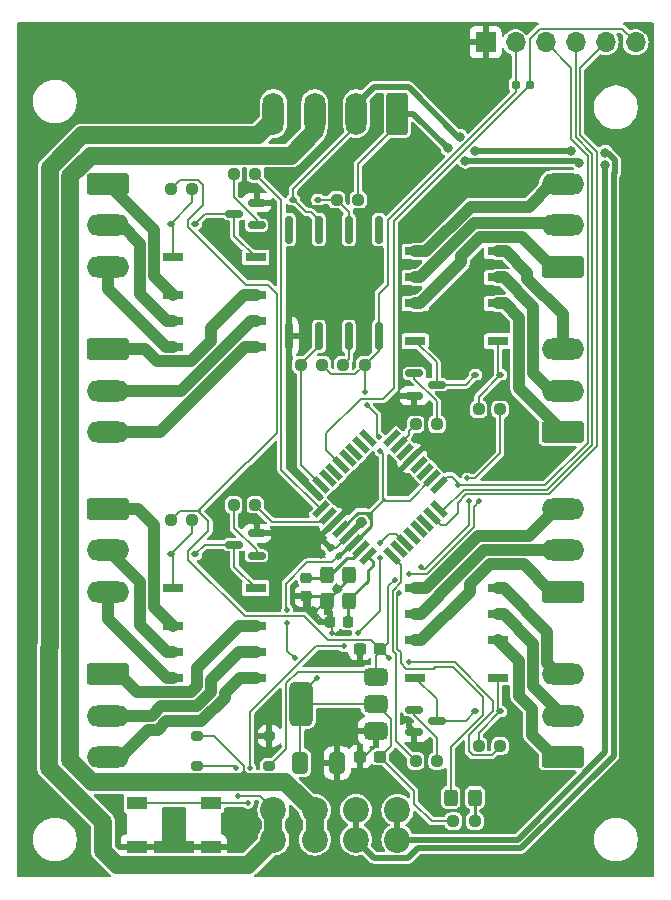
<source format=gbr>
%TF.GenerationSoftware,KiCad,Pcbnew,8.0.2*%
%TF.CreationDate,2024-10-12T15:49:16+02:00*%
%TF.ProjectId,OS-RelayDecoder-4,4f532d52-656c-4617-9944-65636f646572,rev?*%
%TF.SameCoordinates,Original*%
%TF.FileFunction,Copper,L1,Top*%
%TF.FilePolarity,Positive*%
%FSLAX46Y46*%
G04 Gerber Fmt 4.6, Leading zero omitted, Abs format (unit mm)*
G04 Created by KiCad (PCBNEW 8.0.2) date 2024-10-12 15:49:16*
%MOMM*%
%LPD*%
G01*
G04 APERTURE LIST*
G04 Aperture macros list*
%AMRoundRect*
0 Rectangle with rounded corners*
0 $1 Rounding radius*
0 $2 $3 $4 $5 $6 $7 $8 $9 X,Y pos of 4 corners*
0 Add a 4 corners polygon primitive as box body*
4,1,4,$2,$3,$4,$5,$6,$7,$8,$9,$2,$3,0*
0 Add four circle primitives for the rounded corners*
1,1,$1+$1,$2,$3*
1,1,$1+$1,$4,$5*
1,1,$1+$1,$6,$7*
1,1,$1+$1,$8,$9*
0 Add four rect primitives between the rounded corners*
20,1,$1+$1,$2,$3,$4,$5,0*
20,1,$1+$1,$4,$5,$6,$7,0*
20,1,$1+$1,$6,$7,$8,$9,0*
20,1,$1+$1,$8,$9,$2,$3,0*%
%AMRotRect*
0 Rectangle, with rotation*
0 The origin of the aperture is its center*
0 $1 length*
0 $2 width*
0 $3 Rotation angle, in degrees counterclockwise*
0 Add horizontal line*
21,1,$1,$2,0,0,$3*%
G04 Aperture macros list end*
%TA.AperFunction,SMDPad,CuDef*%
%ADD10RoundRect,0.237500X0.250000X0.237500X-0.250000X0.237500X-0.250000X-0.237500X0.250000X-0.237500X0*%
%TD*%
%TA.AperFunction,SMDPad,CuDef*%
%ADD11RoundRect,0.150000X0.587500X0.150000X-0.587500X0.150000X-0.587500X-0.150000X0.587500X-0.150000X0*%
%TD*%
%TA.AperFunction,ComponentPad*%
%ADD12RoundRect,0.250000X1.550000X-0.650000X1.550000X0.650000X-1.550000X0.650000X-1.550000X-0.650000X0*%
%TD*%
%TA.AperFunction,ComponentPad*%
%ADD13O,3.600000X1.800000*%
%TD*%
%TA.AperFunction,SMDPad,CuDef*%
%ADD14RoundRect,0.300000X-0.300000X0.400000X-0.300000X-0.400000X0.300000X-0.400000X0.300000X0.400000X0*%
%TD*%
%TA.AperFunction,SMDPad,CuDef*%
%ADD15RoundRect,0.150000X-0.587500X-0.150000X0.587500X-0.150000X0.587500X0.150000X-0.587500X0.150000X0*%
%TD*%
%TA.AperFunction,SMDPad,CuDef*%
%ADD16RoundRect,0.160000X-0.197500X-0.160000X0.197500X-0.160000X0.197500X0.160000X-0.197500X0.160000X0*%
%TD*%
%TA.AperFunction,SMDPad,CuDef*%
%ADD17RoundRect,0.250000X-0.412500X-0.650000X0.412500X-0.650000X0.412500X0.650000X-0.412500X0.650000X0*%
%TD*%
%TA.AperFunction,SMDPad,CuDef*%
%ADD18R,1.800000X1.100000*%
%TD*%
%TA.AperFunction,SMDPad,CuDef*%
%ADD19RoundRect,0.237500X-0.250000X-0.237500X0.250000X-0.237500X0.250000X0.237500X-0.250000X0.237500X0*%
%TD*%
%TA.AperFunction,SMDPad,CuDef*%
%ADD20RoundRect,0.112500X-0.187500X-0.112500X0.187500X-0.112500X0.187500X0.112500X-0.187500X0.112500X0*%
%TD*%
%TA.AperFunction,SMDPad,CuDef*%
%ADD21RoundRect,0.200000X0.300000X0.200000X-0.300000X0.200000X-0.300000X-0.200000X0.300000X-0.200000X0*%
%TD*%
%TA.AperFunction,SMDPad,CuDef*%
%ADD22R,1.800000X0.800000*%
%TD*%
%TA.AperFunction,ComponentPad*%
%ADD23RoundRect,0.250000X-1.550000X0.650000X-1.550000X-0.650000X1.550000X-0.650000X1.550000X0.650000X0*%
%TD*%
%TA.AperFunction,SMDPad,CuDef*%
%ADD24RoundRect,0.112500X0.187500X0.112500X-0.187500X0.112500X-0.187500X-0.112500X0.187500X-0.112500X0*%
%TD*%
%TA.AperFunction,SMDPad,CuDef*%
%ADD25RoundRect,0.225000X0.250000X-0.225000X0.250000X0.225000X-0.250000X0.225000X-0.250000X-0.225000X0*%
%TD*%
%TA.AperFunction,ComponentPad*%
%ADD26C,2.200000*%
%TD*%
%TA.AperFunction,SMDPad,CuDef*%
%ADD27RotRect,1.600000X0.550000X45.000000*%
%TD*%
%TA.AperFunction,SMDPad,CuDef*%
%ADD28RotRect,1.600000X0.550000X135.000000*%
%TD*%
%TA.AperFunction,SMDPad,CuDef*%
%ADD29RoundRect,0.225000X-0.225000X-0.250000X0.225000X-0.250000X0.225000X0.250000X-0.225000X0.250000X0*%
%TD*%
%TA.AperFunction,ComponentPad*%
%ADD30R,1.700000X1.700000*%
%TD*%
%TA.AperFunction,ComponentPad*%
%ADD31O,1.700000X1.700000*%
%TD*%
%TA.AperFunction,SMDPad,CuDef*%
%ADD32RoundRect,0.237500X0.300000X0.237500X-0.300000X0.237500X-0.300000X-0.237500X0.300000X-0.237500X0*%
%TD*%
%TA.AperFunction,SMDPad,CuDef*%
%ADD33RoundRect,0.375000X0.625000X0.375000X-0.625000X0.375000X-0.625000X-0.375000X0.625000X-0.375000X0*%
%TD*%
%TA.AperFunction,SMDPad,CuDef*%
%ADD34RoundRect,0.500000X0.500000X1.400000X-0.500000X1.400000X-0.500000X-1.400000X0.500000X-1.400000X0*%
%TD*%
%TA.AperFunction,ComponentPad*%
%ADD35RoundRect,0.250000X0.650000X1.550000X-0.650000X1.550000X-0.650000X-1.550000X0.650000X-1.550000X0*%
%TD*%
%TA.AperFunction,ComponentPad*%
%ADD36O,1.800000X3.600000*%
%TD*%
%TA.AperFunction,SMDPad,CuDef*%
%ADD37RoundRect,0.140000X0.219203X0.021213X0.021213X0.219203X-0.219203X-0.021213X-0.021213X-0.219203X0*%
%TD*%
%TA.AperFunction,SMDPad,CuDef*%
%ADD38RoundRect,0.250000X-0.325000X-0.450000X0.325000X-0.450000X0.325000X0.450000X-0.325000X0.450000X0*%
%TD*%
%TA.AperFunction,SMDPad,CuDef*%
%ADD39RoundRect,0.162500X-0.162500X1.012500X-0.162500X-1.012500X0.162500X-1.012500X0.162500X1.012500X0*%
%TD*%
%TA.AperFunction,ViaPad*%
%ADD40C,0.500000*%
%TD*%
%TA.AperFunction,ViaPad*%
%ADD41C,0.800000*%
%TD*%
%TA.AperFunction,Conductor*%
%ADD42C,0.250000*%
%TD*%
%TA.AperFunction,Conductor*%
%ADD43C,0.200000*%
%TD*%
%TA.AperFunction,Conductor*%
%ADD44C,0.500000*%
%TD*%
%TA.AperFunction,Conductor*%
%ADD45C,1.500000*%
%TD*%
%TA.AperFunction,Conductor*%
%ADD46C,1.000000*%
%TD*%
G04 APERTURE END LIST*
D10*
%TO.P,R3,1*%
%TO.N,+5V*%
X57216000Y-94301000D03*
%TO.P,R3,2*%
%TO.N,Net-(U3-EN)*%
X55391000Y-94301000D03*
%TD*%
D11*
%TO.P,Q201,1,B*%
%TO.N,Net-(Q201-B)*%
X48069000Y-82477000D03*
%TO.P,Q201,2,E*%
%TO.N,GND*%
X48069000Y-80577000D03*
%TO.P,Q201,3,C*%
%TO.N,Net-(D202-A)*%
X46194000Y-81527000D03*
%TD*%
D12*
%TO.P,J301,1,Pin_1*%
%TO.N,Net-(J301-Pin_1)*%
X74000000Y-113500000D03*
D13*
%TO.P,J301,2,Pin_2*%
%TO.N,Net-(J301-Pin_2)*%
X74000000Y-110000000D03*
%TO.P,J301,3,Pin_3*%
%TO.N,Net-(J301-Pin_3)*%
X74000000Y-106500000D03*
%TD*%
D10*
%TO.P,R301,1*%
%TO.N,VCC*%
X68693500Y-126571000D03*
%TO.P,R301,2*%
%TO.N,Net-(D302-K)*%
X66868500Y-126571000D03*
%TD*%
D14*
%TO.P,Y201,1,1*%
%TO.N,/MCU/X1*%
X54019000Y-112073000D03*
%TO.P,Y201,2,GND*%
%TO.N,GND*%
X54019000Y-114273000D03*
%TO.P,Y201,3,3*%
%TO.N,/MCU/X2*%
X55919000Y-114273000D03*
%TO.P,Y201,4,GND*%
%TO.N,GND*%
X55919000Y-112073000D03*
%TD*%
D15*
%TO.P,Q301,1,B*%
%TO.N,Net-(Q301-B)*%
X61431000Y-123523000D03*
%TO.P,Q301,2,E*%
%TO.N,GND*%
X61431000Y-125423000D03*
%TO.P,Q301,3,C*%
%TO.N,Net-(D302-A)*%
X63306000Y-124473000D03*
%TD*%
D16*
%TO.P,R202,1*%
%TO.N,+5V*%
X70014500Y-70612000D03*
%TO.P,R202,2*%
%TO.N,/MCU/Reset*%
X71209500Y-70612000D03*
%TD*%
D10*
%TO.P,R302,1*%
%TO.N,Net-(Q301-B)*%
X63359500Y-127841000D03*
%TO.P,R302,2*%
%TO.N,/MCU/coil2*%
X61534500Y-127841000D03*
%TD*%
%TO.P,R5,1*%
%TO.N,/DCC+power/DCC_A*%
X56684500Y-80331000D03*
%TO.P,R5,2*%
%TO.N,Net-(D1-K)*%
X54859500Y-80331000D03*
%TD*%
%TO.P,R401,1*%
%TO.N,VCC*%
X68693500Y-98071000D03*
%TO.P,R401,2*%
%TO.N,Net-(D401-K)*%
X66868500Y-98071000D03*
%TD*%
D17*
%TO.P,C303,1*%
%TO.N,+5V*%
X51777500Y-128016000D03*
%TO.P,C303,2*%
%TO.N,GND*%
X54902500Y-128016000D03*
%TD*%
D18*
%TO.P,SW601,1,A*%
%TO.N,GND*%
X44173000Y-135128000D03*
X37973000Y-135128000D03*
%TO.P,SW601,2,B*%
%TO.N,Net-(SW601-B)*%
X44173000Y-131428000D03*
X37973000Y-131428000D03*
%TD*%
D12*
%TO.P,J302,1,Pin_1*%
%TO.N,Net-(J302-Pin_1)*%
X74000000Y-127500000D03*
D13*
%TO.P,J302,2,Pin_2*%
%TO.N,Net-(J302-Pin_2)*%
X74000000Y-124000000D03*
%TO.P,J302,3,Pin_3*%
%TO.N,Net-(J302-Pin_3)*%
X74000000Y-120500000D03*
%TD*%
D19*
%TO.P,R203,1*%
%TO.N,VCC*%
X40806500Y-79429000D03*
%TO.P,R203,2*%
%TO.N,Net-(D202-K)*%
X42631500Y-79429000D03*
%TD*%
%TO.P,R501,1*%
%TO.N,VCC*%
X40806500Y-107429000D03*
%TO.P,R501,2*%
%TO.N,Net-(D501-K)*%
X42631500Y-107429000D03*
%TD*%
D20*
%TO.P,D202,1,K*%
%TO.N,Net-(D202-K)*%
X40796000Y-82350000D03*
%TO.P,D202,2,A*%
%TO.N,Net-(D202-A)*%
X42896000Y-82350000D03*
%TD*%
D15*
%TO.P,Q401,1,B*%
%TO.N,Net-(Q401-B)*%
X61431000Y-95023000D03*
%TO.P,Q401,2,E*%
%TO.N,GND*%
X61431000Y-96923000D03*
%TO.P,Q401,3,C*%
%TO.N,Net-(D401-A)*%
X63306000Y-95973000D03*
%TD*%
D21*
%TO.P,D301,1,+*%
%TO.N,VCC*%
X49150000Y-128270000D03*
%TO.P,D301,2,-*%
%TO.N,GND*%
X49150000Y-125730000D03*
%TO.P,D301,3*%
%TO.N,/DCC+power/P2*%
X43000000Y-125730000D03*
%TO.P,D301,4*%
%TO.N,/DCC+power/P1*%
X43000000Y-128270000D03*
%TD*%
D22*
%TO.P,K201,1*%
%TO.N,Net-(D202-K)*%
X41000000Y-85200000D03*
%TO.P,K201,2*%
%TO.N,Net-(J203-Pin_1)*%
X41000000Y-88400000D03*
%TO.P,K201,3*%
%TO.N,Net-(J203-Pin_2)*%
X41000000Y-90600000D03*
%TO.P,K201,4*%
%TO.N,Net-(J203-Pin_3)*%
X41000000Y-92800000D03*
%TO.P,K201,5*%
%TO.N,Net-(J201-Pin_3)*%
X48000000Y-92800000D03*
%TO.P,K201,6*%
%TO.N,Net-(J201-Pin_2)*%
X48000000Y-90600000D03*
%TO.P,K201,7*%
%TO.N,Net-(J201-Pin_1)*%
X48000000Y-88400000D03*
%TO.P,K201,8*%
%TO.N,Net-(D202-A)*%
X48000000Y-85200000D03*
%TD*%
D23*
%TO.P,J501,1,Pin_1*%
%TO.N,Net-(J501-Pin_1)*%
X35500000Y-120500000D03*
D13*
%TO.P,J501,2,Pin_2*%
%TO.N,Net-(J501-Pin_2)*%
X35500000Y-124000000D03*
%TO.P,J501,3,Pin_3*%
%TO.N,Net-(J501-Pin_3)*%
X35500000Y-127500000D03*
%TD*%
D24*
%TO.P,D401,1,K*%
%TO.N,Net-(D401-K)*%
X68704000Y-95150000D03*
%TO.P,D401,2,A*%
%TO.N,Net-(D401-A)*%
X66604000Y-95150000D03*
%TD*%
D25*
%TO.P,C201,1*%
%TO.N,GND*%
X52268000Y-113905000D03*
%TO.P,C201,2*%
%TO.N,/MCU/X1*%
X52268000Y-112355000D03*
%TD*%
D26*
%TO.P,J702,1,Pin_1*%
%TO.N,/DCC+power/DCC_A*%
X60000000Y-132000000D03*
X60000000Y-134500000D03*
%TO.P,J702,2,Pin_2*%
%TO.N,/DCC+power/DCC_B*%
X56500000Y-132000000D03*
X56500000Y-134500000D03*
%TO.P,J702,3,Pin_3*%
%TO.N,/DCC+power/P2*%
X53000000Y-132000000D03*
X53000000Y-134500000D03*
%TO.P,J702,4,Pin_4*%
%TO.N,/DCC+power/P1*%
X49500000Y-132000000D03*
X49500000Y-134500000D03*
%TD*%
D27*
%TO.P,U202,1,PD3*%
%TO.N,/MCU/coil1*%
X53514897Y-106525305D03*
%TO.P,U202,2,PD4*%
%TO.N,/MCU/coil4*%
X54080583Y-107090990D03*
%TO.P,U202,3,GND*%
%TO.N,GND*%
X54646268Y-107656676D03*
%TO.P,U202,4,VCC*%
%TO.N,+5V*%
X55211953Y-108222361D03*
%TO.P,U202,5,GND*%
%TO.N,GND*%
X55777639Y-108788047D03*
%TO.P,U202,6,VCC*%
%TO.N,+5V*%
X56343324Y-109353732D03*
%TO.P,U202,7,XTAL1/PB6*%
%TO.N,/MCU/X1*%
X56909010Y-109919417D03*
%TO.P,U202,8,XTAL2/PB7*%
%TO.N,/MCU/X2*%
X57474695Y-110485103D03*
D28*
%TO.P,U202,9,PD5*%
%TO.N,/MCU/coil2*%
X59525305Y-110485103D03*
%TO.P,U202,10,PD6*%
%TO.N,unconnected-(U202-PD6-Pad10)*%
X60090990Y-109919417D03*
%TO.P,U202,11,PD7*%
%TO.N,Net-(SW601-B)*%
X60656676Y-109353732D03*
%TO.P,U202,12,PB0*%
%TO.N,unconnected-(U202-PB0-Pad12)*%
X61222361Y-108788047D03*
%TO.P,U202,13,PB1*%
%TO.N,unconnected-(U202-PB1-Pad13)*%
X61788047Y-108222361D03*
%TO.P,U202,14,PB2*%
%TO.N,unconnected-(U202-PB2-Pad14)*%
X62353732Y-107656676D03*
%TO.P,U202,15,PB3*%
%TO.N,/MCU/MOSI*%
X62919417Y-107090990D03*
%TO.P,U202,16,PB4*%
%TO.N,/MCU/MISO*%
X63485103Y-106525305D03*
D27*
%TO.P,U202,17,PB5*%
%TO.N,/MCU/LED*%
X63485103Y-104474695D03*
%TO.P,U202,18,AVCC*%
%TO.N,+5V*%
X62919417Y-103909010D03*
%TO.P,U202,19,ADC6*%
%TO.N,unconnected-(U202-ADC6-Pad19)*%
X62353732Y-103343324D03*
%TO.P,U202,20,AREF*%
%TO.N,unconnected-(U202-AREF-Pad20)*%
X61788047Y-102777639D03*
%TO.P,U202,21,GND*%
%TO.N,GND*%
X61222361Y-102211953D03*
%TO.P,U202,22,ADC7*%
%TO.N,unconnected-(U202-ADC7-Pad22)*%
X60656676Y-101646268D03*
%TO.P,U202,23,PC0*%
%TO.N,/MCU/coil3*%
X60090990Y-101080583D03*
%TO.P,U202,24,PC1*%
%TO.N,unconnected-(U202-PC1-Pad24)*%
X59525305Y-100514897D03*
D28*
%TO.P,U202,25,PC2*%
%TO.N,unconnected-(U202-PC2-Pad25)*%
X57474695Y-100514897D03*
%TO.P,U202,26,PC3*%
%TO.N,unconnected-(U202-PC3-Pad26)*%
X56909010Y-101080583D03*
%TO.P,U202,27,PC4*%
%TO.N,unconnected-(U202-PC4-Pad27)*%
X56343324Y-101646268D03*
%TO.P,U202,28,PC5*%
%TO.N,unconnected-(U202-PC5-Pad28)*%
X55777639Y-102211953D03*
%TO.P,U202,29,~{RESET}/PC6*%
%TO.N,/MCU/Reset*%
X55211953Y-102777639D03*
%TO.P,U202,30,PD0*%
%TO.N,unconnected-(U202-PD0-Pad30)*%
X54646268Y-103343324D03*
%TO.P,U202,31,PD1*%
%TO.N,unconnected-(U202-PD1-Pad31)*%
X54080583Y-103909010D03*
%TO.P,U202,32,PD2*%
%TO.N,/DCC+power/DCC*%
X53514897Y-104474695D03*
%TD*%
D29*
%TO.P,C203,1*%
%TO.N,GND*%
X54255000Y-116051000D03*
%TO.P,C203,2*%
%TO.N,/MCU/X2*%
X55805000Y-116051000D03*
%TD*%
D30*
%TO.P,J202,1,Pin_1*%
%TO.N,GND*%
X67460000Y-67000000D03*
D31*
%TO.P,J202,2,Pin_2*%
%TO.N,+5V*%
X70000000Y-67000000D03*
%TO.P,J202,3,Pin_3*%
%TO.N,/MCU/LED*%
X72540000Y-67000000D03*
%TO.P,J202,4,Pin_4*%
%TO.N,/MCU/MISO*%
X75080000Y-67000000D03*
%TO.P,J202,5,Pin_5*%
%TO.N,/MCU/MOSI*%
X77620000Y-67000000D03*
%TO.P,J202,6,Pin_6*%
%TO.N,/MCU/Reset*%
X80160000Y-67000000D03*
%TD*%
D19*
%TO.P,R201,1*%
%TO.N,+5V*%
X64730000Y-132928000D03*
%TO.P,R201,2*%
%TO.N,Net-(D201-A)*%
X66555000Y-132928000D03*
%TD*%
D22*
%TO.P,K501,1*%
%TO.N,Net-(D501-K)*%
X41000000Y-113200000D03*
%TO.P,K501,2*%
%TO.N,Net-(J502-Pin_1)*%
X41000000Y-116400000D03*
%TO.P,K501,3*%
%TO.N,Net-(J502-Pin_2)*%
X41000000Y-118600000D03*
%TO.P,K501,4*%
%TO.N,Net-(J502-Pin_3)*%
X41000000Y-120800000D03*
%TO.P,K501,5*%
%TO.N,Net-(J501-Pin_3)*%
X48000000Y-120800000D03*
%TO.P,K501,6*%
%TO.N,Net-(J501-Pin_2)*%
X48000000Y-118600000D03*
%TO.P,K501,7*%
%TO.N,Net-(J501-Pin_1)*%
X48000000Y-116400000D03*
%TO.P,K501,8*%
%TO.N,Net-(D501-A)*%
X48000000Y-113200000D03*
%TD*%
D32*
%TO.P,C301,1*%
%TO.N,VCC*%
X58557500Y-118351000D03*
%TO.P,C301,2*%
%TO.N,GND*%
X56832500Y-118351000D03*
%TD*%
D12*
%TO.P,J401,1,Pin_1*%
%TO.N,Net-(J401-Pin_1)*%
X74000000Y-86000000D03*
D13*
%TO.P,J401,2,Pin_2*%
%TO.N,Net-(J401-Pin_2)*%
X74000000Y-82500000D03*
%TO.P,J401,3,Pin_3*%
%TO.N,Net-(J401-Pin_3)*%
X74000000Y-79000000D03*
%TD*%
D33*
%TO.P,U301,1,GND*%
%TO.N,GND*%
X58150000Y-125300000D03*
%TO.P,U301,2,VO*%
%TO.N,+5V*%
X58150000Y-123000000D03*
D34*
X51850000Y-123000000D03*
D33*
%TO.P,U301,3,VI*%
%TO.N,VCC*%
X58150000Y-120700000D03*
%TD*%
D35*
%TO.P,J701,1,Pin_1*%
%TO.N,/DCC+power/DCC_A*%
X60000000Y-73036500D03*
D36*
%TO.P,J701,2,Pin_2*%
%TO.N,/DCC+power/DCC_B*%
X56500000Y-73036500D03*
%TO.P,J701,3,Pin_3*%
%TO.N,/DCC+power/P2*%
X53000000Y-73036500D03*
%TO.P,J701,4,Pin_4*%
%TO.N,/DCC+power/P1*%
X49500000Y-73036500D03*
%TD*%
D22*
%TO.P,K401,1*%
%TO.N,Net-(D401-K)*%
X68500000Y-92300000D03*
%TO.P,K401,2*%
%TO.N,Net-(J402-Pin_1)*%
X68500000Y-89100000D03*
%TO.P,K401,3*%
%TO.N,Net-(J402-Pin_2)*%
X68500000Y-86900000D03*
%TO.P,K401,4*%
%TO.N,Net-(J402-Pin_3)*%
X68500000Y-84700000D03*
%TO.P,K401,5*%
%TO.N,Net-(J401-Pin_3)*%
X61500000Y-84700000D03*
%TO.P,K401,6*%
%TO.N,Net-(J401-Pin_2)*%
X61500000Y-86900000D03*
%TO.P,K401,7*%
%TO.N,Net-(J401-Pin_1)*%
X61500000Y-89100000D03*
%TO.P,K401,8*%
%TO.N,Net-(D401-A)*%
X61500000Y-92300000D03*
%TD*%
D10*
%TO.P,R4,1*%
%TO.N,+5V*%
X53636500Y-94301000D03*
%TO.P,R4,2*%
%TO.N,/DCC+power/DCC*%
X51811500Y-94301000D03*
%TD*%
D23*
%TO.P,J502,1,Pin_1*%
%TO.N,Net-(J502-Pin_1)*%
X35500000Y-106500000D03*
D13*
%TO.P,J502,2,Pin_2*%
%TO.N,Net-(J502-Pin_2)*%
X35500000Y-110000000D03*
%TO.P,J502,3,Pin_3*%
%TO.N,Net-(J502-Pin_3)*%
X35500000Y-113500000D03*
%TD*%
D24*
%TO.P,D302,1,K*%
%TO.N,Net-(D302-K)*%
X68704000Y-123650000D03*
%TO.P,D302,2,A*%
%TO.N,Net-(D302-A)*%
X66604000Y-123650000D03*
%TD*%
D37*
%TO.P,C202,1*%
%TO.N,+5V*%
X55030000Y-110463000D03*
%TO.P,C202,2*%
%TO.N,GND*%
X54351178Y-109784178D03*
%TD*%
D38*
%TO.P,D201,1,K*%
%TO.N,/MCU/LED*%
X64507000Y-130937000D03*
%TO.P,D201,2,A*%
%TO.N,Net-(D201-A)*%
X66557000Y-130937000D03*
%TD*%
D32*
%TO.P,C302,1*%
%TO.N,+5V*%
X58531000Y-127495000D03*
%TO.P,C302,2*%
%TO.N,GND*%
X56806000Y-127495000D03*
%TD*%
D23*
%TO.P,J203,1,Pin_1*%
%TO.N,Net-(J203-Pin_1)*%
X35500000Y-79000000D03*
D13*
%TO.P,J203,2,Pin_2*%
%TO.N,Net-(J203-Pin_2)*%
X35500000Y-82500000D03*
%TO.P,J203,3,Pin_3*%
%TO.N,Net-(J203-Pin_3)*%
X35500000Y-86000000D03*
%TD*%
D24*
%TO.P,D1,1,K*%
%TO.N,Net-(D1-K)*%
X53266000Y-80331000D03*
%TO.P,D1,2,A*%
%TO.N,/DCC+power/DCC_B*%
X51166000Y-80331000D03*
%TD*%
D10*
%TO.P,R402,1*%
%TO.N,Net-(Q401-B)*%
X63359500Y-99341000D03*
%TO.P,R402,2*%
%TO.N,/MCU/coil3*%
X61534500Y-99341000D03*
%TD*%
D22*
%TO.P,K301,1*%
%TO.N,Net-(D302-K)*%
X68500000Y-120800000D03*
%TO.P,K301,2*%
%TO.N,Net-(J302-Pin_1)*%
X68500000Y-117600000D03*
%TO.P,K301,3*%
%TO.N,Net-(J302-Pin_2)*%
X68500000Y-115400000D03*
%TO.P,K301,4*%
%TO.N,Net-(J302-Pin_3)*%
X68500000Y-113200000D03*
%TO.P,K301,5*%
%TO.N,Net-(J301-Pin_3)*%
X61500000Y-113200000D03*
%TO.P,K301,6*%
%TO.N,Net-(J301-Pin_2)*%
X61500000Y-115400000D03*
%TO.P,K301,7*%
%TO.N,Net-(J301-Pin_1)*%
X61500000Y-117600000D03*
%TO.P,K301,8*%
%TO.N,Net-(D302-A)*%
X61500000Y-120800000D03*
%TD*%
D19*
%TO.P,R204,1*%
%TO.N,Net-(Q201-B)*%
X46140500Y-78159000D03*
%TO.P,R204,2*%
%TO.N,/MCU/coil1*%
X47965500Y-78159000D03*
%TD*%
D11*
%TO.P,Q501,1,B*%
%TO.N,Net-(Q501-B)*%
X48069000Y-110477000D03*
%TO.P,Q501,2,E*%
%TO.N,GND*%
X48069000Y-108577000D03*
%TO.P,Q501,3,C*%
%TO.N,Net-(D501-A)*%
X46194000Y-109527000D03*
%TD*%
D12*
%TO.P,J402,1,Pin_1*%
%TO.N,Net-(J402-Pin_1)*%
X74000000Y-100000000D03*
D13*
%TO.P,J402,2,Pin_2*%
%TO.N,Net-(J402-Pin_2)*%
X74000000Y-96500000D03*
%TO.P,J402,3,Pin_3*%
%TO.N,Net-(J402-Pin_3)*%
X74000000Y-93000000D03*
%TD*%
D19*
%TO.P,R502,1*%
%TO.N,Net-(Q501-B)*%
X46140500Y-106159000D03*
%TO.P,R502,2*%
%TO.N,/MCU/coil4*%
X47965500Y-106159000D03*
%TD*%
D23*
%TO.P,J201,1,Pin_1*%
%TO.N,Net-(J201-Pin_1)*%
X35500000Y-93000000D03*
D13*
%TO.P,J201,2,Pin_2*%
%TO.N,Net-(J201-Pin_2)*%
X35500000Y-96500000D03*
%TO.P,J201,3,Pin_3*%
%TO.N,Net-(J201-Pin_3)*%
X35500000Y-100000000D03*
%TD*%
D20*
%TO.P,D501,1,K*%
%TO.N,Net-(D501-K)*%
X40796000Y-110350000D03*
%TO.P,D501,2,A*%
%TO.N,Net-(D501-A)*%
X42896000Y-110350000D03*
%TD*%
D39*
%TO.P,U3,1,NC*%
%TO.N,unconnected-(U3-NC-Pad1)*%
X58420000Y-82851000D03*
%TO.P,U3,2,A*%
%TO.N,Net-(D1-K)*%
X55880000Y-82851000D03*
%TO.P,U3,3,C*%
%TO.N,/DCC+power/DCC_B*%
X53340000Y-82851000D03*
%TO.P,U3,4*%
%TO.N,N/C*%
X50800000Y-82851000D03*
%TO.P,U3,5,GND*%
%TO.N,GND*%
X50800000Y-91901000D03*
%TO.P,U3,6,VO*%
%TO.N,/DCC+power/DCC*%
X53340000Y-91901000D03*
%TO.P,U3,7,EN*%
%TO.N,Net-(U3-EN)*%
X55880000Y-91901000D03*
%TO.P,U3,8,VCC*%
%TO.N,+5V*%
X58420000Y-91901000D03*
%TD*%
D40*
%TO.N,GND*%
X54737000Y-70993000D03*
X64262000Y-79756000D03*
X42418000Y-135001000D03*
X50292000Y-78994000D03*
X47371000Y-133477000D03*
X54610000Y-130302000D03*
X28575000Y-125984000D03*
X50800000Y-137033000D03*
X75057000Y-132334000D03*
X58293000Y-72644000D03*
X47371000Y-104521000D03*
X64770000Y-97155000D03*
X44831000Y-108458000D03*
X79502000Y-105283000D03*
X48260000Y-79502000D03*
X50165000Y-111760000D03*
X29718000Y-76200000D03*
X60960000Y-83058000D03*
X53086000Y-129667000D03*
X55372000Y-119253000D03*
X28575000Y-110109000D03*
X28448000Y-84455000D03*
X78867000Y-129159000D03*
X28829000Y-92710000D03*
X79883000Y-83693000D03*
X56261000Y-125476000D03*
X53213000Y-125857000D03*
X51943000Y-106045000D03*
X41148000Y-132715000D03*
X57658000Y-102997000D03*
X56769000Y-107696000D03*
X33909000Y-137160000D03*
X65024000Y-101219000D03*
X50927000Y-109855000D03*
X56007000Y-136906000D03*
X50927000Y-95885000D03*
X50165000Y-108712000D03*
X63754000Y-136525000D03*
X51435000Y-85598000D03*
X43561000Y-69850000D03*
X59944000Y-98679000D03*
X44450000Y-106680000D03*
X67564000Y-94234000D03*
X54597969Y-83903129D03*
X59182000Y-98044000D03*
X71501000Y-78232000D03*
X44450000Y-110871000D03*
X45974000Y-132461000D03*
X52705000Y-104902000D03*
X58166000Y-133223000D03*
X76962000Y-74676000D03*
X62357000Y-98044000D03*
X59944000Y-97155000D03*
X49403000Y-78359000D03*
X57404000Y-87503000D03*
X51435000Y-89408000D03*
X31242000Y-66294000D03*
X64262000Y-102616000D03*
X60071000Y-103251000D03*
X55753000Y-106426000D03*
X66929000Y-86233000D03*
X68199000Y-103632000D03*
X50292000Y-106553000D03*
X79502000Y-112014000D03*
D41*
X52871000Y-115162000D03*
D40*
X50927000Y-102362000D03*
X49657000Y-123190000D03*
X65405000Y-73787000D03*
X61849000Y-90551000D03*
D41*
X53506000Y-110336000D03*
D40*
X46863000Y-107315000D03*
X59690000Y-76327000D03*
X44450000Y-82677000D03*
X57277000Y-92837000D03*
X81026000Y-69342000D03*
X69215000Y-93726000D03*
X62738000Y-76581000D03*
X53467000Y-108966000D03*
X68580000Y-70231000D03*
X64389000Y-66167000D03*
X54737000Y-78486000D03*
X68000000Y-90500000D03*
X35560000Y-73152000D03*
X48133000Y-86487000D03*
X49276000Y-81661000D03*
X68580000Y-96647000D03*
X61087000Y-93599000D03*
X49149000Y-124333000D03*
X46355000Y-134874000D03*
X58293000Y-129794000D03*
X57150000Y-82804000D03*
X47244000Y-79502000D03*
X79629000Y-119126000D03*
X79629000Y-125603000D03*
X54610000Y-81788000D03*
X79629000Y-97028000D03*
X62357000Y-69342000D03*
X60325000Y-104775000D03*
X48133000Y-83693000D03*
X54737000Y-92329000D03*
X77089000Y-69342000D03*
D41*
X54903000Y-113257000D03*
D40*
X81026000Y-75438000D03*
X29591000Y-130556000D03*
X62357000Y-101346000D03*
X61341000Y-98044000D03*
X48387000Y-111633000D03*
X53340000Y-127889000D03*
X50292000Y-66548000D03*
X79756000Y-78740000D03*
X54356000Y-87503000D03*
X54229000Y-124079000D03*
X51181000Y-113919000D03*
X28575000Y-100203000D03*
X61468000Y-126492000D03*
X58293000Y-80518000D03*
X71628000Y-136398000D03*
X79883000Y-90551000D03*
X55499000Y-76962000D03*
X39878000Y-135001000D03*
X64770000Y-94869000D03*
X54483000Y-116967000D03*
X60960000Y-124460000D03*
X52070000Y-82550000D03*
X62611000Y-126619000D03*
X72136000Y-103124000D03*
X52070000Y-91694000D03*
X47879000Y-107569000D03*
X60452000Y-85852000D03*
X70358000Y-98298000D03*
X44450000Y-73152000D03*
X49276000Y-114554000D03*
X67564000Y-99822000D03*
X66421000Y-102235000D03*
X28575000Y-118364000D03*
X67437000Y-72136000D03*
X49149000Y-102235000D03*
X53594000Y-119253000D03*
X67818000Y-78232000D03*
%TO.N,VCC*%
X61000000Y-112000000D03*
X65913000Y-103924695D03*
X59750000Y-112500000D03*
X59320750Y-119114250D03*
X61000000Y-119500000D03*
X66929000Y-105824695D03*
%TO.N,+5V*%
X57404000Y-97705000D03*
X58431052Y-100445948D03*
X58547000Y-101600000D03*
X50673000Y-115050000D03*
X51300091Y-119118091D03*
X50673000Y-116150000D03*
X57284909Y-96605000D03*
X53213000Y-120819000D03*
D41*
%TO.N,/DCC+power/DCC_B*%
X66604224Y-76207226D03*
X77600000Y-76327000D03*
X74717276Y-76207225D03*
X65287432Y-74978432D03*
D40*
%TO.N,/MCU/LED*%
X62012530Y-111450000D03*
X66040000Y-105824695D03*
X65151000Y-104474695D03*
X60153079Y-113652557D03*
%TO.N,/DCC+power/P1*%
X46482000Y-130820000D03*
X46355000Y-128420000D03*
D41*
%TO.N,/DCC+power/DCC_A*%
X77600000Y-77343000D03*
X75400000Y-77216000D03*
X64290932Y-75974932D03*
X65754225Y-77057225D03*
D40*
%TO.N,Net-(SW601-B)*%
X55499000Y-118126000D03*
X58547000Y-110617000D03*
X47371000Y-131370000D03*
X56642000Y-117026000D03*
X58547000Y-109347000D03*
X47540000Y-128420000D03*
%TD*%
D42*
%TO.N,GND*%
X54255000Y-116051000D02*
X54255000Y-114509000D01*
D43*
X51181000Y-113919000D02*
X52254000Y-113919000D01*
X52871000Y-115162000D02*
X53760000Y-116051000D01*
X54483000Y-116279000D02*
X54255000Y-116051000D01*
D42*
X54903000Y-113257000D02*
X54903000Y-113389000D01*
D43*
X56806000Y-127495000D02*
X57163000Y-127495000D01*
D42*
X54255000Y-114509000D02*
X54019000Y-114273000D01*
D43*
X54483000Y-116967000D02*
X54483000Y-116279000D01*
X55777639Y-108788047D02*
X54781508Y-109784178D01*
X56769000Y-107696000D02*
X56769000Y-107796686D01*
D42*
X54903000Y-113389000D02*
X54019000Y-114273000D01*
D43*
X54781508Y-109784178D02*
X54351178Y-109784178D01*
X54646268Y-107656676D02*
X54646268Y-107532732D01*
X52871000Y-115162000D02*
X52578000Y-114869000D01*
X52578000Y-114215000D02*
X52268000Y-113905000D01*
D42*
X55035000Y-113257000D02*
X54903000Y-113257000D01*
D44*
X60960000Y-124952000D02*
X61431000Y-125423000D01*
D43*
X53760000Y-116051000D02*
X54255000Y-116051000D01*
D42*
X53651000Y-113905000D02*
X54019000Y-114273000D01*
D43*
X52871000Y-115162000D02*
X53130000Y-115162000D01*
X58150000Y-126508000D02*
X58150000Y-125300000D01*
X53467000Y-108835944D02*
X54646268Y-107656676D01*
X61222361Y-102211953D02*
X61110047Y-102211953D01*
X61491047Y-102211953D02*
X62357000Y-101346000D01*
X56769000Y-107796686D02*
X55777639Y-108788047D01*
X54646268Y-107532732D02*
X55753000Y-106426000D01*
X57163000Y-127495000D02*
X58150000Y-126508000D01*
X52254000Y-113919000D02*
X52268000Y-113905000D01*
D44*
X60960000Y-124460000D02*
X60960000Y-124952000D01*
D42*
X52268000Y-113905000D02*
X53651000Y-113905000D01*
D43*
X61110047Y-102211953D02*
X60071000Y-103251000D01*
D42*
X55919000Y-112373000D02*
X55035000Y-113257000D01*
D43*
X53467000Y-108966000D02*
X53467000Y-108835944D01*
D42*
X55919000Y-112073000D02*
X55919000Y-112373000D01*
D43*
X53130000Y-115162000D02*
X54019000Y-114273000D01*
X52578000Y-114869000D02*
X52578000Y-114215000D01*
X61222361Y-102211953D02*
X61491047Y-102211953D01*
D42*
%TO.N,/MCU/X1*%
X54275600Y-112073000D02*
X54019000Y-112073000D01*
X53737000Y-112355000D02*
X54019000Y-112073000D01*
X56194030Y-110634397D02*
X55714203Y-110634397D01*
X55714203Y-110634397D02*
X54275600Y-112073000D01*
X52268000Y-112355000D02*
X53737000Y-112355000D01*
X56909010Y-109919417D02*
X56194030Y-110634397D01*
%TO.N,/MCU/X2*%
X55805000Y-116051000D02*
X55805000Y-114387000D01*
X57474695Y-111733000D02*
X57474695Y-112590305D01*
X57474695Y-112590305D02*
X55919000Y-114146000D01*
X57951000Y-110961408D02*
X57951000Y-111256695D01*
X57474695Y-110485103D02*
X57951000Y-110961408D01*
X57951000Y-111256695D02*
X57474695Y-111733000D01*
X55805000Y-114387000D02*
X55919000Y-114273000D01*
D43*
%TO.N,VCC*%
X64867520Y-119500000D02*
X61000000Y-119500000D01*
X59182000Y-113068000D02*
X59182000Y-117818000D01*
X58649000Y-118351000D02*
X58557500Y-118351000D01*
X43259361Y-106802639D02*
X43259361Y-106505361D01*
X59182000Y-117818000D02*
X58649000Y-118351000D01*
X49003000Y-87503000D02*
X49775000Y-88275000D01*
X47100000Y-115600000D02*
X52100000Y-115600000D01*
X67980000Y-127346000D02*
X66389278Y-127346000D01*
X66440000Y-108034518D02*
X62474518Y-112000000D01*
X47275722Y-102489000D02*
X43259361Y-106505361D01*
X49775000Y-88275000D02*
X49775000Y-100085000D01*
X66081000Y-125630686D02*
X68100000Y-123611686D01*
X68100000Y-122732480D02*
X64867520Y-119500000D01*
X66389278Y-127346000D02*
X66081000Y-127037722D01*
X42291000Y-82068520D02*
X42291000Y-82631480D01*
X50550000Y-121261358D02*
X51542358Y-120269000D01*
X58557500Y-118351000D02*
X58557500Y-118557500D01*
X66929000Y-105824695D02*
X66440000Y-106313695D01*
X44000000Y-107543278D02*
X44000000Y-108359520D01*
X68693500Y-101779195D02*
X68693500Y-98071000D01*
X43285361Y-106828639D02*
X43259361Y-106802639D01*
X43259361Y-106505361D02*
X43110722Y-106654000D01*
X59320750Y-119114250D02*
X58557500Y-118351000D01*
X42296000Y-110796000D02*
X47100000Y-115600000D01*
X68100000Y-123611686D02*
X68100000Y-122732480D01*
X43110722Y-78654000D02*
X43553315Y-79096593D01*
X58150000Y-118965000D02*
X58150000Y-120700000D01*
X51542358Y-120269000D02*
X57719000Y-120269000D01*
X43110722Y-106654000D02*
X43285361Y-106828639D01*
X65913000Y-103924695D02*
X66548000Y-103924695D01*
X50550000Y-126870000D02*
X50550000Y-121261358D01*
X66548000Y-103924695D02*
X68693500Y-101779195D01*
X49775000Y-100085000D02*
X47371000Y-102489000D01*
X43553315Y-80806205D02*
X42291000Y-82068520D01*
X58557500Y-118557500D02*
X58150000Y-118965000D01*
X42296000Y-110063520D02*
X42296000Y-110796000D01*
X43285361Y-106828639D02*
X44000000Y-107543278D01*
X43553315Y-79096593D02*
X43553315Y-80806205D01*
X47371000Y-102489000D02*
X47275722Y-102489000D01*
X47162520Y-87503000D02*
X49003000Y-87503000D01*
X66440000Y-106313695D02*
X66440000Y-108034518D01*
X44000000Y-108359520D02*
X42296000Y-110063520D01*
X40806500Y-79429000D02*
X41581500Y-78654000D01*
X54076000Y-117576000D02*
X57782500Y-117576000D01*
X40806500Y-107429000D02*
X41581500Y-106654000D01*
X49150000Y-128270000D02*
X50550000Y-126870000D01*
X57782500Y-117576000D02*
X58557500Y-118351000D01*
X66081000Y-127037722D02*
X66081000Y-125630686D01*
X42291000Y-82631480D02*
X47162520Y-87503000D01*
X41581500Y-106654000D02*
X43110722Y-106654000D01*
X62474518Y-112000000D02*
X61000000Y-112000000D01*
X57719000Y-120269000D02*
X58150000Y-120700000D01*
X52100000Y-115600000D02*
X54076000Y-117576000D01*
X41581500Y-78654000D02*
X43110722Y-78654000D01*
X68693500Y-126632500D02*
X67980000Y-127346000D01*
X59750000Y-112500000D02*
X59182000Y-113068000D01*
X68693500Y-126571000D02*
X68693500Y-126632500D01*
D42*
%TO.N,Net-(D201-A)*%
X66555000Y-132928000D02*
X66555000Y-130939000D01*
X66555000Y-130939000D02*
X66557000Y-130937000D01*
D43*
%TO.N,+5V*%
X53171000Y-120819000D02*
X51850000Y-122140000D01*
X59055000Y-105791000D02*
X58801000Y-105537000D01*
D42*
X56139268Y-109353732D02*
X55030000Y-110463000D01*
D43*
X50673000Y-118491000D02*
X50673000Y-116150000D01*
X61400000Y-131445000D02*
X62883000Y-132928000D01*
X58431052Y-100445948D02*
X58293000Y-100307896D01*
X58150000Y-123000000D02*
X51850000Y-123000000D01*
D42*
X57404000Y-106934000D02*
X57531000Y-107061000D01*
D43*
X57721500Y-106870500D02*
X57594500Y-106997500D01*
X62919417Y-103909010D02*
X61037427Y-105791000D01*
X54411500Y-95076000D02*
X53636500Y-94301000D01*
X52363304Y-111036000D02*
X54457000Y-111036000D01*
X57216000Y-96536091D02*
X57216000Y-94301000D01*
X59450000Y-124300000D02*
X59450000Y-126576000D01*
D42*
X56343324Y-109353732D02*
X56139268Y-109353732D01*
X55211953Y-108222361D02*
X56627314Y-106807000D01*
D43*
X58150000Y-123000000D02*
X59450000Y-124300000D01*
X51777500Y-128016000D02*
X51777500Y-123072500D01*
D42*
X57340500Y-106870500D02*
X57404000Y-106934000D01*
D43*
X58293000Y-98594000D02*
X57404000Y-97705000D01*
X70014500Y-67014500D02*
X70000000Y-67000000D01*
X70014500Y-70612000D02*
X70014500Y-71241314D01*
X50673000Y-115050000D02*
X50546000Y-114923000D01*
X50546000Y-114923000D02*
X50546000Y-112853304D01*
D42*
X57785000Y-107315000D02*
X57785000Y-107912056D01*
D43*
X61400000Y-130364000D02*
X58531000Y-127495000D01*
X58801000Y-105791000D02*
X57721500Y-106870500D01*
X59182000Y-82073814D02*
X59182000Y-87503000D01*
X58801000Y-105537000D02*
X58801000Y-101854000D01*
X57721500Y-106870500D02*
X57340500Y-106870500D01*
D42*
X57785000Y-107315000D02*
X57721500Y-107251500D01*
X57277000Y-106807000D02*
X57340500Y-106870500D01*
D43*
X59055000Y-105791000D02*
X58801000Y-105791000D01*
X54457000Y-111036000D02*
X55030000Y-110463000D01*
X58420000Y-91901000D02*
X58420000Y-93097000D01*
X61037427Y-105791000D02*
X59055000Y-105791000D01*
X57594500Y-106997500D02*
X57467500Y-106997500D01*
X50546000Y-112853304D02*
X52363304Y-111036000D01*
X53213000Y-120819000D02*
X53171000Y-120819000D01*
X56441000Y-95076000D02*
X54411500Y-95076000D01*
X58801000Y-105791000D02*
X58801000Y-105537000D01*
X58420000Y-88265000D02*
X58420000Y-91901000D01*
X59450000Y-126576000D02*
X58531000Y-127495000D01*
X62883000Y-132928000D02*
X64730000Y-132928000D01*
X58801000Y-101854000D02*
X58547000Y-101600000D01*
X57721500Y-106870500D02*
X57531000Y-107061000D01*
D42*
X56627314Y-106807000D02*
X57277000Y-106807000D01*
D43*
X57467500Y-106997500D02*
X57404000Y-106934000D01*
D42*
X57721500Y-107251500D02*
X57721500Y-106870500D01*
D43*
X57284909Y-96605000D02*
X57216000Y-96536091D01*
X70014500Y-70612000D02*
X70014500Y-67014500D01*
D42*
X57531000Y-107061000D02*
X57785000Y-107315000D01*
D43*
X59182000Y-87503000D02*
X58420000Y-88265000D01*
X58420000Y-93097000D02*
X57216000Y-94301000D01*
X70014500Y-71241314D02*
X59182000Y-82073814D01*
X58293000Y-100307896D02*
X58293000Y-98594000D01*
X51300091Y-119118091D02*
X50673000Y-118491000D01*
X61400000Y-131445000D02*
X61400000Y-130364000D01*
D42*
X57785000Y-107912056D02*
X56343324Y-109353732D01*
D43*
X51850000Y-122140000D02*
X51850000Y-123000000D01*
X57216000Y-94301000D02*
X56441000Y-95076000D01*
X51777500Y-123072500D02*
X51850000Y-123000000D01*
%TO.N,Net-(D1-K)*%
X55880000Y-82851000D02*
X55880000Y-81351500D01*
X53266000Y-80331000D02*
X54859500Y-80331000D01*
X55880000Y-81351500D02*
X54859500Y-80331000D01*
%TO.N,/DCC+power/DCC_B*%
X56500000Y-73036500D02*
X56500000Y-74056000D01*
D44*
X58050000Y-136050000D02*
X56500000Y-134500000D01*
X70486828Y-135200000D02*
X61777000Y-135200000D01*
D43*
X52270500Y-81353500D02*
X51248000Y-80331000D01*
D44*
X61777000Y-135200000D02*
X60927000Y-136050000D01*
D43*
X51166000Y-79390000D02*
X51166000Y-80331000D01*
X53340000Y-82042000D02*
X52651500Y-81353500D01*
D44*
X77600000Y-76327000D02*
X77786082Y-76327000D01*
X56500000Y-132000000D02*
X56500000Y-134500000D01*
X78450000Y-77987949D02*
X78297000Y-78140949D01*
D43*
X53340000Y-82851000D02*
X53340000Y-82042000D01*
D44*
X77786082Y-76327000D02*
X78450000Y-76990918D01*
D43*
X56500000Y-74056000D02*
X51166000Y-79390000D01*
D44*
X60927000Y-136050000D02*
X58050000Y-136050000D01*
D43*
X51248000Y-80331000D02*
X51166000Y-80331000D01*
D44*
X65138810Y-74978432D02*
X60946878Y-70786500D01*
X74717275Y-76207226D02*
X74717276Y-76207225D01*
X60946878Y-70786500D02*
X57991500Y-70786500D01*
X56500000Y-72278000D02*
X56500000Y-73036500D01*
X65287432Y-74978432D02*
X65138810Y-74978432D01*
X57991500Y-70786500D02*
X56500000Y-72278000D01*
X66604224Y-76207226D02*
X74717275Y-76207226D01*
X78450000Y-76990918D02*
X78450000Y-77987949D01*
X78297000Y-127389828D02*
X70486828Y-135200000D01*
X78297000Y-78140949D02*
X78297000Y-127389828D01*
D43*
X52651500Y-81353500D02*
X52270500Y-81353500D01*
%TO.N,/MCU/LED*%
X59982000Y-113611504D02*
X60190252Y-113403252D01*
X66040000Y-105824695D02*
X66040000Y-107868832D01*
X74680000Y-75180000D02*
X76100000Y-76600000D01*
X63485103Y-104474695D02*
X64200798Y-103759000D01*
X66040000Y-107868832D02*
X62308832Y-111600000D01*
X63096000Y-120050000D02*
X60741000Y-120050000D01*
X63246000Y-119900000D02*
X63119000Y-119900000D01*
X59982000Y-114300000D02*
X59982000Y-113611504D01*
X76100000Y-100884744D02*
X72510049Y-104474695D01*
X59982000Y-118369315D02*
X59982000Y-116332000D01*
X64200798Y-103759000D02*
X64643000Y-103759000D01*
X72510049Y-104474695D02*
X65151000Y-104474695D01*
X63246000Y-119900000D02*
X63096000Y-120050000D01*
X64643000Y-103759000D02*
X65151000Y-104267000D01*
X60270750Y-119579750D02*
X60270750Y-118658065D01*
X64701834Y-119900000D02*
X67204000Y-122402166D01*
X76100000Y-76600000D02*
X76100000Y-100884744D01*
X63246000Y-119900000D02*
X64701834Y-119900000D01*
X60270750Y-118658065D02*
X60036435Y-118423750D01*
X60741000Y-120050000D02*
X60270750Y-119579750D01*
X62162530Y-111600000D02*
X62012530Y-111450000D01*
X72540000Y-67000000D02*
X74680000Y-69140000D01*
X67204000Y-123936480D02*
X64507000Y-126633480D01*
X64507000Y-126633480D02*
X64507000Y-130937000D01*
X74680000Y-69140000D02*
X74680000Y-75180000D01*
X59982000Y-116332000D02*
X59982000Y-114300000D01*
X67204000Y-122402166D02*
X67204000Y-123936480D01*
X59982000Y-113823636D02*
X60153079Y-113652557D01*
X59982000Y-114300000D02*
X59982000Y-113823636D01*
X60036435Y-118423750D02*
X59982000Y-118369315D01*
X65151000Y-104267000D02*
X65151000Y-104474695D01*
X62308832Y-111600000D02*
X62162530Y-111600000D01*
%TO.N,Net-(D202-A)*%
X46194000Y-83394000D02*
X48000000Y-85200000D01*
X46194000Y-81527000D02*
X43719000Y-81527000D01*
X43719000Y-81527000D02*
X42896000Y-82350000D01*
X46194000Y-81527000D02*
X46194000Y-83394000D01*
%TO.N,Net-(D202-K)*%
X41000000Y-82554000D02*
X40796000Y-82350000D01*
X41000000Y-85200000D02*
X41000000Y-82554000D01*
X42631500Y-79429000D02*
X42631500Y-80514500D01*
X42631500Y-80514500D02*
X40796000Y-82350000D01*
D45*
%TO.N,/DCC+power/P1*%
X30558000Y-118159000D02*
X30480000Y-118237000D01*
X30558000Y-77633852D02*
X30558000Y-118159000D01*
D43*
X46205000Y-128270000D02*
X46355000Y-128420000D01*
X46482000Y-130820000D02*
X48320000Y-130820000D01*
D45*
X30480000Y-128400458D02*
X35052000Y-132972458D01*
D43*
X48320000Y-130820000D02*
X49500000Y-132000000D01*
D45*
X47372000Y-136628000D02*
X49500000Y-134500000D01*
D43*
X43000000Y-128270000D02*
X46205000Y-128270000D01*
D45*
X49500000Y-73036500D02*
X49500000Y-73563000D01*
X49500000Y-73563000D02*
X48182000Y-74881000D01*
X35052000Y-132972458D02*
X35052000Y-135437000D01*
X48182000Y-74881000D02*
X33310852Y-74881000D01*
X49500000Y-132000000D02*
X49500000Y-134500000D01*
X35052000Y-135437000D02*
X36243000Y-136628000D01*
X33310852Y-74881000D02*
X30558000Y-77633852D01*
X36243000Y-136628000D02*
X47372000Y-136628000D01*
X30480000Y-118237000D02*
X30480000Y-128400458D01*
%TO.N,/DCC+power/P2*%
X34015016Y-76581000D02*
X32258000Y-78338016D01*
X46990000Y-129620000D02*
X47879000Y-129620000D01*
X47879000Y-129620000D02*
X50499000Y-129620000D01*
D43*
X46990000Y-128277182D02*
X46990000Y-128651000D01*
D45*
X50955500Y-76581000D02*
X34015016Y-76581000D01*
X53000000Y-132121000D02*
X53000000Y-134500000D01*
D43*
X46990000Y-128731000D02*
X47879000Y-129620000D01*
D45*
X50499000Y-129620000D02*
X53000000Y-132121000D01*
D43*
X46990000Y-128731000D02*
X46101000Y-129620000D01*
X43000000Y-125730000D02*
X44442818Y-125730000D01*
D45*
X34103705Y-129620000D02*
X46101000Y-129620000D01*
D43*
X46990000Y-128651000D02*
X46990000Y-128731000D01*
D45*
X32258000Y-127774295D02*
X34103705Y-129620000D01*
X46101000Y-129620000D02*
X46990000Y-129620000D01*
D43*
X44442818Y-125730000D02*
X46990000Y-128277182D01*
D45*
X32258000Y-78338016D02*
X32258000Y-127774295D01*
D43*
X46990000Y-128651000D02*
X46990000Y-129620000D01*
D45*
X53000000Y-74536500D02*
X50955500Y-76581000D01*
X53000000Y-73036500D02*
X53000000Y-74536500D01*
D43*
%TO.N,Net-(D302-K)*%
X68500000Y-120800000D02*
X68500000Y-123446000D01*
X66868500Y-126571000D02*
X66868500Y-125485500D01*
X68500000Y-123446000D02*
X68704000Y-123650000D01*
X66868500Y-125485500D02*
X68704000Y-123650000D01*
%TO.N,Net-(D302-A)*%
X63306000Y-124473000D02*
X63306000Y-122606000D01*
X63306000Y-122606000D02*
X61500000Y-120800000D01*
X63306000Y-124473000D02*
X65781000Y-124473000D01*
X65781000Y-124473000D02*
X66604000Y-123650000D01*
%TO.N,Net-(D401-A)*%
X63306000Y-95973000D02*
X65781000Y-95973000D01*
X65781000Y-95973000D02*
X66604000Y-95150000D01*
X63306000Y-95973000D02*
X63306000Y-94106000D01*
X63306000Y-94106000D02*
X61500000Y-92300000D01*
%TO.N,Net-(D401-K)*%
X68500000Y-92300000D02*
X68500000Y-94946000D01*
X66868500Y-98071000D02*
X66868500Y-96985500D01*
X66868500Y-96985500D02*
X68704000Y-95150000D01*
X68500000Y-94946000D02*
X68704000Y-95150000D01*
%TO.N,Net-(D501-K)*%
X42631500Y-108514500D02*
X40796000Y-110350000D01*
X42631500Y-107429000D02*
X42631500Y-108514500D01*
X41000000Y-113200000D02*
X41000000Y-110554000D01*
X41000000Y-110554000D02*
X40796000Y-110350000D01*
%TO.N,Net-(D501-A)*%
X43719000Y-109527000D02*
X42896000Y-110350000D01*
X46194000Y-111394000D02*
X48000000Y-113200000D01*
X46194000Y-109527000D02*
X46194000Y-111394000D01*
X46194000Y-109527000D02*
X43719000Y-109527000D01*
D46*
%TO.N,Net-(J201-Pin_2)*%
X47597056Y-90600000D02*
X41697056Y-96500000D01*
X41697056Y-96500000D02*
X35500000Y-96500000D01*
X48000000Y-90600000D02*
X47597056Y-90600000D01*
%TO.N,Net-(J201-Pin_3)*%
X39894112Y-100000000D02*
X47094112Y-92800000D01*
X47094112Y-92800000D02*
X48000000Y-92800000D01*
X35500000Y-100000000D02*
X39894112Y-100000000D01*
%TO.N,Net-(J201-Pin_1)*%
X38624000Y-93000000D02*
X39624000Y-94000000D01*
X44196000Y-91186000D02*
X46982000Y-88400000D01*
X42500000Y-94000000D02*
X44196000Y-92304000D01*
X44196000Y-92304000D02*
X44196000Y-91186000D01*
X46982000Y-88400000D02*
X48000000Y-88400000D01*
X39624000Y-94000000D02*
X42500000Y-94000000D01*
X35500000Y-93000000D02*
X38624000Y-93000000D01*
D43*
%TO.N,/MCU/MISO*%
X63974695Y-106525305D02*
X63485103Y-106525305D01*
X65625305Y-104874695D02*
X63974695Y-106525305D01*
X76500000Y-76434314D02*
X76500000Y-101050430D01*
X76500000Y-101050430D02*
X72675735Y-104874695D01*
X75080000Y-75014314D02*
X76500000Y-76434314D01*
X72675735Y-104874695D02*
X65625305Y-104874695D01*
X75080000Y-67000000D02*
X75080000Y-75014314D01*
%TO.N,/MCU/MOSI*%
X75480000Y-69140000D02*
X75480000Y-74848628D01*
X65087500Y-106870500D02*
X64135000Y-107823000D01*
X76900000Y-101216115D02*
X72841420Y-105274695D01*
X65087500Y-105978186D02*
X65087500Y-106870500D01*
X76900000Y-76268628D02*
X76900000Y-101216115D01*
X65790991Y-105274695D02*
X65087500Y-105978186D01*
X72841420Y-105274695D02*
X65790991Y-105274695D01*
X64135000Y-107823000D02*
X63651427Y-107823000D01*
X75480000Y-74848628D02*
X76900000Y-76268628D01*
X77620000Y-67000000D02*
X75480000Y-69140000D01*
X63651427Y-107823000D02*
X62919417Y-107090990D01*
%TO.N,/MCU/Reset*%
X59690000Y-96266000D02*
X58801000Y-97155000D01*
X59690000Y-82131500D02*
X59690000Y-96266000D01*
X53975000Y-101540686D02*
X55211953Y-102777639D01*
X79010000Y-65850000D02*
X72063654Y-65850000D01*
X71209500Y-66704154D02*
X71209500Y-70612000D01*
X72063654Y-65850000D02*
X71209500Y-66704154D01*
X56896000Y-97155000D02*
X53975000Y-100076000D01*
X58801000Y-97155000D02*
X56896000Y-97155000D01*
X53975000Y-100076000D02*
X53975000Y-101540686D01*
X71209500Y-70612000D02*
X59690000Y-82131500D01*
X80160000Y-67000000D02*
X79010000Y-65850000D01*
D46*
%TO.N,Net-(J203-Pin_1)*%
X39400000Y-82900000D02*
X35500000Y-79000000D01*
X41000000Y-88400000D02*
X39400000Y-86800000D01*
X39400000Y-86800000D02*
X39400000Y-82900000D01*
%TO.N,Net-(J203-Pin_3)*%
X35500000Y-86000000D02*
X35500000Y-87900000D01*
X40400000Y-92800000D02*
X41000000Y-92800000D01*
X35500000Y-87900000D02*
X40400000Y-92800000D01*
%TO.N,Net-(J203-Pin_2)*%
X36653000Y-82500000D02*
X38200000Y-84047000D01*
X38200000Y-84047000D02*
X38200000Y-88300000D01*
X40500000Y-90600000D02*
X41000000Y-90600000D01*
X38200000Y-88300000D02*
X40500000Y-90600000D01*
X35500000Y-82500000D02*
X36653000Y-82500000D01*
%TO.N,Net-(J301-Pin_1)*%
X66100000Y-113500000D02*
X62000000Y-117600000D01*
X67800000Y-111200000D02*
X66100000Y-112900000D01*
X74000000Y-113500000D02*
X72987000Y-113500000D01*
X70687000Y-111200000D02*
X67800000Y-111200000D01*
X72987000Y-113500000D02*
X70687000Y-111200000D01*
X66100000Y-112900000D02*
X66100000Y-113500000D01*
X62000000Y-117600000D02*
X61500000Y-117600000D01*
%TO.N,Net-(J301-Pin_3)*%
X74000000Y-106500000D02*
X73459000Y-106500000D01*
X73459000Y-106500000D02*
X71159000Y-108800000D01*
X71159000Y-108800000D02*
X66805888Y-108800000D01*
X66805888Y-108800000D02*
X62405888Y-113200000D01*
X62405888Y-113200000D02*
X61500000Y-113200000D01*
%TO.N,Net-(J301-Pin_2)*%
X61500000Y-115400000D02*
X62019000Y-115400000D01*
X63551472Y-113867528D02*
X63551472Y-113751472D01*
X62019000Y-115400000D02*
X63551472Y-113867528D01*
X67302944Y-110000000D02*
X74000000Y-110000000D01*
X63551472Y-113751472D02*
X67302944Y-110000000D01*
%TO.N,Net-(J302-Pin_3)*%
X72700000Y-119563000D02*
X73637000Y-120500000D01*
X72700000Y-116900000D02*
X72700000Y-119563000D01*
X68500000Y-113200000D02*
X69000000Y-113200000D01*
X73637000Y-120500000D02*
X74000000Y-120500000D01*
X69000000Y-113200000D02*
X72700000Y-116900000D01*
%TO.N,Net-(J302-Pin_1)*%
X70300000Y-122370000D02*
X70300000Y-119400000D01*
X71374000Y-125603000D02*
X71374000Y-123444000D01*
X74000000Y-127500000D02*
X73271000Y-127500000D01*
X70300000Y-119400000D02*
X68500000Y-117600000D01*
X73271000Y-127500000D02*
X71374000Y-125603000D01*
X71374000Y-123444000D02*
X70300000Y-122370000D01*
%TO.N,Net-(J302-Pin_2)*%
X71500000Y-117900000D02*
X71500000Y-121500000D01*
X71500000Y-121500000D02*
X74000000Y-124000000D01*
X68500000Y-115400000D02*
X69000000Y-115400000D01*
X69000000Y-115400000D02*
X71500000Y-117900000D01*
%TO.N,Net-(J401-Pin_2)*%
X61902944Y-86900000D02*
X66502944Y-82300000D01*
X73800000Y-82300000D02*
X74000000Y-82500000D01*
X66502944Y-82300000D02*
X73800000Y-82300000D01*
X61500000Y-86900000D02*
X61902944Y-86900000D01*
%TO.N,Net-(J401-Pin_1)*%
X67000000Y-83500000D02*
X65405000Y-85095000D01*
X65405000Y-85595000D02*
X61900000Y-89100000D01*
X61900000Y-89100000D02*
X61500000Y-89100000D01*
X74000000Y-86000000D02*
X73046000Y-86000000D01*
X70546000Y-83500000D02*
X67000000Y-83500000D01*
X73046000Y-86000000D02*
X70546000Y-83500000D01*
X65405000Y-85095000D02*
X65405000Y-85595000D01*
%TO.N,Net-(J401-Pin_3)*%
X62405888Y-84700000D02*
X61500000Y-84700000D01*
X74000000Y-79000000D02*
X73019000Y-79000000D01*
X71120000Y-80899000D02*
X66206888Y-80899000D01*
X73019000Y-79000000D02*
X71120000Y-80899000D01*
X66206888Y-80899000D02*
X62405888Y-84700000D01*
%TO.N,Net-(J402-Pin_3)*%
X69200000Y-84700000D02*
X71000000Y-86500000D01*
X74000000Y-90025215D02*
X74000000Y-93000000D01*
X68500000Y-84700000D02*
X69200000Y-84700000D01*
X71000000Y-87025215D02*
X74000000Y-90025215D01*
X71000000Y-86500000D02*
X71000000Y-87025215D01*
%TO.N,Net-(J402-Pin_2)*%
X69000000Y-86900000D02*
X71500000Y-89400000D01*
X71500000Y-95000000D02*
X73000000Y-96500000D01*
X68500000Y-86900000D02*
X69000000Y-86900000D01*
X73000000Y-96500000D02*
X74000000Y-96500000D01*
X71500000Y-89400000D02*
X71500000Y-95000000D01*
%TO.N,Net-(J402-Pin_1)*%
X69100000Y-89100000D02*
X70300000Y-90300000D01*
X70300000Y-96300000D02*
X74000000Y-100000000D01*
X68500000Y-89100000D02*
X69100000Y-89100000D01*
X70300000Y-90300000D02*
X70300000Y-96300000D01*
%TO.N,Net-(J501-Pin_1)*%
X35500000Y-120500000D02*
X36465000Y-120500000D01*
X43000000Y-120000000D02*
X46600000Y-116400000D01*
X46600000Y-116400000D02*
X48000000Y-116400000D01*
X43000000Y-121500000D02*
X43000000Y-120000000D01*
X37965000Y-122000000D02*
X42500000Y-122000000D01*
X36465000Y-120500000D02*
X37965000Y-122000000D01*
X42500000Y-122000000D02*
X43000000Y-121500000D01*
%TO.N,Net-(J501-Pin_2)*%
X42997056Y-123200000D02*
X40000000Y-123200000D01*
X46600000Y-118600000D02*
X44200000Y-121000000D01*
X40000000Y-123200000D02*
X39200000Y-124000000D01*
X44200000Y-121997056D02*
X42997056Y-123200000D01*
X48000000Y-118600000D02*
X46600000Y-118600000D01*
X44200000Y-121000000D02*
X44200000Y-121997056D01*
X39200000Y-124000000D02*
X35500000Y-124000000D01*
%TO.N,Net-(J501-Pin_3)*%
X35500000Y-127500000D02*
X36584000Y-127500000D01*
X36584000Y-127500000D02*
X38884000Y-125200000D01*
X45400000Y-122100000D02*
X46700000Y-120800000D01*
X46700000Y-120800000D02*
X48000000Y-120800000D01*
X40397056Y-124500000D02*
X43394112Y-124500000D01*
X38884000Y-125200000D02*
X39697056Y-125200000D01*
X43394112Y-124500000D02*
X45400000Y-122494112D01*
X39697056Y-125200000D02*
X40397056Y-124500000D01*
X45400000Y-122494112D02*
X45400000Y-122100000D01*
%TO.N,Net-(J502-Pin_3)*%
X40500000Y-120800000D02*
X35500000Y-115800000D01*
X35500000Y-115800000D02*
X35500000Y-113500000D01*
X41000000Y-120800000D02*
X40500000Y-120800000D01*
%TO.N,Net-(J502-Pin_1)*%
X39400000Y-107900000D02*
X38000000Y-106500000D01*
X38000000Y-106500000D02*
X35500000Y-106500000D01*
X41000000Y-116400000D02*
X39400000Y-114800000D01*
X39400000Y-114800000D02*
X39400000Y-107900000D01*
%TO.N,Net-(J502-Pin_2)*%
X41000000Y-118600000D02*
X40500000Y-118600000D01*
X38200000Y-116300000D02*
X38200000Y-112700000D01*
X40500000Y-118600000D02*
X38200000Y-116300000D01*
X38200000Y-112700000D02*
X35500000Y-110000000D01*
D44*
%TO.N,/DCC+power/DCC_A*%
X61352500Y-73036500D02*
X60000000Y-73036500D01*
D43*
X56684500Y-77300500D02*
X56684500Y-80331000D01*
X60000000Y-73985000D02*
X56684500Y-77300500D01*
D44*
X70196878Y-134500000D02*
X77597000Y-127099878D01*
D43*
X60000000Y-73036500D02*
X60000000Y-73985000D01*
D44*
X64290932Y-75974932D02*
X61352500Y-73036500D01*
X60000000Y-132000000D02*
X60000000Y-134500000D01*
X77597000Y-127099878D02*
X77597000Y-77851000D01*
X75241225Y-77057225D02*
X65754225Y-77057225D01*
X77600000Y-77848000D02*
X77600000Y-77343000D01*
X77597000Y-77851000D02*
X77600000Y-77848000D01*
X75400000Y-77216000D02*
X75241225Y-77057225D01*
X60000000Y-134500000D02*
X70196878Y-134500000D01*
D43*
%TO.N,Net-(Q201-B)*%
X48069000Y-82023948D02*
X46140500Y-80095448D01*
X46140500Y-80095448D02*
X46140500Y-78159000D01*
X48069000Y-82477000D02*
X48069000Y-82023948D01*
%TO.N,Net-(Q301-B)*%
X61431000Y-123523000D02*
X61431000Y-123976052D01*
X63359500Y-125904552D02*
X63359500Y-127841000D01*
X61431000Y-123976052D02*
X63359500Y-125904552D01*
%TO.N,Net-(Q401-B)*%
X61431000Y-95476052D02*
X63359500Y-97404552D01*
X61431000Y-95023000D02*
X61431000Y-95476052D01*
X63359500Y-97404552D02*
X63359500Y-99341000D01*
%TO.N,Net-(Q501-B)*%
X46140500Y-108095448D02*
X46140500Y-106159000D01*
X48069000Y-110023948D02*
X46140500Y-108095448D01*
X48069000Y-110477000D02*
X48069000Y-110023948D01*
%TO.N,Net-(U3-EN)*%
X55880000Y-91901000D02*
X55880000Y-93812000D01*
X55880000Y-93812000D02*
X55391000Y-94301000D01*
%TO.N,/DCC+power/DCC*%
X53340000Y-91901000D02*
X53340000Y-92724000D01*
X51811500Y-94252500D02*
X51811500Y-94301000D01*
X51811500Y-102771298D02*
X53514897Y-104474695D01*
X51811500Y-94301000D02*
X51811500Y-102771298D01*
X53340000Y-92724000D02*
X51811500Y-94252500D01*
%TO.N,/MCU/coil1*%
X50175000Y-103185408D02*
X50175000Y-80368500D01*
X50175000Y-80368500D02*
X47965500Y-78159000D01*
X53514897Y-106525305D02*
X50175000Y-103185408D01*
%TO.N,/MCU/coil2*%
X60300000Y-112727818D02*
X59582000Y-113445818D01*
X59582000Y-113445818D02*
X59582000Y-118535000D01*
X59525305Y-110485103D02*
X60300000Y-111259798D01*
X59582000Y-118535000D02*
X59870750Y-118823750D01*
X60300000Y-111259798D02*
X60300000Y-112727818D01*
X59870750Y-126177250D02*
X61534500Y-127841000D01*
X59870750Y-118823750D02*
X59870750Y-126177250D01*
%TO.N,/MCU/coil3*%
X60943250Y-99932250D02*
X60943250Y-100219750D01*
X60090990Y-101072010D02*
X60090990Y-101080583D01*
X61534500Y-99341000D02*
X60943250Y-99932250D01*
X60943250Y-100219750D02*
X60090990Y-101072010D01*
%TO.N,/MCU/coil4*%
X54080583Y-107090990D02*
X53586128Y-107585445D01*
X53586128Y-107585445D02*
X49391945Y-107585445D01*
X49391945Y-107585445D02*
X47965500Y-106159000D01*
%TO.N,Net-(SW601-B)*%
X47540000Y-128420000D02*
X47540000Y-123656000D01*
X44173000Y-131428000D02*
X37973000Y-131428000D01*
X47540000Y-123656000D02*
X53070000Y-118126000D01*
X44173000Y-131428000D02*
X47313000Y-131428000D01*
X58547000Y-109347000D02*
X59309000Y-108585000D01*
X59887944Y-108585000D02*
X60656676Y-109353732D01*
X53070000Y-118126000D02*
X55499000Y-118126000D01*
X47313000Y-131428000D02*
X47371000Y-131370000D01*
X58547000Y-115121000D02*
X58547000Y-110617000D01*
X56642000Y-117026000D02*
X58547000Y-115121000D01*
X59309000Y-108585000D02*
X59887944Y-108585000D01*
%TD*%
%TA.AperFunction,Conductor*%
%TO.N,GND*%
G36*
X71918681Y-65320185D02*
G01*
X71964436Y-65372989D01*
X71974380Y-65442147D01*
X71945355Y-65505703D01*
X71913643Y-65531886D01*
X71876961Y-65553064D01*
X71848443Y-65569529D01*
X71848440Y-65569531D01*
X71066300Y-66351670D01*
X71004977Y-66385155D01*
X70935285Y-66380171D01*
X70879665Y-66338715D01*
X70816765Y-66255422D01*
X70816763Y-66255419D01*
X70666041Y-66118019D01*
X70666039Y-66118017D01*
X70492642Y-66010655D01*
X70492635Y-66010651D01*
X70348734Y-65954904D01*
X70302456Y-65936976D01*
X70101976Y-65899500D01*
X69898024Y-65899500D01*
X69697544Y-65936976D01*
X69697541Y-65936976D01*
X69697541Y-65936977D01*
X69507364Y-66010651D01*
X69507357Y-66010655D01*
X69333960Y-66118017D01*
X69333958Y-66118019D01*
X69183237Y-66255418D01*
X69060328Y-66418176D01*
X69045000Y-66448960D01*
X68997496Y-66500196D01*
X68929833Y-66517617D01*
X68863493Y-66495691D01*
X68819538Y-66441379D01*
X68810000Y-66393687D01*
X68810000Y-66102172D01*
X68809999Y-66102155D01*
X68803598Y-66042627D01*
X68803596Y-66042620D01*
X68753354Y-65907913D01*
X68753350Y-65907906D01*
X68667190Y-65792812D01*
X68667187Y-65792809D01*
X68552093Y-65706649D01*
X68552086Y-65706645D01*
X68417379Y-65656403D01*
X68417372Y-65656401D01*
X68357844Y-65650000D01*
X67710000Y-65650000D01*
X67710000Y-66566988D01*
X67652993Y-66534075D01*
X67525826Y-66500000D01*
X67394174Y-66500000D01*
X67267007Y-66534075D01*
X67210000Y-66566988D01*
X67210000Y-65650000D01*
X66562155Y-65650000D01*
X66502627Y-65656401D01*
X66502620Y-65656403D01*
X66367913Y-65706645D01*
X66367906Y-65706649D01*
X66252812Y-65792809D01*
X66252809Y-65792812D01*
X66166649Y-65907906D01*
X66166645Y-65907913D01*
X66116403Y-66042620D01*
X66116401Y-66042627D01*
X66110000Y-66102155D01*
X66110000Y-66750000D01*
X67026988Y-66750000D01*
X66994075Y-66807007D01*
X66960000Y-66934174D01*
X66960000Y-67065826D01*
X66994075Y-67192993D01*
X67026988Y-67250000D01*
X66110000Y-67250000D01*
X66110000Y-67897844D01*
X66116401Y-67957372D01*
X66116403Y-67957379D01*
X66166645Y-68092086D01*
X66166649Y-68092093D01*
X66252809Y-68207187D01*
X66252812Y-68207190D01*
X66367906Y-68293350D01*
X66367913Y-68293354D01*
X66502620Y-68343596D01*
X66502627Y-68343598D01*
X66562155Y-68349999D01*
X66562172Y-68350000D01*
X67210000Y-68350000D01*
X67210000Y-67433012D01*
X67267007Y-67465925D01*
X67394174Y-67500000D01*
X67525826Y-67500000D01*
X67652993Y-67465925D01*
X67710000Y-67433012D01*
X67710000Y-68350000D01*
X68357828Y-68350000D01*
X68357844Y-68349999D01*
X68417372Y-68343598D01*
X68417379Y-68343596D01*
X68552086Y-68293354D01*
X68552093Y-68293350D01*
X68667187Y-68207190D01*
X68667190Y-68207187D01*
X68753350Y-68092093D01*
X68753354Y-68092086D01*
X68803596Y-67957379D01*
X68803598Y-67957372D01*
X68809999Y-67897844D01*
X68810000Y-67897827D01*
X68810000Y-67606312D01*
X68829685Y-67539273D01*
X68882489Y-67493518D01*
X68951647Y-67483574D01*
X69015203Y-67512599D01*
X69045000Y-67551041D01*
X69060325Y-67581819D01*
X69183237Y-67744581D01*
X69333958Y-67881980D01*
X69333960Y-67881982D01*
X69420426Y-67935519D01*
X69507363Y-67989348D01*
X69584793Y-68019344D01*
X69640195Y-68061917D01*
X69663786Y-68127683D01*
X69664000Y-68134971D01*
X69664000Y-69993255D01*
X69644315Y-70060294D01*
X69596296Y-70103739D01*
X69572707Y-70115758D01*
X69572700Y-70115763D01*
X69480763Y-70207700D01*
X69480760Y-70207704D01*
X69421723Y-70323571D01*
X69406500Y-70419692D01*
X69406500Y-70804311D01*
X69421723Y-70900428D01*
X69421723Y-70900429D01*
X69421724Y-70900432D01*
X69421725Y-70900433D01*
X69465323Y-70986000D01*
X69480760Y-71016295D01*
X69480763Y-71016299D01*
X69524616Y-71060152D01*
X69558101Y-71121475D01*
X69553117Y-71191167D01*
X69524616Y-71235514D01*
X66062044Y-74698086D01*
X66000721Y-74731571D01*
X65931029Y-74726587D01*
X65875096Y-74684715D01*
X65872094Y-74679956D01*
X65871913Y-74680082D01*
X65843755Y-74639288D01*
X65777915Y-74543902D01*
X65659672Y-74439149D01*
X65659670Y-74439148D01*
X65659669Y-74439147D01*
X65519797Y-74365735D01*
X65366418Y-74327932D01*
X65366417Y-74327932D01*
X65247486Y-74327932D01*
X65180447Y-74308247D01*
X65159805Y-74291613D01*
X61254194Y-70386002D01*
X61254192Y-70386000D01*
X61197128Y-70353054D01*
X61140065Y-70320108D01*
X61076417Y-70303054D01*
X61012770Y-70286000D01*
X57925608Y-70286000D01*
X57798312Y-70320108D01*
X57684186Y-70386000D01*
X57684183Y-70386002D01*
X57039340Y-71030844D01*
X56978017Y-71064329D01*
X56913342Y-71061094D01*
X56769411Y-71014329D01*
X56769412Y-71014329D01*
X56590551Y-70986000D01*
X56590546Y-70986000D01*
X56409454Y-70986000D01*
X56409449Y-70986000D01*
X56230589Y-71014329D01*
X56058363Y-71070287D01*
X56058360Y-71070288D01*
X55897002Y-71152506D01*
X55750505Y-71258941D01*
X55750500Y-71258945D01*
X55622445Y-71387000D01*
X55622441Y-71387005D01*
X55516006Y-71533502D01*
X55433788Y-71694860D01*
X55433787Y-71694863D01*
X55377829Y-71867089D01*
X55349500Y-72045948D01*
X55349500Y-74027051D01*
X55377829Y-74205910D01*
X55433787Y-74378136D01*
X55433790Y-74378143D01*
X55476729Y-74462413D01*
X55489626Y-74531082D01*
X55463350Y-74595823D01*
X55453926Y-74606390D01*
X50885531Y-79174786D01*
X50885525Y-79174794D01*
X50843215Y-79248079D01*
X50843214Y-79248081D01*
X50839386Y-79254709D01*
X50839386Y-79254710D01*
X50815500Y-79343856D01*
X50815500Y-79818855D01*
X50795815Y-79885894D01*
X50771560Y-79911364D01*
X50771918Y-79911722D01*
X50678988Y-80004651D01*
X50633067Y-80098584D01*
X50585939Y-80150166D01*
X50518405Y-80168080D01*
X50451906Y-80146639D01*
X50433986Y-80131804D01*
X48739819Y-78437637D01*
X48706334Y-78376314D01*
X48703500Y-78349956D01*
X48703500Y-77874826D01*
X48703499Y-77874809D01*
X48697251Y-77816700D01*
X48671938Y-77748834D01*
X48666954Y-77679142D01*
X48700439Y-77617819D01*
X48761762Y-77584334D01*
X48788120Y-77581500D01*
X51054043Y-77581500D01*
X51123159Y-77567751D01*
X51157719Y-77560877D01*
X51247336Y-77543051D01*
X51301723Y-77520523D01*
X51429414Y-77467632D01*
X51593282Y-77358139D01*
X51732639Y-77218782D01*
X51732639Y-77218780D01*
X51742847Y-77208573D01*
X51742848Y-77208570D01*
X53777140Y-75174281D01*
X53886632Y-75010414D01*
X53962052Y-74828335D01*
X54000500Y-74635040D01*
X54000500Y-74536873D01*
X54014016Y-74480577D01*
X54066209Y-74378144D01*
X54066212Y-74378136D01*
X54088920Y-74308247D01*
X54122171Y-74205909D01*
X54148142Y-74041936D01*
X54150500Y-74027051D01*
X54150500Y-72045948D01*
X54127951Y-71903584D01*
X54122171Y-71867091D01*
X54066211Y-71694861D01*
X54066211Y-71694860D01*
X54037346Y-71638211D01*
X53983996Y-71533506D01*
X53970396Y-71514787D01*
X53877558Y-71387005D01*
X53877554Y-71387000D01*
X53749499Y-71258945D01*
X53749494Y-71258941D01*
X53602997Y-71152506D01*
X53602996Y-71152505D01*
X53602994Y-71152504D01*
X53516114Y-71108236D01*
X53441639Y-71070288D01*
X53441636Y-71070287D01*
X53269410Y-71014329D01*
X53090551Y-70986000D01*
X53090546Y-70986000D01*
X52909454Y-70986000D01*
X52909449Y-70986000D01*
X52730589Y-71014329D01*
X52558363Y-71070287D01*
X52558360Y-71070288D01*
X52397002Y-71152506D01*
X52250505Y-71258941D01*
X52250500Y-71258945D01*
X52122445Y-71387000D01*
X52122441Y-71387005D01*
X52016006Y-71533502D01*
X51933788Y-71694860D01*
X51933787Y-71694863D01*
X51877829Y-71867089D01*
X51849500Y-72045948D01*
X51849500Y-74027051D01*
X51873119Y-74176172D01*
X51864165Y-74245465D01*
X51838327Y-74283251D01*
X51515189Y-74606390D01*
X50884227Y-75237353D01*
X50577399Y-75544181D01*
X50516076Y-75577666D01*
X50489718Y-75580500D01*
X49196781Y-75580500D01*
X49129742Y-75560815D01*
X49083987Y-75508011D01*
X49074043Y-75438853D01*
X49103068Y-75375297D01*
X49109100Y-75368819D01*
X49354600Y-75123319D01*
X49415923Y-75089834D01*
X49442281Y-75087000D01*
X49590551Y-75087000D01*
X49677259Y-75073265D01*
X49769409Y-75058671D01*
X49941639Y-75002711D01*
X50102994Y-74920496D01*
X50249501Y-74814053D01*
X50377553Y-74686001D01*
X50483996Y-74539494D01*
X50566211Y-74378139D01*
X50622171Y-74205909D01*
X50648142Y-74041936D01*
X50650500Y-74027051D01*
X50650500Y-72045948D01*
X50627951Y-71903584D01*
X50622171Y-71867091D01*
X50566211Y-71694861D01*
X50566211Y-71694860D01*
X50537346Y-71638211D01*
X50483996Y-71533506D01*
X50470396Y-71514787D01*
X50377558Y-71387005D01*
X50377554Y-71387000D01*
X50249499Y-71258945D01*
X50249494Y-71258941D01*
X50102997Y-71152506D01*
X50102996Y-71152505D01*
X50102994Y-71152504D01*
X50016114Y-71108236D01*
X49941639Y-71070288D01*
X49941636Y-71070287D01*
X49769410Y-71014329D01*
X49590551Y-70986000D01*
X49590546Y-70986000D01*
X49409454Y-70986000D01*
X49409449Y-70986000D01*
X49230589Y-71014329D01*
X49058363Y-71070287D01*
X49058360Y-71070288D01*
X48897002Y-71152506D01*
X48750505Y-71258941D01*
X48750500Y-71258945D01*
X48622445Y-71387000D01*
X48622441Y-71387005D01*
X48516006Y-71533502D01*
X48433788Y-71694860D01*
X48433787Y-71694863D01*
X48377829Y-71867089D01*
X48349500Y-72045948D01*
X48349500Y-73247217D01*
X48329815Y-73314256D01*
X48313181Y-73334898D01*
X47803899Y-73844181D01*
X47742576Y-73877666D01*
X47716218Y-73880500D01*
X33212306Y-73880500D01*
X33180243Y-73886876D01*
X33180244Y-73886877D01*
X33019022Y-73918946D01*
X33019016Y-73918948D01*
X32836940Y-73994366D01*
X32836931Y-73994371D01*
X32673071Y-74103859D01*
X32673067Y-74103862D01*
X30497476Y-76279455D01*
X29920220Y-76856711D01*
X29920218Y-76856713D01*
X29851905Y-76925026D01*
X29780859Y-76996071D01*
X29671371Y-77159931D01*
X29671364Y-77159944D01*
X29633893Y-77250410D01*
X29633893Y-77250411D01*
X29595949Y-77342015D01*
X29595948Y-77342017D01*
X29594174Y-77350940D01*
X29593228Y-77355699D01*
X29592743Y-77358136D01*
X29592742Y-77358140D01*
X29557500Y-77535308D01*
X29557500Y-117825016D01*
X29548061Y-117872468D01*
X29525682Y-117926497D01*
X29525680Y-117926502D01*
X29517950Y-117945160D01*
X29517947Y-117945169D01*
X29479500Y-118138456D01*
X29479500Y-128499001D01*
X29492927Y-128566500D01*
X29492927Y-128566501D01*
X29517947Y-128692287D01*
X29517948Y-128692291D01*
X29517949Y-128692294D01*
X29534963Y-128733368D01*
X29593364Y-128874364D01*
X29593371Y-128874377D01*
X29616061Y-128908335D01*
X29702861Y-129038240D01*
X29842218Y-129177597D01*
X29842220Y-129177598D01*
X29849286Y-129184664D01*
X29849285Y-129184664D01*
X29849289Y-129184667D01*
X34015181Y-133350559D01*
X34048666Y-133411882D01*
X34051500Y-133438240D01*
X34051500Y-135535541D01*
X34051500Y-135535543D01*
X34051499Y-135535543D01*
X34089947Y-135728829D01*
X34089950Y-135728839D01*
X34165364Y-135910907D01*
X34165371Y-135910920D01*
X34274859Y-136074780D01*
X34274860Y-136074781D01*
X34274861Y-136074782D01*
X34414218Y-136214139D01*
X34414219Y-136214139D01*
X34421286Y-136221206D01*
X34421285Y-136221206D01*
X34421288Y-136221208D01*
X35465860Y-137265781D01*
X35465861Y-137265782D01*
X35605218Y-137405139D01*
X35605219Y-137405140D01*
X35705878Y-137472398D01*
X35750683Y-137526010D01*
X35759390Y-137595335D01*
X35729236Y-137658362D01*
X35669793Y-137695082D01*
X35636987Y-137699500D01*
X27924500Y-137699500D01*
X27857461Y-137679815D01*
X27811706Y-137627011D01*
X27800500Y-137575500D01*
X27800500Y-134378711D01*
X29149500Y-134378711D01*
X29149500Y-134621288D01*
X29164524Y-134735413D01*
X29181162Y-134861789D01*
X29208459Y-134963663D01*
X29243947Y-135096104D01*
X29277801Y-135177834D01*
X29336776Y-135320212D01*
X29458064Y-135530289D01*
X29458066Y-135530292D01*
X29458067Y-135530293D01*
X29605733Y-135722736D01*
X29605739Y-135722743D01*
X29777256Y-135894260D01*
X29777262Y-135894265D01*
X29969711Y-136041936D01*
X30179788Y-136163224D01*
X30403900Y-136256054D01*
X30638211Y-136318838D01*
X30818586Y-136342584D01*
X30878711Y-136350500D01*
X30878712Y-136350500D01*
X31121289Y-136350500D01*
X31169388Y-136344167D01*
X31361789Y-136318838D01*
X31596100Y-136256054D01*
X31820212Y-136163224D01*
X32030289Y-136041936D01*
X32222738Y-135894265D01*
X32394265Y-135722738D01*
X32541936Y-135530289D01*
X32663224Y-135320212D01*
X32756054Y-135096100D01*
X32818838Y-134861789D01*
X32850500Y-134621288D01*
X32850500Y-134378712D01*
X32818838Y-134138211D01*
X32756054Y-133903900D01*
X32663224Y-133679788D01*
X32541936Y-133469711D01*
X32394265Y-133277262D01*
X32394260Y-133277256D01*
X32222743Y-133105739D01*
X32222736Y-133105733D01*
X32030293Y-132958067D01*
X32030292Y-132958066D01*
X32030289Y-132958064D01*
X31820212Y-132836776D01*
X31820205Y-132836773D01*
X31596104Y-132743947D01*
X31361785Y-132681161D01*
X31121289Y-132649500D01*
X31121288Y-132649500D01*
X30878712Y-132649500D01*
X30878711Y-132649500D01*
X30638214Y-132681161D01*
X30403895Y-132743947D01*
X30179794Y-132836773D01*
X30179785Y-132836777D01*
X29969706Y-132958067D01*
X29777263Y-133105733D01*
X29777256Y-133105739D01*
X29605739Y-133277256D01*
X29605733Y-133277263D01*
X29458067Y-133469706D01*
X29336777Y-133679785D01*
X29336773Y-133679794D01*
X29243947Y-133903895D01*
X29181161Y-134138214D01*
X29149500Y-134378711D01*
X27800500Y-134378711D01*
X27800500Y-71878711D01*
X29149500Y-71878711D01*
X29149500Y-72121288D01*
X29181161Y-72361785D01*
X29243947Y-72596104D01*
X29336773Y-72820205D01*
X29336776Y-72820212D01*
X29458064Y-73030289D01*
X29458066Y-73030292D01*
X29458067Y-73030293D01*
X29605733Y-73222736D01*
X29605739Y-73222743D01*
X29777256Y-73394260D01*
X29777262Y-73394265D01*
X29969711Y-73541936D01*
X30179788Y-73663224D01*
X30403900Y-73756054D01*
X30638211Y-73818838D01*
X30811678Y-73841675D01*
X30878711Y-73850500D01*
X30878712Y-73850500D01*
X31121289Y-73850500D01*
X31169388Y-73844167D01*
X31361789Y-73818838D01*
X31596100Y-73756054D01*
X31820212Y-73663224D01*
X32030289Y-73541936D01*
X32222738Y-73394265D01*
X32394265Y-73222738D01*
X32541936Y-73030289D01*
X32663224Y-72820212D01*
X32756054Y-72596100D01*
X32818838Y-72361789D01*
X32850500Y-72121288D01*
X32850500Y-71878712D01*
X32848627Y-71864488D01*
X32842584Y-71818586D01*
X32818838Y-71638211D01*
X32756054Y-71403900D01*
X32663224Y-71179788D01*
X32541936Y-70969711D01*
X32439929Y-70836773D01*
X32394266Y-70777263D01*
X32394260Y-70777256D01*
X32222743Y-70605739D01*
X32222736Y-70605733D01*
X32030293Y-70458067D01*
X32030292Y-70458066D01*
X32030289Y-70458064D01*
X31820212Y-70336776D01*
X31820205Y-70336773D01*
X31596104Y-70243947D01*
X31460829Y-70207700D01*
X31361789Y-70181162D01*
X31361788Y-70181161D01*
X31361785Y-70181161D01*
X31121289Y-70149500D01*
X31121288Y-70149500D01*
X30878712Y-70149500D01*
X30878711Y-70149500D01*
X30638214Y-70181161D01*
X30403895Y-70243947D01*
X30179794Y-70336773D01*
X30179785Y-70336777D01*
X29969706Y-70458067D01*
X29777263Y-70605733D01*
X29777256Y-70605739D01*
X29605739Y-70777256D01*
X29605733Y-70777263D01*
X29458067Y-70969706D01*
X29336777Y-71179785D01*
X29336773Y-71179794D01*
X29243947Y-71403895D01*
X29181161Y-71638214D01*
X29149500Y-71878711D01*
X27800500Y-71878711D01*
X27800500Y-65424500D01*
X27820185Y-65357461D01*
X27872989Y-65311706D01*
X27924500Y-65300500D01*
X71851642Y-65300500D01*
X71918681Y-65320185D01*
G37*
%TD.AperFunction*%
%TA.AperFunction,Conductor*%
G36*
X81642539Y-65320185D02*
G01*
X81688294Y-65372989D01*
X81699500Y-65424500D01*
X81699500Y-137575500D01*
X81679815Y-137642539D01*
X81627011Y-137688294D01*
X81575500Y-137699500D01*
X47978013Y-137699500D01*
X47910974Y-137679815D01*
X47865219Y-137627011D01*
X47855275Y-137557853D01*
X47884300Y-137494297D01*
X47909122Y-137472398D01*
X47946409Y-137447482D01*
X48009782Y-137405139D01*
X48149139Y-137265782D01*
X48149139Y-137265780D01*
X48159347Y-137255573D01*
X48159348Y-137255570D01*
X49533031Y-135881888D01*
X49594352Y-135848405D01*
X49609896Y-135846044D01*
X49735408Y-135835063D01*
X49963663Y-135773903D01*
X50177830Y-135674035D01*
X50371401Y-135538495D01*
X50538495Y-135371401D01*
X50674035Y-135177830D01*
X50773903Y-134963663D01*
X50835063Y-134735408D01*
X50855659Y-134500000D01*
X50835063Y-134264592D01*
X50773903Y-134036337D01*
X50674035Y-133822171D01*
X50674034Y-133822169D01*
X50538494Y-133628597D01*
X50536819Y-133626922D01*
X50536315Y-133626000D01*
X50535014Y-133624449D01*
X50535325Y-133624187D01*
X50503334Y-133565599D01*
X50500500Y-133539241D01*
X50500500Y-132960758D01*
X50520185Y-132893719D01*
X50536819Y-132873077D01*
X50538495Y-132871401D01*
X50674035Y-132677830D01*
X50773903Y-132463663D01*
X50835063Y-132235408D01*
X50855659Y-132000000D01*
X50835063Y-131764592D01*
X50810767Y-131673916D01*
X50812430Y-131604067D01*
X50851593Y-131546205D01*
X50915821Y-131518701D01*
X50984724Y-131530288D01*
X51018223Y-131554143D01*
X51629894Y-132165814D01*
X51663379Y-132227137D01*
X51664328Y-132231958D01*
X51664935Y-132235401D01*
X51726094Y-132463655D01*
X51726096Y-132463659D01*
X51726097Y-132463663D01*
X51805829Y-132634649D01*
X51825963Y-132677826D01*
X51825967Y-132677834D01*
X51961501Y-132871395D01*
X51961506Y-132871402D01*
X51963181Y-132873077D01*
X51963682Y-132873995D01*
X51964982Y-132875544D01*
X51964670Y-132875805D01*
X51996666Y-132934400D01*
X51999500Y-132960758D01*
X51999500Y-133539241D01*
X51979815Y-133606280D01*
X51963181Y-133626922D01*
X51961505Y-133628597D01*
X51825965Y-133822169D01*
X51825964Y-133822171D01*
X51726098Y-134036335D01*
X51726094Y-134036344D01*
X51664938Y-134264586D01*
X51664936Y-134264596D01*
X51644341Y-134499999D01*
X51644341Y-134500000D01*
X51664936Y-134735403D01*
X51664938Y-134735413D01*
X51726094Y-134963655D01*
X51726096Y-134963659D01*
X51726097Y-134963663D01*
X51825965Y-135177830D01*
X51825967Y-135177834D01*
X51925657Y-135320205D01*
X51961505Y-135371401D01*
X52128599Y-135538495D01*
X52174363Y-135570539D01*
X52322165Y-135674032D01*
X52322167Y-135674033D01*
X52322170Y-135674035D01*
X52536337Y-135773903D01*
X52764592Y-135835063D01*
X52935056Y-135849977D01*
X52999999Y-135855659D01*
X53000000Y-135855659D01*
X53000001Y-135855659D01*
X53039234Y-135852226D01*
X53235408Y-135835063D01*
X53463663Y-135773903D01*
X53677830Y-135674035D01*
X53871401Y-135538495D01*
X54038495Y-135371401D01*
X54174035Y-135177830D01*
X54273903Y-134963663D01*
X54335063Y-134735408D01*
X54355659Y-134500000D01*
X54335063Y-134264592D01*
X54273903Y-134036337D01*
X54174035Y-133822171D01*
X54174034Y-133822169D01*
X54038494Y-133628597D01*
X54036819Y-133626922D01*
X54036315Y-133626000D01*
X54035014Y-133624449D01*
X54035325Y-133624187D01*
X54003334Y-133565599D01*
X54000500Y-133539241D01*
X54000500Y-132960758D01*
X54020185Y-132893719D01*
X54036819Y-132873077D01*
X54038495Y-132871401D01*
X54174035Y-132677830D01*
X54273903Y-132463663D01*
X54335063Y-132235408D01*
X54355659Y-132000000D01*
X54335063Y-131764592D01*
X54273903Y-131536337D01*
X54174035Y-131322171D01*
X54167017Y-131312147D01*
X54038494Y-131128597D01*
X53871402Y-130961506D01*
X53871395Y-130961501D01*
X53859968Y-130953500D01*
X53716906Y-130853326D01*
X53677834Y-130825967D01*
X53677830Y-130825965D01*
X53665038Y-130820000D01*
X53463663Y-130726097D01*
X53463659Y-130726096D01*
X53463655Y-130726094D01*
X53235413Y-130664938D01*
X53235403Y-130664936D01*
X53000001Y-130644341D01*
X52994586Y-130644341D01*
X52994586Y-130643015D01*
X52932322Y-130630498D01*
X52902341Y-130608421D01*
X51672100Y-129378180D01*
X51638615Y-129316857D01*
X51643599Y-129247165D01*
X51685471Y-129191232D01*
X51750935Y-129166815D01*
X51759781Y-129166499D01*
X52237871Y-129166499D01*
X52237872Y-129166499D01*
X52297483Y-129160091D01*
X52432331Y-129109796D01*
X52547546Y-129023546D01*
X52633796Y-128908331D01*
X52684091Y-128773483D01*
X52690273Y-128715986D01*
X53740001Y-128715986D01*
X53750494Y-128818697D01*
X53805641Y-128985119D01*
X53805643Y-128985124D01*
X53897684Y-129134345D01*
X54021654Y-129258315D01*
X54170875Y-129350356D01*
X54170880Y-129350358D01*
X54337302Y-129405505D01*
X54337309Y-129405506D01*
X54440019Y-129415999D01*
X54652499Y-129415999D01*
X54652500Y-129415998D01*
X54652500Y-128266000D01*
X53740001Y-128266000D01*
X53740001Y-128715986D01*
X52690273Y-128715986D01*
X52690500Y-128713873D01*
X52690499Y-127318128D01*
X52690272Y-127316013D01*
X53740000Y-127316013D01*
X53740000Y-127766000D01*
X54652500Y-127766000D01*
X54652500Y-126616000D01*
X55152500Y-126616000D01*
X55152500Y-129415999D01*
X55364972Y-129415999D01*
X55364986Y-129415998D01*
X55467697Y-129405505D01*
X55634119Y-129350358D01*
X55634124Y-129350356D01*
X55783345Y-129258315D01*
X55907315Y-129134345D01*
X55999356Y-128985124D01*
X55999358Y-128985119D01*
X56054505Y-128818697D01*
X56054506Y-128818690D01*
X56064999Y-128715986D01*
X56064999Y-128535024D01*
X56084683Y-128467984D01*
X56137487Y-128422229D01*
X56206645Y-128412285D01*
X56228003Y-128417317D01*
X56355848Y-128459680D01*
X56456851Y-128469999D01*
X56556000Y-128469998D01*
X56556000Y-126519999D01*
X56456860Y-126520000D01*
X56456844Y-126520001D01*
X56355847Y-126530319D01*
X56192199Y-126584546D01*
X56192188Y-126584551D01*
X56045465Y-126675052D01*
X56045461Y-126675055D01*
X55952671Y-126767844D01*
X55891348Y-126801328D01*
X55821656Y-126796343D01*
X55788080Y-126777428D01*
X55783346Y-126773684D01*
X55634124Y-126681643D01*
X55634119Y-126681641D01*
X55467697Y-126626494D01*
X55467690Y-126626493D01*
X55364986Y-126616000D01*
X55152500Y-126616000D01*
X54652500Y-126616000D01*
X54440029Y-126616000D01*
X54440012Y-126616001D01*
X54337302Y-126626494D01*
X54170880Y-126681641D01*
X54170875Y-126681643D01*
X54021654Y-126773684D01*
X53897684Y-126897654D01*
X53805643Y-127046875D01*
X53805641Y-127046880D01*
X53750494Y-127213302D01*
X53750493Y-127213309D01*
X53740000Y-127316013D01*
X52690272Y-127316013D01*
X52684091Y-127258517D01*
X52682756Y-127254939D01*
X52633797Y-127123671D01*
X52633793Y-127123664D01*
X52547547Y-127008455D01*
X52547544Y-127008452D01*
X52432335Y-126922206D01*
X52432328Y-126922202D01*
X52297482Y-126871908D01*
X52297483Y-126871908D01*
X52238744Y-126865593D01*
X52174193Y-126838855D01*
X52134345Y-126781462D01*
X52128000Y-126742304D01*
X52128000Y-125274499D01*
X52147685Y-125207460D01*
X52200489Y-125161705D01*
X52252000Y-125150499D01*
X52400002Y-125150499D01*
X52400008Y-125150499D01*
X52502797Y-125139999D01*
X52669334Y-125084814D01*
X52818656Y-124992712D01*
X52942712Y-124868656D01*
X53034814Y-124719334D01*
X53089999Y-124552797D01*
X53100500Y-124450009D01*
X53100500Y-123474500D01*
X53120185Y-123407461D01*
X53172989Y-123361706D01*
X53224500Y-123350500D01*
X56777977Y-123350500D01*
X56845016Y-123370185D01*
X56890771Y-123422989D01*
X56901595Y-123464778D01*
X56902290Y-123473627D01*
X56946380Y-123625385D01*
X56946382Y-123625390D01*
X57026827Y-123761416D01*
X57026834Y-123761425D01*
X57138574Y-123873165D01*
X57138580Y-123873170D01*
X57187262Y-123901960D01*
X57234945Y-123953028D01*
X57247449Y-124021770D01*
X57220804Y-124086359D01*
X57179236Y-124119780D01*
X57050974Y-124183392D01*
X56902633Y-124302632D01*
X56902632Y-124302633D01*
X56783392Y-124450974D01*
X56783390Y-124450977D01*
X56698831Y-124621476D01*
X56652897Y-124806175D01*
X56650000Y-124848903D01*
X56650000Y-125050000D01*
X58276000Y-125050000D01*
X58343039Y-125069685D01*
X58388794Y-125122489D01*
X58400000Y-125174000D01*
X58400000Y-126550000D01*
X58407819Y-126557819D01*
X58441304Y-126619142D01*
X58436320Y-126688834D01*
X58394448Y-126744767D01*
X58328984Y-126769184D01*
X58320138Y-126769500D01*
X58184309Y-126769500D01*
X58126200Y-126775748D01*
X57994719Y-126824789D01*
X57905554Y-126891539D01*
X57840090Y-126915956D01*
X57771817Y-126901104D01*
X57725704Y-126857369D01*
X57688443Y-126796960D01*
X57653164Y-126761681D01*
X57619679Y-126700358D01*
X57624663Y-126630666D01*
X57666535Y-126574733D01*
X57731999Y-126550316D01*
X57740845Y-126550000D01*
X57900000Y-126550000D01*
X57900000Y-125550000D01*
X56650000Y-125550000D01*
X56650000Y-125751096D01*
X56652897Y-125793824D01*
X56698831Y-125978523D01*
X56783390Y-126149022D01*
X56783392Y-126149025D01*
X56902632Y-126297366D01*
X56902633Y-126297367D01*
X57009687Y-126383419D01*
X57049606Y-126440762D01*
X57056000Y-126480066D01*
X57056000Y-128469999D01*
X57155140Y-128469999D01*
X57155154Y-128469998D01*
X57256152Y-128459680D01*
X57419800Y-128405453D01*
X57419811Y-128405448D01*
X57566534Y-128314947D01*
X57566538Y-128314944D01*
X57688445Y-128193037D01*
X57725704Y-128132631D01*
X57777652Y-128085906D01*
X57846614Y-128074683D01*
X57905552Y-128098460D01*
X57994722Y-128165212D01*
X58069324Y-128193037D01*
X58126200Y-128214251D01*
X58184309Y-128220499D01*
X58184326Y-128220500D01*
X58709456Y-128220500D01*
X58776495Y-128240185D01*
X58797137Y-128256819D01*
X61013181Y-130472863D01*
X61046666Y-130534186D01*
X61049500Y-130560544D01*
X61049500Y-130848009D01*
X61029815Y-130915048D01*
X60977011Y-130960803D01*
X60907853Y-130970747D01*
X60854377Y-130949584D01*
X60677834Y-130825967D01*
X60677830Y-130825965D01*
X60665038Y-130820000D01*
X60463663Y-130726097D01*
X60463659Y-130726096D01*
X60463655Y-130726094D01*
X60235413Y-130664938D01*
X60235403Y-130664936D01*
X60000001Y-130644341D01*
X59999999Y-130644341D01*
X59764596Y-130664936D01*
X59764586Y-130664938D01*
X59536344Y-130726094D01*
X59536335Y-130726098D01*
X59322171Y-130825964D01*
X59322169Y-130825965D01*
X59128597Y-130961505D01*
X58961505Y-131128597D01*
X58825965Y-131322169D01*
X58825964Y-131322171D01*
X58726098Y-131536335D01*
X58726094Y-131536344D01*
X58664938Y-131764586D01*
X58664936Y-131764596D01*
X58644341Y-131999999D01*
X58644341Y-132000000D01*
X58664936Y-132235403D01*
X58664938Y-132235413D01*
X58726094Y-132463655D01*
X58726096Y-132463659D01*
X58726097Y-132463663D01*
X58805829Y-132634649D01*
X58825963Y-132677826D01*
X58825967Y-132677834D01*
X58961501Y-132871395D01*
X58961506Y-132871402D01*
X59128597Y-133038493D01*
X59128603Y-133038498D01*
X59285595Y-133148425D01*
X59329220Y-133203002D01*
X59336414Y-133272500D01*
X59304891Y-133334855D01*
X59285595Y-133351575D01*
X59128597Y-133461505D01*
X58961505Y-133628597D01*
X58825965Y-133822169D01*
X58825964Y-133822171D01*
X58726098Y-134036335D01*
X58726094Y-134036344D01*
X58664938Y-134264586D01*
X58664936Y-134264596D01*
X58644341Y-134499999D01*
X58644341Y-134500000D01*
X58664936Y-134735403D01*
X58664938Y-134735413D01*
X58726094Y-134963655D01*
X58726096Y-134963659D01*
X58726097Y-134963663D01*
X58825965Y-135177830D01*
X58825967Y-135177834D01*
X58949584Y-135354377D01*
X58971911Y-135420583D01*
X58954901Y-135488350D01*
X58903953Y-135536163D01*
X58848009Y-135549500D01*
X58308676Y-135549500D01*
X58241637Y-135529815D01*
X58220995Y-135513181D01*
X57802430Y-135094616D01*
X57768945Y-135033293D01*
X57773283Y-134969102D01*
X57772502Y-134968893D01*
X57773566Y-134964920D01*
X57773594Y-134964512D01*
X57773898Y-134963673D01*
X57773903Y-134963663D01*
X57835063Y-134735408D01*
X57855659Y-134500000D01*
X57835063Y-134264592D01*
X57773903Y-134036337D01*
X57674035Y-133822171D01*
X57674034Y-133822169D01*
X57538494Y-133628597D01*
X57371402Y-133461506D01*
X57371396Y-133461501D01*
X57214405Y-133351575D01*
X57170780Y-133296998D01*
X57163586Y-133227500D01*
X57195109Y-133165145D01*
X57214405Y-133148425D01*
X57275375Y-133105733D01*
X57371401Y-133038495D01*
X57538495Y-132871401D01*
X57674035Y-132677830D01*
X57773903Y-132463663D01*
X57835063Y-132235408D01*
X57855659Y-132000000D01*
X57835063Y-131764592D01*
X57773903Y-131536337D01*
X57674035Y-131322171D01*
X57667017Y-131312147D01*
X57538494Y-131128597D01*
X57371402Y-130961506D01*
X57371395Y-130961501D01*
X57359968Y-130953500D01*
X57216906Y-130853326D01*
X57177834Y-130825967D01*
X57177830Y-130825965D01*
X57165038Y-130820000D01*
X56963663Y-130726097D01*
X56963659Y-130726096D01*
X56963655Y-130726094D01*
X56735413Y-130664938D01*
X56735403Y-130664936D01*
X56500001Y-130644341D01*
X56499999Y-130644341D01*
X56264596Y-130664936D01*
X56264586Y-130664938D01*
X56036344Y-130726094D01*
X56036335Y-130726098D01*
X55822171Y-130825964D01*
X55822169Y-130825965D01*
X55628597Y-130961505D01*
X55461505Y-131128597D01*
X55325965Y-131322169D01*
X55325964Y-131322171D01*
X55226098Y-131536335D01*
X55226094Y-131536344D01*
X55164938Y-131764586D01*
X55164936Y-131764596D01*
X55144341Y-131999999D01*
X55144341Y-132000000D01*
X55164936Y-132235403D01*
X55164938Y-132235413D01*
X55226094Y-132463655D01*
X55226096Y-132463659D01*
X55226097Y-132463663D01*
X55305829Y-132634649D01*
X55325963Y-132677826D01*
X55325967Y-132677834D01*
X55461501Y-132871395D01*
X55461506Y-132871402D01*
X55628597Y-133038493D01*
X55628603Y-133038498D01*
X55785595Y-133148425D01*
X55829220Y-133203002D01*
X55836414Y-133272500D01*
X55804891Y-133334855D01*
X55785595Y-133351575D01*
X55628597Y-133461505D01*
X55461505Y-133628597D01*
X55325965Y-133822169D01*
X55325964Y-133822171D01*
X55226098Y-134036335D01*
X55226094Y-134036344D01*
X55164938Y-134264586D01*
X55164936Y-134264596D01*
X55144341Y-134499999D01*
X55144341Y-134500000D01*
X55164936Y-134735403D01*
X55164938Y-134735413D01*
X55226094Y-134963655D01*
X55226096Y-134963659D01*
X55226097Y-134963663D01*
X55325965Y-135177830D01*
X55325967Y-135177834D01*
X55425657Y-135320205D01*
X55461505Y-135371401D01*
X55628599Y-135538495D01*
X55674363Y-135570539D01*
X55822165Y-135674032D01*
X55822167Y-135674033D01*
X55822170Y-135674035D01*
X56036337Y-135773903D01*
X56264592Y-135835063D01*
X56435056Y-135849977D01*
X56499999Y-135855659D01*
X56500000Y-135855659D01*
X56500001Y-135855659D01*
X56539234Y-135852226D01*
X56735408Y-135835063D01*
X56963663Y-135773903D01*
X56963673Y-135773898D01*
X56964512Y-135773594D01*
X56964912Y-135773568D01*
X56968893Y-135772502D01*
X56969107Y-135773301D01*
X57034240Y-135769155D01*
X57094616Y-135802430D01*
X57649500Y-136357314D01*
X57742686Y-136450500D01*
X57856814Y-136516392D01*
X57984108Y-136550500D01*
X57984110Y-136550500D01*
X60992890Y-136550500D01*
X60992892Y-136550500D01*
X61120186Y-136516392D01*
X61234314Y-136450500D01*
X61947995Y-135736819D01*
X62009318Y-135703334D01*
X62035676Y-135700500D01*
X70552718Y-135700500D01*
X70552720Y-135700500D01*
X70680014Y-135666392D01*
X70794142Y-135600500D01*
X72015931Y-134378711D01*
X76649500Y-134378711D01*
X76649500Y-134621288D01*
X76664524Y-134735413D01*
X76681162Y-134861789D01*
X76708459Y-134963663D01*
X76743947Y-135096104D01*
X76777801Y-135177834D01*
X76836776Y-135320212D01*
X76958064Y-135530289D01*
X76958066Y-135530292D01*
X76958067Y-135530293D01*
X77105733Y-135722736D01*
X77105739Y-135722743D01*
X77277256Y-135894260D01*
X77277262Y-135894265D01*
X77469711Y-136041936D01*
X77679788Y-136163224D01*
X77903900Y-136256054D01*
X78138211Y-136318838D01*
X78318586Y-136342584D01*
X78378711Y-136350500D01*
X78378712Y-136350500D01*
X78621289Y-136350500D01*
X78669388Y-136344167D01*
X78861789Y-136318838D01*
X79096100Y-136256054D01*
X79320212Y-136163224D01*
X79530289Y-136041936D01*
X79722738Y-135894265D01*
X79894265Y-135722738D01*
X80041936Y-135530289D01*
X80163224Y-135320212D01*
X80256054Y-135096100D01*
X80318838Y-134861789D01*
X80350500Y-134621288D01*
X80350500Y-134378712D01*
X80318838Y-134138211D01*
X80256054Y-133903900D01*
X80163224Y-133679788D01*
X80041936Y-133469711D01*
X79894265Y-133277262D01*
X79894260Y-133277256D01*
X79722743Y-133105739D01*
X79722736Y-133105733D01*
X79530293Y-132958067D01*
X79530292Y-132958066D01*
X79530289Y-132958064D01*
X79320212Y-132836776D01*
X79320205Y-132836773D01*
X79096104Y-132743947D01*
X78861785Y-132681161D01*
X78621289Y-132649500D01*
X78621288Y-132649500D01*
X78378712Y-132649500D01*
X78378711Y-132649500D01*
X78138214Y-132681161D01*
X77903895Y-132743947D01*
X77679794Y-132836773D01*
X77679785Y-132836777D01*
X77469706Y-132958067D01*
X77277263Y-133105733D01*
X77277256Y-133105739D01*
X77105739Y-133277256D01*
X77105733Y-133277263D01*
X76958067Y-133469706D01*
X76836777Y-133679785D01*
X76836773Y-133679794D01*
X76743947Y-133903895D01*
X76681161Y-134138214D01*
X76649500Y-134378711D01*
X72015931Y-134378711D01*
X78697500Y-127697142D01*
X78763392Y-127583014D01*
X78797500Y-127455721D01*
X78797500Y-127323936D01*
X78797500Y-78399625D01*
X78817185Y-78332586D01*
X78833819Y-78311944D01*
X78850500Y-78295263D01*
X78916392Y-78181135D01*
X78950500Y-78053841D01*
X78950500Y-77922056D01*
X78950500Y-76925026D01*
X78916392Y-76797732D01*
X78850500Y-76683604D01*
X78757314Y-76590418D01*
X78167792Y-76000896D01*
X78153423Y-75983655D01*
X78090483Y-75892470D01*
X77972240Y-75787717D01*
X77972238Y-75787716D01*
X77972237Y-75787715D01*
X77832365Y-75714303D01*
X77678986Y-75676500D01*
X77678985Y-75676500D01*
X77521015Y-75676500D01*
X77521014Y-75676500D01*
X77367634Y-75714303D01*
X77227761Y-75787715D01*
X77227759Y-75787717D01*
X77149167Y-75857342D01*
X77085934Y-75887063D01*
X77016670Y-75877879D01*
X76979260Y-75852207D01*
X76451485Y-75324432D01*
X75866819Y-74739765D01*
X75833334Y-74678442D01*
X75830500Y-74652084D01*
X75830500Y-72378711D01*
X76649500Y-72378711D01*
X76649500Y-72621288D01*
X76681161Y-72861785D01*
X76743947Y-73096104D01*
X76827815Y-73298579D01*
X76836776Y-73320212D01*
X76958064Y-73530289D01*
X76958066Y-73530292D01*
X76958067Y-73530293D01*
X77105733Y-73722736D01*
X77105739Y-73722743D01*
X77277256Y-73894260D01*
X77277263Y-73894266D01*
X77390321Y-73981018D01*
X77469711Y-74041936D01*
X77679788Y-74163224D01*
X77903900Y-74256054D01*
X78138211Y-74318838D01*
X78318586Y-74342584D01*
X78378711Y-74350500D01*
X78378712Y-74350500D01*
X78621289Y-74350500D01*
X78669388Y-74344167D01*
X78861789Y-74318838D01*
X79096100Y-74256054D01*
X79320212Y-74163224D01*
X79530289Y-74041936D01*
X79722738Y-73894265D01*
X79894265Y-73722738D01*
X80041936Y-73530289D01*
X80163224Y-73320212D01*
X80256054Y-73096100D01*
X80318838Y-72861789D01*
X80350500Y-72621288D01*
X80350500Y-72378712D01*
X80318838Y-72138211D01*
X80256054Y-71903900D01*
X80163224Y-71679788D01*
X80041936Y-71469711D01*
X79894265Y-71277262D01*
X79894260Y-71277256D01*
X79722743Y-71105739D01*
X79722736Y-71105733D01*
X79530293Y-70958067D01*
X79530292Y-70958066D01*
X79530289Y-70958064D01*
X79320212Y-70836776D01*
X79320205Y-70836773D01*
X79096104Y-70743947D01*
X78861785Y-70681161D01*
X78621289Y-70649500D01*
X78621288Y-70649500D01*
X78378712Y-70649500D01*
X78378711Y-70649500D01*
X78138214Y-70681161D01*
X77903895Y-70743947D01*
X77679794Y-70836773D01*
X77679785Y-70836777D01*
X77469706Y-70958067D01*
X77277263Y-71105733D01*
X77277256Y-71105739D01*
X77105739Y-71277256D01*
X77105733Y-71277263D01*
X76958067Y-71469706D01*
X76836777Y-71679785D01*
X76836773Y-71679794D01*
X76743947Y-71903895D01*
X76681161Y-72138214D01*
X76649500Y-72378711D01*
X75830500Y-72378711D01*
X75830500Y-69336543D01*
X75850185Y-69269504D01*
X75866814Y-69248867D01*
X77069489Y-68046191D01*
X77130810Y-68012708D01*
X77200502Y-68017692D01*
X77201962Y-68018248D01*
X77300182Y-68056298D01*
X77317544Y-68063024D01*
X77518024Y-68100500D01*
X77518026Y-68100500D01*
X77721974Y-68100500D01*
X77721976Y-68100500D01*
X77922456Y-68063024D01*
X78112637Y-67989348D01*
X78286041Y-67881981D01*
X78436764Y-67744579D01*
X78559673Y-67581821D01*
X78650582Y-67399250D01*
X78706397Y-67203083D01*
X78725215Y-67000000D01*
X78719115Y-66934174D01*
X78706397Y-66796917D01*
X78693048Y-66750000D01*
X78650582Y-66600750D01*
X78650159Y-66599901D01*
X78598269Y-66495691D01*
X78559673Y-66418179D01*
X78545360Y-66399226D01*
X78520669Y-66333866D01*
X78535234Y-66265531D01*
X78584431Y-66215919D01*
X78644315Y-66200500D01*
X78813456Y-66200500D01*
X78880495Y-66220185D01*
X78901137Y-66236819D01*
X79111422Y-66447104D01*
X79144907Y-66508427D01*
X79139923Y-66578119D01*
X79134745Y-66590049D01*
X79129419Y-66600745D01*
X79129419Y-66600746D01*
X79073602Y-66796917D01*
X79054785Y-66999999D01*
X79054785Y-67000000D01*
X79073602Y-67203082D01*
X79129417Y-67399247D01*
X79129422Y-67399260D01*
X79220327Y-67581821D01*
X79343237Y-67744581D01*
X79493958Y-67881980D01*
X79493960Y-67881982D01*
X79580426Y-67935519D01*
X79667363Y-67989348D01*
X79857544Y-68063024D01*
X80058024Y-68100500D01*
X80058026Y-68100500D01*
X80261974Y-68100500D01*
X80261976Y-68100500D01*
X80462456Y-68063024D01*
X80652637Y-67989348D01*
X80826041Y-67881981D01*
X80976764Y-67744579D01*
X81099673Y-67581821D01*
X81190582Y-67399250D01*
X81246397Y-67203083D01*
X81265215Y-67000000D01*
X81259115Y-66934174D01*
X81246397Y-66796917D01*
X81233048Y-66750000D01*
X81190582Y-66600750D01*
X81190159Y-66599901D01*
X81138269Y-66495691D01*
X81099673Y-66418179D01*
X80976764Y-66255421D01*
X80976762Y-66255418D01*
X80826041Y-66118019D01*
X80826039Y-66118017D01*
X80652642Y-66010655D01*
X80652635Y-66010651D01*
X80508734Y-65954904D01*
X80462456Y-65936976D01*
X80261976Y-65899500D01*
X80058024Y-65899500D01*
X79857544Y-65936976D01*
X79857541Y-65936976D01*
X79857541Y-65936977D01*
X79741963Y-65981752D01*
X79672339Y-65987614D01*
X79610599Y-65954904D01*
X79609488Y-65953806D01*
X79225213Y-65569531D01*
X79225212Y-65569530D01*
X79160011Y-65531886D01*
X79111797Y-65481321D01*
X79098573Y-65412714D01*
X79124541Y-65347849D01*
X79181455Y-65307320D01*
X79222012Y-65300500D01*
X81575500Y-65300500D01*
X81642539Y-65320185D01*
G37*
%TD.AperFunction*%
%TA.AperFunction,Conductor*%
G36*
X36784756Y-130640185D02*
G01*
X36830511Y-130692989D01*
X36840455Y-130762147D01*
X36839334Y-130768691D01*
X36822500Y-130853321D01*
X36822500Y-132002678D01*
X36837032Y-132075735D01*
X36837033Y-132075739D01*
X36837034Y-132075740D01*
X36892399Y-132158601D01*
X36967451Y-132208748D01*
X36975260Y-132213966D01*
X36986544Y-132218640D01*
X36985897Y-132220201D01*
X37035100Y-132245938D01*
X37069676Y-132306653D01*
X37073000Y-132335172D01*
X37073000Y-133961475D01*
X37053315Y-134028514D01*
X37000511Y-134074269D01*
X36972979Y-134081822D01*
X36973168Y-134082620D01*
X36965620Y-134084403D01*
X36830913Y-134134645D01*
X36830906Y-134134649D01*
X36715812Y-134220809D01*
X36715809Y-134220812D01*
X36629649Y-134335906D01*
X36629645Y-134335913D01*
X36579403Y-134470620D01*
X36579401Y-134470627D01*
X36573000Y-134530155D01*
X36573000Y-134878000D01*
X39373000Y-134878000D01*
X39373000Y-134702000D01*
X39392685Y-134634961D01*
X39445489Y-134589206D01*
X39497000Y-134578000D01*
X40073000Y-134578000D01*
X40073000Y-131967873D01*
X40051696Y-131928858D01*
X40056680Y-131859166D01*
X40098552Y-131803233D01*
X40164016Y-131778816D01*
X40172862Y-131778500D01*
X41973138Y-131778500D01*
X42040177Y-131798185D01*
X42085932Y-131850989D01*
X42095876Y-131920147D01*
X42073000Y-131970238D01*
X42073000Y-134578000D01*
X42649000Y-134578000D01*
X42716039Y-134597685D01*
X42761794Y-134650489D01*
X42773000Y-134702000D01*
X42773000Y-134878000D01*
X45573000Y-134878000D01*
X45573000Y-134530172D01*
X45572999Y-134530155D01*
X45566598Y-134470627D01*
X45566596Y-134470620D01*
X45516354Y-134335913D01*
X45516350Y-134335906D01*
X45430190Y-134220812D01*
X45430187Y-134220809D01*
X45315093Y-134134649D01*
X45315086Y-134134645D01*
X45180379Y-134084403D01*
X45172832Y-134082620D01*
X45173343Y-134080456D01*
X45119192Y-134058025D01*
X45079345Y-134000632D01*
X45073000Y-133961475D01*
X45073000Y-132335172D01*
X45092685Y-132268133D01*
X45145489Y-132222378D01*
X45167924Y-132215132D01*
X45170738Y-132213966D01*
X45170740Y-132213966D01*
X45253601Y-132158601D01*
X45308966Y-132075740D01*
X45323500Y-132002674D01*
X45323500Y-131902500D01*
X45343185Y-131835461D01*
X45395989Y-131789706D01*
X45447500Y-131778500D01*
X47044475Y-131778500D01*
X47111512Y-131798183D01*
X47160947Y-131829953D01*
X47160948Y-131829953D01*
X47160951Y-131829955D01*
X47299036Y-131870499D01*
X47299038Y-131870500D01*
X47299039Y-131870500D01*
X47442962Y-131870500D01*
X47442962Y-131870499D01*
X47562294Y-131835461D01*
X47581050Y-131829954D01*
X47581050Y-131829953D01*
X47581053Y-131829953D01*
X47702128Y-131752143D01*
X47796377Y-131643373D01*
X47856165Y-131512457D01*
X47876647Y-131370000D01*
X47868329Y-131312146D01*
X47878273Y-131242988D01*
X47924028Y-131190184D01*
X47991067Y-131170500D01*
X48123456Y-131170500D01*
X48190495Y-131190185D01*
X48211137Y-131206819D01*
X48264736Y-131260418D01*
X48298221Y-131321741D01*
X48293237Y-131391433D01*
X48289437Y-131400504D01*
X48226098Y-131536335D01*
X48226094Y-131536344D01*
X48164938Y-131764586D01*
X48164936Y-131764596D01*
X48144341Y-131999999D01*
X48144341Y-132000000D01*
X48164936Y-132235403D01*
X48164938Y-132235413D01*
X48226094Y-132463655D01*
X48226096Y-132463659D01*
X48226097Y-132463663D01*
X48305829Y-132634649D01*
X48325963Y-132677826D01*
X48325967Y-132677834D01*
X48461501Y-132871395D01*
X48461506Y-132871402D01*
X48463181Y-132873077D01*
X48463682Y-132873995D01*
X48464982Y-132875544D01*
X48464670Y-132875805D01*
X48496666Y-132934400D01*
X48499500Y-132960758D01*
X48499500Y-133539241D01*
X48479815Y-133606280D01*
X48463181Y-133626922D01*
X48461505Y-133628597D01*
X48325965Y-133822169D01*
X48325964Y-133822171D01*
X48226098Y-134036335D01*
X48226094Y-134036344D01*
X48164938Y-134264586D01*
X48164936Y-134264596D01*
X48153955Y-134390097D01*
X48128501Y-134455166D01*
X48118108Y-134466969D01*
X46993899Y-135591181D01*
X46932576Y-135624666D01*
X46906218Y-135627500D01*
X45697000Y-135627500D01*
X45629961Y-135607815D01*
X45584206Y-135555011D01*
X45573000Y-135503500D01*
X45573000Y-135378000D01*
X42773000Y-135378000D01*
X42773000Y-135503500D01*
X42753315Y-135570539D01*
X42700511Y-135616294D01*
X42649000Y-135627500D01*
X39497000Y-135627500D01*
X39429961Y-135607815D01*
X39384206Y-135555011D01*
X39373000Y-135503500D01*
X39373000Y-135378000D01*
X36568726Y-135378000D01*
X36516816Y-135406344D01*
X36447125Y-135401358D01*
X36402779Y-135372858D01*
X36088819Y-135058898D01*
X36055334Y-134997575D01*
X36052500Y-134971217D01*
X36052500Y-132873914D01*
X36052499Y-132873912D01*
X36014053Y-132680633D01*
X36014052Y-132680632D01*
X36014051Y-132680623D01*
X36012894Y-132677830D01*
X35956699Y-132542162D01*
X35938632Y-132498544D01*
X35938630Y-132498542D01*
X35938630Y-132498540D01*
X35829140Y-132334677D01*
X35762596Y-132268133D01*
X35689782Y-132195319D01*
X35689781Y-132195318D01*
X34326644Y-130832181D01*
X34293159Y-130770858D01*
X34298143Y-130701166D01*
X34340015Y-130645233D01*
X34405479Y-130620816D01*
X34414325Y-130620500D01*
X36717717Y-130620500D01*
X36784756Y-130640185D01*
G37*
%TD.AperFunction*%
%TA.AperFunction,Conductor*%
G36*
X69492539Y-121470185D02*
G01*
X69538294Y-121522989D01*
X69549500Y-121574500D01*
X69549500Y-122443918D01*
X69549500Y-122443920D01*
X69549499Y-122443920D01*
X69578340Y-122588907D01*
X69578343Y-122588917D01*
X69634914Y-122725492D01*
X69634915Y-122725494D01*
X69634916Y-122725495D01*
X69652079Y-122751182D01*
X69667812Y-122774727D01*
X69667813Y-122774730D01*
X69717046Y-122848414D01*
X69717052Y-122848421D01*
X70587181Y-123718548D01*
X70620666Y-123779871D01*
X70623500Y-123806229D01*
X70623500Y-125676918D01*
X70623500Y-125676920D01*
X70623499Y-125676920D01*
X70652340Y-125821907D01*
X70652342Y-125821913D01*
X70708912Y-125958488D01*
X70708921Y-125958504D01*
X70724074Y-125981181D01*
X70724075Y-125981185D01*
X70724076Y-125981185D01*
X70791046Y-126081414D01*
X70791052Y-126081421D01*
X71913181Y-127203548D01*
X71946666Y-127264871D01*
X71949500Y-127291229D01*
X71949500Y-128197870D01*
X71949501Y-128197876D01*
X71955908Y-128257483D01*
X72006202Y-128392328D01*
X72006206Y-128392335D01*
X72092452Y-128507544D01*
X72092455Y-128507547D01*
X72207664Y-128593793D01*
X72207671Y-128593797D01*
X72342517Y-128644091D01*
X72342516Y-128644091D01*
X72343949Y-128644245D01*
X72402127Y-128650500D01*
X75039201Y-128650499D01*
X75106240Y-128670184D01*
X75151995Y-128722987D01*
X75161939Y-128792146D01*
X75132914Y-128855702D01*
X75126882Y-128862180D01*
X70025883Y-133963181D01*
X69964560Y-133996666D01*
X69938202Y-133999500D01*
X61335722Y-133999500D01*
X61268683Y-133979815D01*
X61223340Y-133927905D01*
X61174035Y-133822172D01*
X61174034Y-133822170D01*
X61174033Y-133822169D01*
X61055930Y-133653499D01*
X61038494Y-133628597D01*
X60871402Y-133461506D01*
X60871396Y-133461501D01*
X60714405Y-133351575D01*
X60670780Y-133296998D01*
X60663586Y-133227500D01*
X60695109Y-133165145D01*
X60714405Y-133148425D01*
X60775375Y-133105733D01*
X60871401Y-133038495D01*
X61038495Y-132871401D01*
X61174035Y-132677830D01*
X61273903Y-132463663D01*
X61335063Y-132235408D01*
X61340821Y-132169584D01*
X61366273Y-132104518D01*
X61422863Y-132063539D01*
X61492625Y-132059660D01*
X61552030Y-132092712D01*
X62667788Y-133208470D01*
X62667789Y-133208471D01*
X62667791Y-133208472D01*
X62674231Y-133212190D01*
X62747712Y-133254614D01*
X62836856Y-133278500D01*
X62836857Y-133278500D01*
X62929144Y-133278500D01*
X63915213Y-133278500D01*
X63982252Y-133298185D01*
X64028007Y-133350989D01*
X64031395Y-133359168D01*
X64047285Y-133401773D01*
X64047287Y-133401777D01*
X64047288Y-133401778D01*
X64131384Y-133514116D01*
X64243722Y-133598212D01*
X64318225Y-133626000D01*
X64375200Y-133647251D01*
X64433309Y-133653499D01*
X64433326Y-133653500D01*
X65026674Y-133653500D01*
X65026690Y-133653499D01*
X65084799Y-133647251D01*
X65216278Y-133598212D01*
X65328616Y-133514116D01*
X65412712Y-133401778D01*
X65461751Y-133270299D01*
X65463437Y-133254614D01*
X65467999Y-133212190D01*
X65468000Y-133212173D01*
X65468000Y-132643826D01*
X65467999Y-132643809D01*
X65461751Y-132585700D01*
X65429243Y-132498544D01*
X65412712Y-132454222D01*
X65328616Y-132341884D01*
X65261112Y-132291351D01*
X65216280Y-132257789D01*
X65216278Y-132257788D01*
X65177083Y-132243169D01*
X65084799Y-132208748D01*
X65026690Y-132202500D01*
X65026674Y-132202500D01*
X64433326Y-132202500D01*
X64433309Y-132202500D01*
X64375200Y-132208748D01*
X64243719Y-132257789D01*
X64131384Y-132341884D01*
X64047287Y-132454222D01*
X64047285Y-132454226D01*
X64031395Y-132496832D01*
X63989524Y-132552766D01*
X63924060Y-132577184D01*
X63915213Y-132577500D01*
X63079544Y-132577500D01*
X63012505Y-132557815D01*
X62991863Y-132541181D01*
X61786819Y-131336137D01*
X61753334Y-131274814D01*
X61750500Y-131248456D01*
X61750500Y-130317858D01*
X61750500Y-130317856D01*
X61726614Y-130228712D01*
X61680470Y-130148788D01*
X59355319Y-127823637D01*
X59321834Y-127762314D01*
X59319000Y-127735956D01*
X59319000Y-127254043D01*
X59338685Y-127187004D01*
X59355319Y-127166362D01*
X59529015Y-126992666D01*
X59730469Y-126791212D01*
X59744309Y-126767241D01*
X59794875Y-126719025D01*
X59863482Y-126705801D01*
X59928347Y-126731769D01*
X59939377Y-126741559D01*
X60760181Y-127562363D01*
X60793666Y-127623686D01*
X60796500Y-127650044D01*
X60796500Y-128125190D01*
X60802748Y-128183299D01*
X60851789Y-128314780D01*
X60885351Y-128359612D01*
X60935884Y-128427116D01*
X61003660Y-128477853D01*
X61031907Y-128498999D01*
X61048222Y-128511212D01*
X61112065Y-128535024D01*
X61179700Y-128560251D01*
X61237809Y-128566499D01*
X61237826Y-128566500D01*
X61831174Y-128566500D01*
X61831190Y-128566499D01*
X61889299Y-128560251D01*
X62020778Y-128511212D01*
X62133116Y-128427116D01*
X62217212Y-128314778D01*
X62266251Y-128183299D01*
X62268196Y-128165210D01*
X62272499Y-128125190D01*
X62272500Y-128125173D01*
X62272500Y-127556826D01*
X62272499Y-127556809D01*
X62266251Y-127498700D01*
X62250220Y-127455719D01*
X62217212Y-127367222D01*
X62133116Y-127254884D01*
X62042440Y-127187004D01*
X62020780Y-127170789D01*
X62020778Y-127170788D01*
X61984119Y-127157115D01*
X61889299Y-127121748D01*
X61831190Y-127115500D01*
X61831174Y-127115500D01*
X61356044Y-127115500D01*
X61289005Y-127095815D01*
X61268363Y-127079181D01*
X60614936Y-126425754D01*
X60581451Y-126364431D01*
X60586435Y-126294739D01*
X60628307Y-126238806D01*
X60693771Y-126214389D01*
X60737215Y-126218998D01*
X60741005Y-126220099D01*
X60741010Y-126220100D01*
X60777850Y-126222999D01*
X60777866Y-126223000D01*
X61181000Y-126223000D01*
X61181000Y-125297000D01*
X61200685Y-125229961D01*
X61253489Y-125184206D01*
X61305000Y-125173000D01*
X61557000Y-125173000D01*
X61624039Y-125192685D01*
X61669794Y-125245489D01*
X61681000Y-125297000D01*
X61681000Y-126223000D01*
X62084134Y-126223000D01*
X62084149Y-126222999D01*
X62120989Y-126220100D01*
X62120995Y-126220099D01*
X62278693Y-126174283D01*
X62278696Y-126174282D01*
X62420052Y-126090685D01*
X62420061Y-126090678D01*
X62536178Y-125974561D01*
X62536184Y-125974553D01*
X62602579Y-125862286D01*
X62653648Y-125814603D01*
X62722390Y-125802099D01*
X62786979Y-125828744D01*
X62796992Y-125837726D01*
X62972681Y-126013415D01*
X63006166Y-126074738D01*
X63009000Y-126101096D01*
X63009000Y-127034050D01*
X62989315Y-127101089D01*
X62936511Y-127146844D01*
X62928335Y-127150231D01*
X62873221Y-127170788D01*
X62760884Y-127254884D01*
X62676789Y-127367219D01*
X62627748Y-127498700D01*
X62621500Y-127556809D01*
X62621500Y-128125190D01*
X62627748Y-128183299D01*
X62676789Y-128314780D01*
X62710351Y-128359612D01*
X62760884Y-128427116D01*
X62828660Y-128477853D01*
X62856907Y-128498999D01*
X62873222Y-128511212D01*
X62937065Y-128535024D01*
X63004700Y-128560251D01*
X63062809Y-128566499D01*
X63062826Y-128566500D01*
X63656174Y-128566500D01*
X63656190Y-128566499D01*
X63714299Y-128560251D01*
X63845778Y-128511212D01*
X63958116Y-128427116D01*
X63958117Y-128427113D01*
X63958188Y-128427061D01*
X64023652Y-128402643D01*
X64091926Y-128417494D01*
X64141331Y-128466899D01*
X64156500Y-128526327D01*
X64156500Y-129876235D01*
X64136815Y-129943274D01*
X64084011Y-129989029D01*
X64075834Y-129992417D01*
X63939669Y-130043203D01*
X63939664Y-130043206D01*
X63824455Y-130129452D01*
X63824452Y-130129455D01*
X63738206Y-130244664D01*
X63738202Y-130244671D01*
X63687908Y-130379517D01*
X63681501Y-130439116D01*
X63681501Y-130439123D01*
X63681500Y-130439135D01*
X63681500Y-131434870D01*
X63681501Y-131434876D01*
X63687908Y-131494483D01*
X63738202Y-131629328D01*
X63738206Y-131629335D01*
X63824452Y-131744544D01*
X63824455Y-131744547D01*
X63939664Y-131830793D01*
X63939671Y-131830797D01*
X63984618Y-131847561D01*
X64074517Y-131881091D01*
X64134127Y-131887500D01*
X64879872Y-131887499D01*
X64939483Y-131881091D01*
X65074331Y-131830796D01*
X65189546Y-131744546D01*
X65275796Y-131629331D01*
X65326091Y-131494483D01*
X65332500Y-131434873D01*
X65332499Y-130439135D01*
X65731500Y-130439135D01*
X65731500Y-131434870D01*
X65731501Y-131434876D01*
X65737908Y-131494483D01*
X65788202Y-131629328D01*
X65788206Y-131629335D01*
X65874452Y-131744544D01*
X65874455Y-131744547D01*
X65989664Y-131830793D01*
X65989673Y-131830798D01*
X66043809Y-131850989D01*
X66096118Y-131870499D01*
X66098832Y-131871511D01*
X66154766Y-131913381D01*
X66179184Y-131978846D01*
X66179500Y-131987693D01*
X66179500Y-132130375D01*
X66159815Y-132197414D01*
X66107011Y-132243169D01*
X66098835Y-132246556D01*
X66068721Y-132257788D01*
X65956384Y-132341884D01*
X65872289Y-132454219D01*
X65823248Y-132585700D01*
X65817000Y-132643809D01*
X65817000Y-133212190D01*
X65823248Y-133270299D01*
X65872289Y-133401780D01*
X65899583Y-133438240D01*
X65956384Y-133514116D01*
X66068722Y-133598212D01*
X66143225Y-133626000D01*
X66200200Y-133647251D01*
X66258309Y-133653499D01*
X66258326Y-133653500D01*
X66851674Y-133653500D01*
X66851690Y-133653499D01*
X66909799Y-133647251D01*
X67041278Y-133598212D01*
X67153616Y-133514116D01*
X67237712Y-133401778D01*
X67286751Y-133270299D01*
X67288437Y-133254614D01*
X67292999Y-133212190D01*
X67293000Y-133212173D01*
X67293000Y-132643826D01*
X67292999Y-132643809D01*
X67286751Y-132585700D01*
X67254243Y-132498544D01*
X67237712Y-132454222D01*
X67153616Y-132341884D01*
X67041278Y-132257788D01*
X67011165Y-132246556D01*
X66955232Y-132204684D01*
X66930816Y-132139219D01*
X66930500Y-132130375D01*
X66930500Y-131989185D01*
X66950185Y-131922146D01*
X67002989Y-131876391D01*
X67011168Y-131873003D01*
X67124326Y-131830798D01*
X67124326Y-131830797D01*
X67124331Y-131830796D01*
X67239546Y-131744546D01*
X67325796Y-131629331D01*
X67376091Y-131494483D01*
X67382500Y-131434873D01*
X67382499Y-130439128D01*
X67376091Y-130379517D01*
X67325796Y-130244669D01*
X67325795Y-130244668D01*
X67325793Y-130244664D01*
X67239547Y-130129455D01*
X67239544Y-130129452D01*
X67124335Y-130043206D01*
X67124328Y-130043202D01*
X66989486Y-129992910D01*
X66989485Y-129992909D01*
X66989483Y-129992909D01*
X66929873Y-129986500D01*
X66929863Y-129986500D01*
X66184129Y-129986500D01*
X66184123Y-129986501D01*
X66124516Y-129992908D01*
X65989671Y-130043202D01*
X65989664Y-130043206D01*
X65874455Y-130129452D01*
X65874452Y-130129455D01*
X65788206Y-130244664D01*
X65788202Y-130244671D01*
X65737908Y-130379517D01*
X65731501Y-130439116D01*
X65731501Y-130439123D01*
X65731500Y-130439135D01*
X65332499Y-130439135D01*
X65332499Y-130439128D01*
X65326091Y-130379517D01*
X65275796Y-130244669D01*
X65275795Y-130244668D01*
X65275793Y-130244664D01*
X65189547Y-130129455D01*
X65189544Y-130129452D01*
X65074335Y-130043206D01*
X65074330Y-130043203D01*
X64938166Y-129992417D01*
X64882233Y-129950545D01*
X64857816Y-129885081D01*
X64857500Y-129876235D01*
X64857500Y-126830024D01*
X64877185Y-126762985D01*
X64893819Y-126742343D01*
X65518819Y-126117343D01*
X65580142Y-126083858D01*
X65649834Y-126088842D01*
X65705767Y-126130714D01*
X65730184Y-126196178D01*
X65730500Y-126205024D01*
X65730500Y-127083867D01*
X65748345Y-127150468D01*
X65754384Y-127173006D01*
X65754387Y-127173013D01*
X65800527Y-127252930D01*
X65800529Y-127252933D01*
X65800530Y-127252934D01*
X66174066Y-127626470D01*
X66244625Y-127667207D01*
X66253990Y-127672614D01*
X66343134Y-127696500D01*
X66343136Y-127696500D01*
X68026142Y-127696500D01*
X68026144Y-127696500D01*
X68115288Y-127672614D01*
X68124653Y-127667207D01*
X68195212Y-127626470D01*
X68488863Y-127332819D01*
X68550186Y-127299334D01*
X68576544Y-127296500D01*
X68990174Y-127296500D01*
X68990190Y-127296499D01*
X69048299Y-127290251D01*
X69179778Y-127241212D01*
X69292116Y-127157116D01*
X69376212Y-127044778D01*
X69425251Y-126913299D01*
X69427480Y-126892564D01*
X69431499Y-126855190D01*
X69431500Y-126855173D01*
X69431500Y-126286826D01*
X69431499Y-126286809D01*
X69425251Y-126228700D01*
X69393242Y-126142882D01*
X69376212Y-126097222D01*
X69375660Y-126096485D01*
X69346178Y-126057102D01*
X69292116Y-125984884D01*
X69186289Y-125905662D01*
X69179780Y-125900789D01*
X69179778Y-125900788D01*
X69153144Y-125890854D01*
X69048299Y-125851748D01*
X68990190Y-125845500D01*
X68990174Y-125845500D01*
X68396826Y-125845500D01*
X68396809Y-125845500D01*
X68338700Y-125851748D01*
X68207219Y-125900789D01*
X68094884Y-125984884D01*
X68010789Y-126097219D01*
X67961748Y-126228700D01*
X67955500Y-126286809D01*
X67955500Y-126823454D01*
X67935815Y-126890493D01*
X67919182Y-126911134D01*
X67871137Y-126959180D01*
X67809814Y-126992666D01*
X67783455Y-126995500D01*
X67729460Y-126995500D01*
X67662421Y-126975815D01*
X67616666Y-126923011D01*
X67606170Y-126858248D01*
X67606499Y-126855181D01*
X67606500Y-126855173D01*
X67606500Y-126286826D01*
X67606499Y-126286809D01*
X67600251Y-126228700D01*
X67568242Y-126142882D01*
X67551212Y-126097222D01*
X67550660Y-126096485D01*
X67521178Y-126057102D01*
X67467116Y-125984884D01*
X67354778Y-125900788D01*
X67299665Y-125880231D01*
X67243732Y-125838359D01*
X67219316Y-125772894D01*
X67219000Y-125764050D01*
X67219000Y-125682043D01*
X67238685Y-125615004D01*
X67255314Y-125594367D01*
X68687863Y-124161817D01*
X68749186Y-124128333D01*
X68775544Y-124125499D01*
X68925950Y-124125499D01*
X68954172Y-124121387D01*
X68996509Y-124115220D01*
X69105347Y-124062012D01*
X69191012Y-123976347D01*
X69244220Y-123867509D01*
X69254500Y-123796949D01*
X69254499Y-123503052D01*
X69244220Y-123432491D01*
X69191012Y-123323653D01*
X69191010Y-123323651D01*
X69191010Y-123323650D01*
X69105348Y-123237988D01*
X68996508Y-123184779D01*
X68956622Y-123178968D01*
X68893121Y-123149824D01*
X68855457Y-123090975D01*
X68850500Y-123056264D01*
X68850500Y-121574500D01*
X68870185Y-121507461D01*
X68922989Y-121461706D01*
X68974500Y-121450500D01*
X69425500Y-121450500D01*
X69492539Y-121470185D01*
G37*
%TD.AperFunction*%
%TA.AperFunction,Conductor*%
G36*
X50118834Y-121675362D02*
G01*
X50174767Y-121717234D01*
X50199184Y-121782698D01*
X50199500Y-121791544D01*
X50199500Y-124990188D01*
X50179815Y-125057227D01*
X50127011Y-125102982D01*
X50057853Y-125112926D01*
X49994297Y-125083901D01*
X49987819Y-125077869D01*
X49884877Y-124974927D01*
X49739395Y-124886980D01*
X49739396Y-124886980D01*
X49577105Y-124836409D01*
X49577106Y-124836409D01*
X49506572Y-124830000D01*
X49400000Y-124830000D01*
X49400000Y-126629999D01*
X49506581Y-126629999D01*
X49577102Y-126623591D01*
X49577107Y-126623590D01*
X49739396Y-126573018D01*
X49884877Y-126485072D01*
X49884878Y-126485071D01*
X49987819Y-126382131D01*
X50049142Y-126348646D01*
X50118834Y-126353630D01*
X50174767Y-126395502D01*
X50199184Y-126460966D01*
X50199500Y-126469812D01*
X50199500Y-126673456D01*
X50179815Y-126740495D01*
X50163181Y-126761137D01*
X49341137Y-127583181D01*
X49279814Y-127616666D01*
X49253456Y-127619500D01*
X48795730Y-127619500D01*
X48765300Y-127622353D01*
X48765298Y-127622353D01*
X48637119Y-127667206D01*
X48637117Y-127667207D01*
X48527850Y-127747850D01*
X48447207Y-127857117D01*
X48447206Y-127857119D01*
X48402353Y-127985298D01*
X48402353Y-127985300D01*
X48399500Y-128015730D01*
X48399500Y-128495500D01*
X48379815Y-128562539D01*
X48327011Y-128608294D01*
X48275500Y-128619500D01*
X48160067Y-128619500D01*
X48093028Y-128599815D01*
X48047273Y-128547011D01*
X48037329Y-128477853D01*
X48039942Y-128459680D01*
X48045647Y-128420000D01*
X48025165Y-128277543D01*
X47965377Y-128146627D01*
X47953250Y-128132631D01*
X47920786Y-128095164D01*
X47891762Y-128031608D01*
X47890500Y-128013963D01*
X47890500Y-125986582D01*
X48150001Y-125986582D01*
X48156408Y-126057102D01*
X48156409Y-126057107D01*
X48206981Y-126219396D01*
X48294927Y-126364877D01*
X48415122Y-126485072D01*
X48560604Y-126573019D01*
X48560603Y-126573019D01*
X48722894Y-126623590D01*
X48722893Y-126623590D01*
X48793427Y-126629999D01*
X48899999Y-126629999D01*
X48900000Y-126629998D01*
X48900000Y-125980000D01*
X48150001Y-125980000D01*
X48150001Y-125986582D01*
X47890500Y-125986582D01*
X47890500Y-125473427D01*
X48150000Y-125473427D01*
X48150000Y-125480000D01*
X48900000Y-125480000D01*
X48900000Y-124830000D01*
X48793417Y-124830000D01*
X48722897Y-124836408D01*
X48722892Y-124836409D01*
X48560603Y-124886981D01*
X48415122Y-124974927D01*
X48294927Y-125095122D01*
X48206980Y-125240604D01*
X48156409Y-125402893D01*
X48150000Y-125473427D01*
X47890500Y-125473427D01*
X47890500Y-123852544D01*
X47910185Y-123785505D01*
X47926819Y-123764863D01*
X49987819Y-121703863D01*
X50049142Y-121670378D01*
X50118834Y-121675362D01*
G37*
%TD.AperFunction*%
%TA.AperFunction,Conductor*%
G36*
X60426453Y-123756725D02*
G01*
X60455735Y-123794143D01*
X60457853Y-123798300D01*
X60457854Y-123798304D01*
X60515426Y-123911294D01*
X60515451Y-123911343D01*
X60515454Y-123911347D01*
X60605152Y-124001045D01*
X60605154Y-124001046D01*
X60605158Y-124001050D01*
X60718196Y-124058646D01*
X60718198Y-124058647D01*
X60811975Y-124073499D01*
X60811981Y-124073500D01*
X61010947Y-124073499D01*
X61077986Y-124093183D01*
X61118334Y-124135499D01*
X61150527Y-124191260D01*
X61150531Y-124191265D01*
X61370585Y-124411319D01*
X61404070Y-124472642D01*
X61399086Y-124542334D01*
X61357214Y-124598267D01*
X61291750Y-124622684D01*
X61282904Y-124623000D01*
X60777850Y-124623000D01*
X60741010Y-124625899D01*
X60741004Y-124625900D01*
X60583306Y-124671716D01*
X60583303Y-124671717D01*
X60441947Y-124755314D01*
X60441938Y-124755321D01*
X60432931Y-124764329D01*
X60371608Y-124797814D01*
X60301916Y-124792830D01*
X60245983Y-124750958D01*
X60221566Y-124685494D01*
X60221250Y-124676648D01*
X60221250Y-123850438D01*
X60240935Y-123783399D01*
X60293739Y-123737644D01*
X60362897Y-123727700D01*
X60426453Y-123756725D01*
G37*
%TD.AperFunction*%
%TA.AperFunction,Conductor*%
G36*
X57025539Y-118120685D02*
G01*
X57071294Y-118173489D01*
X57082500Y-118225000D01*
X57082500Y-119325999D01*
X57181640Y-119325999D01*
X57181654Y-119325998D01*
X57282652Y-119315680D01*
X57446300Y-119261453D01*
X57446311Y-119261448D01*
X57593030Y-119170950D01*
X57598586Y-119166557D01*
X57663380Y-119140415D01*
X57732023Y-119153453D01*
X57782720Y-119201532D01*
X57799500Y-119263821D01*
X57799500Y-119575500D01*
X57779815Y-119642539D01*
X57727011Y-119688294D01*
X57675501Y-119699500D01*
X57461850Y-119699500D01*
X57461824Y-119699501D01*
X57426372Y-119702291D01*
X57274614Y-119746380D01*
X57274609Y-119746382D01*
X57138583Y-119826827D01*
X57138578Y-119826831D01*
X57119399Y-119846011D01*
X57083227Y-119882182D01*
X57021907Y-119915666D01*
X56995548Y-119918500D01*
X52072544Y-119918500D01*
X52005505Y-119898815D01*
X51959750Y-119846011D01*
X51949806Y-119776853D01*
X51978831Y-119713297D01*
X51984863Y-119706819D01*
X53178863Y-118512819D01*
X53240186Y-118479334D01*
X53266544Y-118476500D01*
X55085105Y-118476500D01*
X55152144Y-118496185D01*
X55166312Y-118506790D01*
X55167866Y-118508137D01*
X55167872Y-118508143D01*
X55288947Y-118585953D01*
X55288950Y-118585954D01*
X55288949Y-118585954D01*
X55396107Y-118617417D01*
X55426303Y-118626284D01*
X55427036Y-118626499D01*
X55427038Y-118626500D01*
X55427039Y-118626500D01*
X55570961Y-118626500D01*
X55644239Y-118604984D01*
X55714108Y-118604984D01*
X55772886Y-118642758D01*
X55801911Y-118706314D01*
X55802531Y-118711359D01*
X55805319Y-118738652D01*
X55859546Y-118902300D01*
X55859551Y-118902311D01*
X55950052Y-119049034D01*
X55950055Y-119049038D01*
X56071961Y-119170944D01*
X56071965Y-119170947D01*
X56218688Y-119261448D01*
X56218699Y-119261453D01*
X56382347Y-119315680D01*
X56483351Y-119325999D01*
X56582500Y-119325998D01*
X56582500Y-118225000D01*
X56602185Y-118157961D01*
X56654989Y-118112206D01*
X56706500Y-118101000D01*
X56958500Y-118101000D01*
X57025539Y-118120685D01*
G37*
%TD.AperFunction*%
%TA.AperFunction,Conductor*%
G36*
X55268194Y-116661558D02*
G01*
X55349774Y-116722628D01*
X55477886Y-116770412D01*
X55534515Y-116776500D01*
X56029121Y-116776499D01*
X56096160Y-116796183D01*
X56141915Y-116848987D01*
X56151859Y-116918145D01*
X56137302Y-117019399D01*
X56136353Y-117026000D01*
X56139876Y-117050500D01*
X56144671Y-117083853D01*
X56134727Y-117153012D01*
X56088972Y-117205816D01*
X56021933Y-117225500D01*
X54763367Y-117225500D01*
X54696328Y-117205815D01*
X54650573Y-117153011D01*
X54640629Y-117083853D01*
X54669654Y-117020297D01*
X54724363Y-116983794D01*
X54788481Y-116962547D01*
X54788492Y-116962542D01*
X54932728Y-116873575D01*
X54932732Y-116873572D01*
X55052573Y-116753731D01*
X55088348Y-116695731D01*
X55140296Y-116649006D01*
X55209258Y-116637783D01*
X55268194Y-116661558D01*
G37*
%TD.AperFunction*%
%TA.AperFunction,Conductor*%
G36*
X51463747Y-112533750D02*
G01*
X51519681Y-112575621D01*
X51543704Y-112636679D01*
X51548213Y-112678621D01*
X51548588Y-112682114D01*
X51595228Y-112807160D01*
X51596373Y-112810228D01*
X51657438Y-112891802D01*
X51681855Y-112957266D01*
X51667003Y-113025539D01*
X51623270Y-113071649D01*
X51565270Y-113107424D01*
X51445427Y-113227267D01*
X51445424Y-113227271D01*
X51356457Y-113371507D01*
X51356452Y-113371518D01*
X51303144Y-113532393D01*
X51293000Y-113631677D01*
X51293000Y-113655000D01*
X52394000Y-113655000D01*
X52461039Y-113674685D01*
X52506794Y-113727489D01*
X52518000Y-113779000D01*
X52518000Y-114854999D01*
X52566308Y-114854999D01*
X52566322Y-114854998D01*
X52665605Y-114844856D01*
X52788170Y-114804241D01*
X52857998Y-114801839D01*
X52918041Y-114837570D01*
X52944216Y-114880992D01*
X52993662Y-115022299D01*
X53089577Y-115174948D01*
X53217051Y-115302422D01*
X53312185Y-115362199D01*
X53358476Y-115414534D01*
X53369124Y-115483587D01*
X53363919Y-115506196D01*
X53315144Y-115653390D01*
X53315144Y-115653391D01*
X53305000Y-115752677D01*
X53305000Y-115801000D01*
X54005000Y-115801000D01*
X54005000Y-115516000D01*
X53893000Y-115516000D01*
X53825961Y-115496315D01*
X53780206Y-115443511D01*
X53769000Y-115392000D01*
X53769000Y-114147000D01*
X53788685Y-114079961D01*
X53841489Y-114034206D01*
X53893000Y-114023000D01*
X54145000Y-114023000D01*
X54212039Y-114042685D01*
X54257794Y-114095489D01*
X54269000Y-114147000D01*
X54269000Y-115033000D01*
X54381000Y-115033000D01*
X54448039Y-115052685D01*
X54493794Y-115105489D01*
X54505000Y-115157000D01*
X54505000Y-116177000D01*
X54485315Y-116244039D01*
X54432511Y-116289794D01*
X54381000Y-116301000D01*
X53348044Y-116301000D01*
X53281005Y-116281315D01*
X53260363Y-116264681D01*
X52315213Y-115319531D01*
X52315208Y-115319527D01*
X52235290Y-115273387D01*
X52235289Y-115273386D01*
X52235288Y-115273386D01*
X52146144Y-115249500D01*
X52146143Y-115249500D01*
X51293067Y-115249500D01*
X51226028Y-115229815D01*
X51180273Y-115177011D01*
X51170329Y-115107853D01*
X51170669Y-115105489D01*
X51178647Y-115050000D01*
X51158165Y-114907543D01*
X51098377Y-114776627D01*
X51098375Y-114776625D01*
X51098374Y-114776622D01*
X51004133Y-114667862D01*
X51004130Y-114667859D01*
X51004128Y-114667857D01*
X50974430Y-114648771D01*
X50953460Y-114635294D01*
X50907705Y-114582489D01*
X50896500Y-114530979D01*
X50896500Y-114178322D01*
X51293001Y-114178322D01*
X51303144Y-114277607D01*
X51356452Y-114438481D01*
X51356457Y-114438492D01*
X51445424Y-114582728D01*
X51445427Y-114582732D01*
X51565267Y-114702572D01*
X51565271Y-114702575D01*
X51709507Y-114791542D01*
X51709518Y-114791547D01*
X51870393Y-114844855D01*
X51969683Y-114854999D01*
X52017999Y-114854998D01*
X52018000Y-114854998D01*
X52018000Y-114155000D01*
X51293001Y-114155000D01*
X51293001Y-114178322D01*
X50896500Y-114178322D01*
X50896500Y-113049847D01*
X50916185Y-112982808D01*
X50932815Y-112962170D01*
X51332735Y-112562249D01*
X51394056Y-112528766D01*
X51463747Y-112533750D01*
G37*
%TD.AperFunction*%
%TA.AperFunction,Conductor*%
G36*
X49743834Y-100714361D02*
G01*
X49799767Y-100756233D01*
X49824184Y-100821697D01*
X49824500Y-100830543D01*
X49824500Y-103231553D01*
X49845131Y-103308551D01*
X49848384Y-103320693D01*
X49848387Y-103320699D01*
X49894527Y-103400616D01*
X49894531Y-103400621D01*
X52807790Y-106313880D01*
X52841275Y-106375203D01*
X52836291Y-106444895D01*
X52807790Y-106489242D01*
X52560182Y-106736849D01*
X52560181Y-106736850D01*
X52518790Y-106798797D01*
X52518789Y-106798800D01*
X52499349Y-106896533D01*
X52499349Y-106896538D01*
X52518789Y-106994274D01*
X52518790Y-106994276D01*
X52518791Y-106994277D01*
X52550716Y-107042055D01*
X52571594Y-107108729D01*
X52553111Y-107176110D01*
X52501133Y-107222801D01*
X52447614Y-107234945D01*
X49588489Y-107234945D01*
X49521450Y-107215260D01*
X49500808Y-107198626D01*
X48739819Y-106437637D01*
X48706334Y-106376314D01*
X48703500Y-106349956D01*
X48703500Y-105874826D01*
X48703499Y-105874809D01*
X48697251Y-105816700D01*
X48664844Y-105729815D01*
X48648212Y-105685222D01*
X48647124Y-105683769D01*
X48605253Y-105627836D01*
X48564116Y-105572884D01*
X48479789Y-105509757D01*
X48451780Y-105488789D01*
X48451778Y-105488788D01*
X48403553Y-105470801D01*
X48320299Y-105439748D01*
X48262190Y-105433500D01*
X48262174Y-105433500D01*
X47668826Y-105433500D01*
X47668809Y-105433500D01*
X47610700Y-105439748D01*
X47479219Y-105488789D01*
X47366884Y-105572884D01*
X47282789Y-105685219D01*
X47233748Y-105816700D01*
X47227500Y-105874809D01*
X47227500Y-106443190D01*
X47233748Y-106501299D01*
X47282789Y-106632780D01*
X47302290Y-106658830D01*
X47366884Y-106745116D01*
X47479222Y-106829212D01*
X47571594Y-106863665D01*
X47610700Y-106878251D01*
X47668809Y-106884499D01*
X47668826Y-106884500D01*
X48143956Y-106884500D01*
X48210995Y-106904185D01*
X48231637Y-106920819D01*
X48885063Y-107574245D01*
X48918548Y-107635568D01*
X48913564Y-107705260D01*
X48871692Y-107761193D01*
X48806228Y-107785610D01*
X48762792Y-107781004D01*
X48758992Y-107779900D01*
X48758989Y-107779899D01*
X48722149Y-107777000D01*
X48319000Y-107777000D01*
X48319000Y-108327000D01*
X49303795Y-108327000D01*
X49303795Y-108326998D01*
X49303600Y-108324513D01*
X49257782Y-108166803D01*
X49231916Y-108123067D01*
X49214733Y-108055343D01*
X49236893Y-107989080D01*
X49291358Y-107945317D01*
X49338648Y-107935945D01*
X49345801Y-107935945D01*
X53260318Y-107935945D01*
X53327357Y-107955630D01*
X53373112Y-108008434D01*
X53383056Y-108042299D01*
X53401447Y-108170220D01*
X53401449Y-108170228D01*
X53461171Y-108301001D01*
X53461176Y-108301008D01*
X53498753Y-108347639D01*
X53550252Y-108399138D01*
X54646268Y-107303123D01*
X55388730Y-106560660D01*
X55337231Y-106509161D01*
X55290600Y-106471584D01*
X55290593Y-106471579D01*
X55159820Y-106411857D01*
X55159812Y-106411855D01*
X55017499Y-106391395D01*
X55017498Y-106391395D01*
X54947020Y-106401527D01*
X54877862Y-106391583D01*
X54841694Y-106366470D01*
X54611503Y-106136278D01*
X54611499Y-106136275D01*
X54611497Y-106136273D01*
X54569796Y-106108409D01*
X54546950Y-106093143D01*
X54512741Y-106058934D01*
X54469613Y-105994390D01*
X54469608Y-105994384D01*
X54062905Y-105587681D01*
X54029420Y-105526358D01*
X54034404Y-105456666D01*
X54062905Y-105412319D01*
X54469608Y-105005616D01*
X54469609Y-105005613D01*
X54469614Y-105005609D01*
X54511003Y-104943667D01*
X54511003Y-104943665D01*
X54512741Y-104941065D01*
X54546952Y-104906854D01*
X54549552Y-104905116D01*
X54549555Y-104905116D01*
X54611497Y-104863727D01*
X54611501Y-104863722D01*
X54611504Y-104863721D01*
X55035294Y-104439931D01*
X55035295Y-104439928D01*
X55035300Y-104439924D01*
X55076689Y-104377982D01*
X55076689Y-104377979D01*
X55078427Y-104375379D01*
X55112638Y-104341168D01*
X55115238Y-104339430D01*
X55115240Y-104339430D01*
X55177182Y-104298041D01*
X55177186Y-104298036D01*
X55177189Y-104298035D01*
X55600979Y-103874245D01*
X55600980Y-103874242D01*
X55600985Y-103874238D01*
X55642374Y-103812296D01*
X55642374Y-103812294D01*
X55644112Y-103809694D01*
X55678323Y-103775483D01*
X55680923Y-103773745D01*
X55680925Y-103773745D01*
X55742867Y-103732356D01*
X55742871Y-103732351D01*
X55742874Y-103732350D01*
X56166664Y-103308560D01*
X56166667Y-103308555D01*
X56166670Y-103308553D01*
X56208059Y-103246611D01*
X56208059Y-103246608D01*
X56209797Y-103244008D01*
X56244008Y-103209797D01*
X56246608Y-103208059D01*
X56246611Y-103208059D01*
X56308553Y-103166670D01*
X56308557Y-103166665D01*
X56308560Y-103166664D01*
X56732350Y-102742874D01*
X56732351Y-102742871D01*
X56732356Y-102742867D01*
X56773745Y-102680925D01*
X56773745Y-102680923D01*
X56775483Y-102678323D01*
X56809694Y-102644112D01*
X56812294Y-102642374D01*
X56812296Y-102642374D01*
X56874238Y-102600985D01*
X56874242Y-102600980D01*
X56874245Y-102600979D01*
X57298035Y-102177189D01*
X57298036Y-102177186D01*
X57298041Y-102177182D01*
X57339430Y-102115240D01*
X57339430Y-102115238D01*
X57341168Y-102112638D01*
X57375379Y-102078427D01*
X57377979Y-102076689D01*
X57377982Y-102076689D01*
X57439924Y-102035300D01*
X57845305Y-101629919D01*
X57906628Y-101596434D01*
X57976319Y-101601418D01*
X58032253Y-101643289D01*
X58055724Y-101699954D01*
X58061834Y-101742456D01*
X58099686Y-101825338D01*
X58121623Y-101873373D01*
X58215872Y-101982143D01*
X58336947Y-102059953D01*
X58361434Y-102067142D01*
X58420212Y-102104916D01*
X58449238Y-102168471D01*
X58450500Y-102186120D01*
X58450500Y-105594456D01*
X58430815Y-105661495D01*
X58414181Y-105682137D01*
X57626974Y-106469343D01*
X57565651Y-106502828D01*
X57495959Y-106497844D01*
X57477293Y-106489049D01*
X57421940Y-106457091D01*
X57421933Y-106457088D01*
X57370004Y-106443173D01*
X57370004Y-106443174D01*
X57326436Y-106431500D01*
X57326435Y-106431500D01*
X56676750Y-106431500D01*
X56577878Y-106431500D01*
X56482377Y-106457089D01*
X56482374Y-106457090D01*
X56396754Y-106506522D01*
X56396749Y-106506526D01*
X55953353Y-106949921D01*
X55892030Y-106983406D01*
X55822338Y-106978422D01*
X55777991Y-106949921D01*
X55742283Y-106914213D01*
X55742282Y-106914213D01*
X54992873Y-107663623D01*
X54980136Y-107707001D01*
X54963502Y-107727643D01*
X54717235Y-107973910D01*
X54655912Y-108007395D01*
X54648281Y-108008215D01*
X53903805Y-108752690D01*
X53903805Y-108752691D01*
X53955300Y-108804186D01*
X53955313Y-108804197D01*
X54003127Y-108842728D01*
X54042976Y-108900120D01*
X54045471Y-108969945D01*
X54009819Y-109030034D01*
X53995828Y-109041284D01*
X53993226Y-109043081D01*
X53977264Y-109056712D01*
X54617049Y-109696497D01*
X54650534Y-109757820D01*
X54645550Y-109827512D01*
X54617049Y-109871859D01*
X54438859Y-110050049D01*
X54377536Y-110083534D01*
X54307844Y-110078550D01*
X54263497Y-110050049D01*
X53623713Y-109410265D01*
X53610085Y-109426222D01*
X53532189Y-109567915D01*
X53532186Y-109567925D01*
X53491975Y-109724536D01*
X53491975Y-109886247D01*
X53532189Y-110042867D01*
X53610083Y-110184557D01*
X53610088Y-110184564D01*
X53633719Y-110212232D01*
X53633723Y-110212236D01*
X53895308Y-110473818D01*
X53928793Y-110535141D01*
X53923809Y-110604833D01*
X53881938Y-110660767D01*
X53816474Y-110685184D01*
X53807627Y-110685500D01*
X52317160Y-110685500D01*
X52228016Y-110709386D01*
X52228013Y-110709387D01*
X52148095Y-110755527D01*
X52148090Y-110755531D01*
X50265531Y-112638090D01*
X50265529Y-112638093D01*
X50240115Y-112682113D01*
X50240114Y-112682114D01*
X50219387Y-112718013D01*
X50219386Y-112718016D01*
X50195500Y-112807160D01*
X50195500Y-114863783D01*
X50187995Y-114898345D01*
X50190334Y-114899032D01*
X50187834Y-114907543D01*
X50167353Y-115049999D01*
X50175671Y-115107853D01*
X50165727Y-115177012D01*
X50119972Y-115229816D01*
X50052933Y-115249500D01*
X47296544Y-115249500D01*
X47229505Y-115229815D01*
X47208863Y-115213181D01*
X43032862Y-111037180D01*
X42999377Y-110975857D01*
X43004361Y-110906165D01*
X43046233Y-110850232D01*
X43111697Y-110825815D01*
X43115434Y-110825681D01*
X43117945Y-110825499D01*
X43117948Y-110825499D01*
X43188509Y-110815220D01*
X43297347Y-110762012D01*
X43383012Y-110676347D01*
X43436220Y-110567509D01*
X43446500Y-110496949D01*
X43446499Y-110346543D01*
X43466183Y-110279504D01*
X43482813Y-110258867D01*
X43827863Y-109913819D01*
X43889186Y-109880334D01*
X43915544Y-109877500D01*
X45189245Y-109877500D01*
X45256284Y-109897185D01*
X45276926Y-109913819D01*
X45368152Y-110005045D01*
X45368154Y-110005046D01*
X45368158Y-110005050D01*
X45481194Y-110062645D01*
X45481198Y-110062647D01*
X45574975Y-110077499D01*
X45574981Y-110077500D01*
X45719500Y-110077499D01*
X45786539Y-110097183D01*
X45832294Y-110149987D01*
X45843500Y-110201499D01*
X45843500Y-111440144D01*
X45844217Y-111442819D01*
X45860182Y-111502404D01*
X45860193Y-111502440D01*
X45867386Y-111529289D01*
X45913527Y-111609208D01*
X45913531Y-111609213D01*
X46849170Y-112544852D01*
X46882655Y-112606175D01*
X46877671Y-112675867D01*
X46864598Y-112701413D01*
X46864037Y-112702252D01*
X46864032Y-112702264D01*
X46849500Y-112775321D01*
X46849500Y-113624678D01*
X46864032Y-113697735D01*
X46864033Y-113697739D01*
X46864034Y-113697740D01*
X46919399Y-113780601D01*
X47002260Y-113835966D01*
X47002264Y-113835967D01*
X47075321Y-113850499D01*
X47075324Y-113850500D01*
X47075326Y-113850500D01*
X48924676Y-113850500D01*
X48924677Y-113850499D01*
X48997740Y-113835966D01*
X49080601Y-113780601D01*
X49135966Y-113697740D01*
X49150500Y-113624674D01*
X49150500Y-112775326D01*
X49150500Y-112775323D01*
X49150499Y-112775321D01*
X49135967Y-112702264D01*
X49135966Y-112702260D01*
X49116841Y-112673637D01*
X49080601Y-112619399D01*
X49025235Y-112582405D01*
X48997739Y-112564033D01*
X48997735Y-112564032D01*
X48924677Y-112549500D01*
X48924674Y-112549500D01*
X47896544Y-112549500D01*
X47829505Y-112529815D01*
X47808863Y-112513181D01*
X46580819Y-111285137D01*
X46547334Y-111223814D01*
X46544500Y-111197456D01*
X46544500Y-110201499D01*
X46564185Y-110134460D01*
X46616989Y-110088705D01*
X46668500Y-110077499D01*
X46813017Y-110077499D01*
X46813018Y-110077499D01*
X46906804Y-110062646D01*
X46920773Y-110055528D01*
X46989438Y-110042632D01*
X47054179Y-110068907D01*
X47094437Y-110126012D01*
X47097268Y-110192039D01*
X47097380Y-110192057D01*
X47097293Y-110192605D01*
X47097431Y-110195818D01*
X47095981Y-110200888D01*
X47081000Y-110295475D01*
X47081000Y-110658517D01*
X47085224Y-110685184D01*
X47095854Y-110752304D01*
X47153450Y-110865342D01*
X47153452Y-110865344D01*
X47153454Y-110865347D01*
X47243152Y-110955045D01*
X47243154Y-110955046D01*
X47243158Y-110955050D01*
X47350801Y-111009897D01*
X47356198Y-111012647D01*
X47449975Y-111027499D01*
X47449981Y-111027500D01*
X48688018Y-111027499D01*
X48781804Y-111012646D01*
X48894842Y-110955050D01*
X48984550Y-110865342D01*
X49042146Y-110752304D01*
X49042146Y-110752302D01*
X49042147Y-110752301D01*
X49056999Y-110658524D01*
X49057000Y-110658519D01*
X49056999Y-110295482D01*
X49042146Y-110201696D01*
X48984550Y-110088658D01*
X48984546Y-110088654D01*
X48984545Y-110088652D01*
X48894847Y-109998954D01*
X48894844Y-109998952D01*
X48894842Y-109998950D01*
X48790803Y-109945939D01*
X48781801Y-109941352D01*
X48688024Y-109926500D01*
X48688019Y-109926500D01*
X48489053Y-109926500D01*
X48422014Y-109906815D01*
X48381666Y-109864501D01*
X48360310Y-109827512D01*
X48349470Y-109808736D01*
X48129415Y-109588681D01*
X48095930Y-109527358D01*
X48100914Y-109457666D01*
X48142786Y-109401733D01*
X48208250Y-109377316D01*
X48217096Y-109377000D01*
X48722134Y-109377000D01*
X48722149Y-109376999D01*
X48758989Y-109374100D01*
X48758995Y-109374099D01*
X48916693Y-109328283D01*
X48916696Y-109328282D01*
X49058052Y-109244685D01*
X49058061Y-109244678D01*
X49174178Y-109128561D01*
X49174185Y-109128552D01*
X49257781Y-108987198D01*
X49303600Y-108829486D01*
X49303795Y-108827001D01*
X49303795Y-108827000D01*
X47943000Y-108827000D01*
X47875961Y-108807315D01*
X47830206Y-108754511D01*
X47819000Y-108703000D01*
X47819000Y-107777000D01*
X47415850Y-107777000D01*
X47379010Y-107779899D01*
X47379004Y-107779900D01*
X47221306Y-107825716D01*
X47221303Y-107825717D01*
X47079947Y-107909314D01*
X47079938Y-107909321D01*
X46963821Y-108025438D01*
X46963817Y-108025444D01*
X46897420Y-108137714D01*
X46846350Y-108185397D01*
X46777608Y-108197900D01*
X46713019Y-108171254D01*
X46703007Y-108162273D01*
X46527319Y-107986585D01*
X46493834Y-107925262D01*
X46491000Y-107898904D01*
X46491000Y-106965948D01*
X46510685Y-106898909D01*
X46563489Y-106853154D01*
X46571645Y-106849775D01*
X46626778Y-106829212D01*
X46739116Y-106745116D01*
X46823212Y-106632778D01*
X46872251Y-106501299D01*
X46875446Y-106471584D01*
X46878499Y-106443190D01*
X46878500Y-106443173D01*
X46878500Y-105874826D01*
X46878499Y-105874809D01*
X46872251Y-105816700D01*
X46839844Y-105729815D01*
X46823212Y-105685222D01*
X46822124Y-105683769D01*
X46780253Y-105627836D01*
X46739116Y-105572884D01*
X46654789Y-105509757D01*
X46626780Y-105488789D01*
X46626778Y-105488788D01*
X46578553Y-105470801D01*
X46495299Y-105439748D01*
X46437190Y-105433500D01*
X46437174Y-105433500D01*
X45843826Y-105433500D01*
X45843809Y-105433500D01*
X45785700Y-105439748D01*
X45654219Y-105488789D01*
X45541884Y-105572884D01*
X45457789Y-105685219D01*
X45408748Y-105816700D01*
X45402500Y-105874809D01*
X45402500Y-106443190D01*
X45408748Y-106501299D01*
X45457789Y-106632780D01*
X45477290Y-106658830D01*
X45541884Y-106745116D01*
X45654222Y-106829212D01*
X45709334Y-106849767D01*
X45765266Y-106891636D01*
X45789684Y-106957101D01*
X45790000Y-106965948D01*
X45790000Y-108141593D01*
X45804429Y-108195445D01*
X45813884Y-108230731D01*
X45813887Y-108230738D01*
X45860027Y-108310656D01*
X45860031Y-108310661D01*
X46314189Y-108764819D01*
X46347674Y-108826142D01*
X46342690Y-108895834D01*
X46300818Y-108951767D01*
X46235354Y-108976184D01*
X46226508Y-108976500D01*
X45574982Y-108976500D01*
X45494019Y-108989323D01*
X45481196Y-108991354D01*
X45368158Y-109048950D01*
X45368157Y-109048951D01*
X45368152Y-109048954D01*
X45276926Y-109140181D01*
X45215603Y-109173666D01*
X45189245Y-109176500D01*
X43978064Y-109176500D01*
X43911025Y-109156815D01*
X43865270Y-109104011D01*
X43855326Y-109034853D01*
X43884351Y-108971297D01*
X43890383Y-108964819D01*
X44066450Y-108788752D01*
X44280470Y-108574732D01*
X44326614Y-108494808D01*
X44329791Y-108482952D01*
X44350500Y-108405664D01*
X44350500Y-107497134D01*
X44326614Y-107407990D01*
X44301468Y-107364436D01*
X44280470Y-107328066D01*
X43694084Y-106741680D01*
X43660599Y-106680357D01*
X43665583Y-106610665D01*
X43694080Y-106566323D01*
X47398787Y-102861615D01*
X47454372Y-102829524D01*
X47506288Y-102815614D01*
X47586212Y-102769470D01*
X49612819Y-100742861D01*
X49674142Y-100709377D01*
X49743834Y-100714361D01*
G37*
%TD.AperFunction*%
%TA.AperFunction,Conductor*%
G36*
X54904951Y-112845794D02*
G01*
X54921723Y-112866959D01*
X54989577Y-112974948D01*
X55117051Y-113102422D01*
X55269700Y-113198337D01*
X55276065Y-113200565D01*
X55332841Y-113241287D01*
X55358588Y-113306240D01*
X55345131Y-113374801D01*
X55310036Y-113416409D01*
X55226078Y-113480076D01*
X55220072Y-113487997D01*
X55163878Y-113529519D01*
X55094157Y-113534069D01*
X55033044Y-113500202D01*
X55016276Y-113479041D01*
X54948422Y-113371051D01*
X54820948Y-113243577D01*
X54668298Y-113147661D01*
X54661928Y-113145432D01*
X54605154Y-113104708D01*
X54579411Y-113039754D01*
X54592870Y-112971193D01*
X54627962Y-112929590D01*
X54711922Y-112865922D01*
X54717924Y-112858006D01*
X54774116Y-112816483D01*
X54843837Y-112811930D01*
X54904951Y-112845794D01*
G37*
%TD.AperFunction*%
%TA.AperFunction,Conductor*%
G36*
X57137140Y-107202185D02*
G01*
X57157782Y-107218819D01*
X57373181Y-107434218D01*
X57406666Y-107495541D01*
X57409500Y-107521899D01*
X57409500Y-107705155D01*
X57389815Y-107772194D01*
X57373181Y-107792836D01*
X57084724Y-108081292D01*
X57023401Y-108114777D01*
X56953709Y-108109793D01*
X56909362Y-108081292D01*
X56873654Y-108045584D01*
X56873653Y-108045584D01*
X55865319Y-109053918D01*
X55803996Y-109087403D01*
X55734304Y-109082419D01*
X55689957Y-109053918D01*
X55494442Y-108858403D01*
X55460957Y-108797080D01*
X55465941Y-108727388D01*
X55494442Y-108683041D01*
X55706670Y-108470813D01*
X55767993Y-108437328D01*
X55775626Y-108436507D01*
X56520101Y-107692031D01*
X56484391Y-107656321D01*
X56450906Y-107594998D01*
X56455890Y-107525306D01*
X56484387Y-107480963D01*
X56746534Y-107218816D01*
X56807856Y-107185334D01*
X56834214Y-107182500D01*
X57070101Y-107182500D01*
X57137140Y-107202185D01*
G37*
%TD.AperFunction*%
%TA.AperFunction,Conductor*%
G36*
X58794795Y-71306685D02*
G01*
X58840550Y-71359489D01*
X58851045Y-71424252D01*
X58849500Y-71438627D01*
X58849500Y-71438633D01*
X58849500Y-71438634D01*
X58849500Y-74588454D01*
X58829815Y-74655493D01*
X58813181Y-74676135D01*
X56404031Y-77085286D01*
X56404025Y-77085294D01*
X56366776Y-77149813D01*
X56366776Y-77149814D01*
X56357887Y-77165209D01*
X56357886Y-77165212D01*
X56334000Y-77254356D01*
X56334000Y-79524050D01*
X56314315Y-79591089D01*
X56261511Y-79636844D01*
X56253335Y-79640231D01*
X56198221Y-79660788D01*
X56085884Y-79744884D01*
X56001789Y-79857219D01*
X55952748Y-79988700D01*
X55946500Y-80046809D01*
X55946500Y-80615184D01*
X55946575Y-80616587D01*
X55946500Y-80616904D01*
X55946500Y-80618495D01*
X55946124Y-80618495D01*
X55930498Y-80684582D01*
X55880212Y-80733091D01*
X55811683Y-80746713D01*
X55746669Y-80721123D01*
X55735071Y-80710889D01*
X55633819Y-80609637D01*
X55600334Y-80548314D01*
X55597500Y-80521956D01*
X55597500Y-80046826D01*
X55597499Y-80046809D01*
X55591251Y-79988700D01*
X55573195Y-79940291D01*
X55542212Y-79857222D01*
X55458116Y-79744884D01*
X55390612Y-79694351D01*
X55345780Y-79660789D01*
X55345778Y-79660788D01*
X55319144Y-79650854D01*
X55214299Y-79611748D01*
X55156190Y-79605500D01*
X55156174Y-79605500D01*
X54562826Y-79605500D01*
X54562809Y-79605500D01*
X54504700Y-79611748D01*
X54373219Y-79660789D01*
X54260884Y-79744884D01*
X54176787Y-79857222D01*
X54176785Y-79857226D01*
X54160895Y-79899832D01*
X54119024Y-79955766D01*
X54053560Y-79980184D01*
X54044713Y-79980500D01*
X53780222Y-79980500D01*
X53713183Y-79960815D01*
X53692541Y-79944181D01*
X53667348Y-79918988D01*
X53558511Y-79865780D01*
X53540869Y-79863210D01*
X53487949Y-79855500D01*
X53487943Y-79855500D01*
X53044049Y-79855500D01*
X52973493Y-79865779D01*
X52864650Y-79918989D01*
X52778988Y-80004651D01*
X52725780Y-80113488D01*
X52724515Y-80122171D01*
X52715500Y-80184051D01*
X52715500Y-80184055D01*
X52715500Y-80184056D01*
X52715500Y-80477950D01*
X52725779Y-80548506D01*
X52725779Y-80548507D01*
X52725780Y-80548509D01*
X52759994Y-80618495D01*
X52778989Y-80657349D01*
X52864651Y-80743011D01*
X52973488Y-80796219D01*
X52973489Y-80796219D01*
X52973491Y-80796220D01*
X53044051Y-80806500D01*
X53487948Y-80806499D01*
X53487950Y-80806499D01*
X53516172Y-80802387D01*
X53558509Y-80796220D01*
X53667347Y-80743012D01*
X53677268Y-80733091D01*
X53692541Y-80717819D01*
X53753864Y-80684334D01*
X53780222Y-80681500D01*
X54044713Y-80681500D01*
X54111752Y-80701185D01*
X54157507Y-80753989D01*
X54160895Y-80762168D01*
X54176785Y-80804773D01*
X54176787Y-80804777D01*
X54176788Y-80804778D01*
X54260884Y-80917116D01*
X54373222Y-81001212D01*
X54442057Y-81026886D01*
X54504700Y-81050251D01*
X54562809Y-81056499D01*
X54562826Y-81056500D01*
X55037956Y-81056500D01*
X55104995Y-81076185D01*
X55125637Y-81092819D01*
X55414692Y-81381874D01*
X55448177Y-81443197D01*
X55443193Y-81512889D01*
X55414693Y-81557235D01*
X55379215Y-81592713D01*
X55379210Y-81592720D01*
X55319816Y-81709288D01*
X55304500Y-81805996D01*
X55304500Y-83896007D01*
X55319817Y-83992713D01*
X55319817Y-83992714D01*
X55319818Y-83992715D01*
X55379211Y-84109281D01*
X55379213Y-84109283D01*
X55379215Y-84109286D01*
X55471713Y-84201784D01*
X55471716Y-84201786D01*
X55471719Y-84201789D01*
X55588285Y-84261182D01*
X55588286Y-84261182D01*
X55588288Y-84261183D01*
X55588287Y-84261183D01*
X55631618Y-84268045D01*
X55684997Y-84276500D01*
X56075002Y-84276499D01*
X56075007Y-84276499D01*
X56075007Y-84276498D01*
X56171715Y-84261182D01*
X56288281Y-84201789D01*
X56380789Y-84109281D01*
X56440182Y-83992715D01*
X56455500Y-83896003D01*
X56455499Y-81805998D01*
X56455499Y-81805996D01*
X56455499Y-81805992D01*
X56440182Y-81709286D01*
X56440182Y-81709285D01*
X56437489Y-81703999D01*
X56380789Y-81592719D01*
X56380785Y-81592715D01*
X56380784Y-81592713D01*
X56288284Y-81500213D01*
X56281614Y-81495367D01*
X56238949Y-81440037D01*
X56230500Y-81395049D01*
X56230500Y-81305358D01*
X56230500Y-81305356D01*
X56206614Y-81216212D01*
X56206613Y-81216210D01*
X56204510Y-81208361D01*
X56207390Y-81207589D01*
X56201430Y-81152318D01*
X56232684Y-81089829D01*
X56292762Y-81054157D01*
X56336724Y-81051006D01*
X56387811Y-81056499D01*
X56387826Y-81056500D01*
X56981174Y-81056500D01*
X56981190Y-81056499D01*
X57039299Y-81050251D01*
X57042787Y-81048950D01*
X57170778Y-81001212D01*
X57283116Y-80917116D01*
X57367212Y-80804778D01*
X57416251Y-80673299D01*
X57418867Y-80648970D01*
X57422499Y-80615190D01*
X57422500Y-80615173D01*
X57422500Y-80046826D01*
X57422499Y-80046809D01*
X57416251Y-79988700D01*
X57398195Y-79940291D01*
X57367212Y-79857222D01*
X57283116Y-79744884D01*
X57170778Y-79660788D01*
X57115665Y-79640231D01*
X57059732Y-79598359D01*
X57035316Y-79532894D01*
X57035000Y-79524050D01*
X57035000Y-77497043D01*
X57054685Y-77430004D01*
X57071314Y-77409367D01*
X59357363Y-75123317D01*
X59418686Y-75089833D01*
X59445044Y-75086999D01*
X60697871Y-75086999D01*
X60697872Y-75086999D01*
X60757483Y-75080591D01*
X60892331Y-75030296D01*
X61007546Y-74944046D01*
X61093796Y-74828831D01*
X61144091Y-74693983D01*
X61150500Y-74634373D01*
X61150499Y-73841674D01*
X61170183Y-73774636D01*
X61222987Y-73728881D01*
X61292146Y-73718937D01*
X61355702Y-73747962D01*
X61362180Y-73753994D01*
X63612656Y-76004470D01*
X63646141Y-76065793D01*
X63648071Y-76077203D01*
X63654694Y-76131748D01*
X63654695Y-76131753D01*
X63710712Y-76279455D01*
X63800449Y-76409462D01*
X63918692Y-76514215D01*
X63984071Y-76548529D01*
X64034282Y-76597111D01*
X64050257Y-76665130D01*
X64026922Y-76730988D01*
X64014125Y-76746005D01*
X59124716Y-81635414D01*
X59063393Y-81668899D01*
X58993701Y-81663915D01*
X58937768Y-81622043D01*
X58926552Y-81604030D01*
X58920789Y-81592719D01*
X58920786Y-81592716D01*
X58920784Y-81592713D01*
X58828286Y-81500215D01*
X58828282Y-81500212D01*
X58828281Y-81500211D01*
X58711715Y-81440818D01*
X58711714Y-81440817D01*
X58711711Y-81440816D01*
X58711712Y-81440816D01*
X58615003Y-81425500D01*
X58224992Y-81425500D01*
X58224992Y-81425501D01*
X58128286Y-81440817D01*
X58128285Y-81440817D01*
X58057252Y-81477011D01*
X58011719Y-81500211D01*
X58011718Y-81500212D01*
X58011713Y-81500215D01*
X57919215Y-81592713D01*
X57919210Y-81592720D01*
X57859816Y-81709288D01*
X57844500Y-81805996D01*
X57844500Y-83896007D01*
X57859817Y-83992713D01*
X57859817Y-83992714D01*
X57859818Y-83992715D01*
X57919211Y-84109281D01*
X57919213Y-84109283D01*
X57919215Y-84109286D01*
X58011713Y-84201784D01*
X58011716Y-84201786D01*
X58011719Y-84201789D01*
X58128285Y-84261182D01*
X58128286Y-84261182D01*
X58128288Y-84261183D01*
X58128287Y-84261183D01*
X58171618Y-84268045D01*
X58224997Y-84276500D01*
X58615002Y-84276499D01*
X58615006Y-84276499D01*
X58688102Y-84264922D01*
X58757396Y-84273877D01*
X58810848Y-84318873D01*
X58831487Y-84385625D01*
X58831500Y-84387395D01*
X58831500Y-87306456D01*
X58811815Y-87373495D01*
X58795181Y-87394137D01*
X58139532Y-88049785D01*
X58139530Y-88049788D01*
X58099622Y-88118908D01*
X58099621Y-88118912D01*
X58099618Y-88118917D01*
X58093385Y-88129713D01*
X58093384Y-88129715D01*
X58069500Y-88218856D01*
X58069500Y-90445049D01*
X58049815Y-90512088D01*
X58018386Y-90545367D01*
X58011715Y-90550213D01*
X57919215Y-90642713D01*
X57919210Y-90642720D01*
X57859816Y-90759288D01*
X57844500Y-90855996D01*
X57844500Y-92946007D01*
X57859817Y-93042713D01*
X57862834Y-93051999D01*
X57861156Y-93052544D01*
X57871906Y-93109813D01*
X57845624Y-93174551D01*
X57836207Y-93185109D01*
X57482137Y-93539181D01*
X57420814Y-93572666D01*
X57394456Y-93575500D01*
X56919309Y-93575500D01*
X56861200Y-93581748D01*
X56729719Y-93630789D01*
X56617384Y-93714884D01*
X56533289Y-93827219D01*
X56484248Y-93958700D01*
X56478000Y-94016809D01*
X56478000Y-94491956D01*
X56458315Y-94558995D01*
X56441685Y-94579632D01*
X56386666Y-94634652D01*
X56340428Y-94680890D01*
X56279104Y-94714374D01*
X56209413Y-94709390D01*
X56153480Y-94667518D01*
X56129063Y-94602053D01*
X56128925Y-94586561D01*
X56128998Y-94585184D01*
X56129000Y-94585174D01*
X56129000Y-94110043D01*
X56148685Y-94043004D01*
X56155951Y-94033987D01*
X56155522Y-94033658D01*
X56160463Y-94027217D01*
X56160469Y-94027212D01*
X56206614Y-93947288D01*
X56209781Y-93935469D01*
X56212297Y-93926081D01*
X56218959Y-93901214D01*
X56230500Y-93858144D01*
X56230500Y-93356950D01*
X56250185Y-93289911D01*
X56281615Y-93256631D01*
X56288271Y-93251793D01*
X56288281Y-93251789D01*
X56380789Y-93159281D01*
X56440182Y-93042715D01*
X56441596Y-93033792D01*
X56449035Y-92986819D01*
X56455500Y-92946003D01*
X56455499Y-90855998D01*
X56455499Y-90855996D01*
X56455499Y-90855992D01*
X56440182Y-90759286D01*
X56440182Y-90759285D01*
X56413839Y-90707584D01*
X56380789Y-90642719D01*
X56380785Y-90642715D01*
X56380784Y-90642713D01*
X56288286Y-90550215D01*
X56288282Y-90550212D01*
X56288281Y-90550211D01*
X56171715Y-90490818D01*
X56171714Y-90490817D01*
X56171711Y-90490816D01*
X56171712Y-90490816D01*
X56075003Y-90475500D01*
X55684992Y-90475500D01*
X55684992Y-90475501D01*
X55588286Y-90490817D01*
X55588285Y-90490817D01*
X55510077Y-90530666D01*
X55471719Y-90550211D01*
X55471718Y-90550212D01*
X55471713Y-90550215D01*
X55379215Y-90642713D01*
X55379210Y-90642720D01*
X55319816Y-90759288D01*
X55304500Y-90855996D01*
X55304500Y-92946007D01*
X55319817Y-93042713D01*
X55319817Y-93042714D01*
X55319818Y-93042715D01*
X55379211Y-93159281D01*
X55471719Y-93251789D01*
X55471724Y-93251791D01*
X55478385Y-93256631D01*
X55521051Y-93311961D01*
X55529500Y-93356950D01*
X55529500Y-93451500D01*
X55509815Y-93518539D01*
X55457011Y-93564294D01*
X55405500Y-93575500D01*
X55094309Y-93575500D01*
X55036200Y-93581748D01*
X54904719Y-93630789D01*
X54792384Y-93714884D01*
X54708289Y-93827219D01*
X54659248Y-93958700D01*
X54653000Y-94016809D01*
X54653000Y-94522456D01*
X54633315Y-94589495D01*
X54580511Y-94635250D01*
X54511353Y-94645194D01*
X54447797Y-94616169D01*
X54441319Y-94610137D01*
X54410819Y-94579637D01*
X54377334Y-94518314D01*
X54374500Y-94491956D01*
X54374500Y-94016826D01*
X54374499Y-94016809D01*
X54368251Y-93958700D01*
X54337984Y-93877553D01*
X54319212Y-93827222D01*
X54319208Y-93827217D01*
X54288966Y-93786819D01*
X54235116Y-93714884D01*
X54167612Y-93664351D01*
X54122780Y-93630789D01*
X54122778Y-93630788D01*
X54096144Y-93620854D01*
X53991299Y-93581748D01*
X53933190Y-93575500D01*
X53933174Y-93575500D01*
X53339826Y-93575500D01*
X53290816Y-93580768D01*
X53222057Y-93568363D01*
X53170920Y-93520752D01*
X53153641Y-93453053D01*
X53175706Y-93386759D01*
X53189876Y-93369803D01*
X53196870Y-93362809D01*
X53258194Y-93329331D01*
X53284543Y-93326499D01*
X53535007Y-93326499D01*
X53535007Y-93326498D01*
X53631715Y-93311182D01*
X53748281Y-93251789D01*
X53840789Y-93159281D01*
X53900182Y-93042715D01*
X53901596Y-93033792D01*
X53909035Y-92986819D01*
X53915500Y-92946003D01*
X53915499Y-90855998D01*
X53915499Y-90855996D01*
X53915499Y-90855992D01*
X53900182Y-90759286D01*
X53900182Y-90759285D01*
X53873839Y-90707584D01*
X53840789Y-90642719D01*
X53840785Y-90642715D01*
X53840784Y-90642713D01*
X53748286Y-90550215D01*
X53748282Y-90550212D01*
X53748281Y-90550211D01*
X53631715Y-90490818D01*
X53631714Y-90490817D01*
X53631711Y-90490816D01*
X53631712Y-90490816D01*
X53535003Y-90475500D01*
X53144992Y-90475500D01*
X53144992Y-90475501D01*
X53048286Y-90490817D01*
X53048285Y-90490817D01*
X52970077Y-90530666D01*
X52931719Y-90550211D01*
X52931718Y-90550212D01*
X52931713Y-90550215D01*
X52839215Y-90642713D01*
X52839210Y-90642720D01*
X52779816Y-90759288D01*
X52764500Y-90855996D01*
X52764500Y-92752455D01*
X52744815Y-92819494D01*
X52728181Y-92840136D01*
X52029137Y-93539181D01*
X51967814Y-93572666D01*
X51941456Y-93575500D01*
X51536779Y-93575500D01*
X51469740Y-93555815D01*
X51423985Y-93503011D01*
X51414041Y-93433853D01*
X51443066Y-93370297D01*
X51449098Y-93363819D01*
X51487835Y-93325081D01*
X51487836Y-93325080D01*
X51571070Y-93187396D01*
X51618934Y-93033792D01*
X51625000Y-92967043D01*
X51625000Y-92151000D01*
X51050000Y-92151000D01*
X51050000Y-93572913D01*
X51061373Y-93571881D01*
X51129919Y-93585418D01*
X51180264Y-93633865D01*
X51196425Y-93701840D01*
X51173271Y-93767761D01*
X51171861Y-93769682D01*
X51128790Y-93827217D01*
X51079748Y-93958700D01*
X51073500Y-94016809D01*
X51073500Y-94585190D01*
X51079748Y-94643299D01*
X51118687Y-94747696D01*
X51128788Y-94774778D01*
X51212884Y-94887116D01*
X51325222Y-94971212D01*
X51380334Y-94991767D01*
X51436266Y-95033636D01*
X51460684Y-95099101D01*
X51461000Y-95107948D01*
X51461000Y-102817442D01*
X51483902Y-102902916D01*
X51484442Y-102904929D01*
X51484886Y-102906587D01*
X51531027Y-102986506D01*
X51531031Y-102986511D01*
X52477142Y-103932622D01*
X52510627Y-103993945D01*
X52511079Y-104044493D01*
X52499349Y-104103465D01*
X52499349Y-104103466D01*
X52518789Y-104201199D01*
X52518790Y-104201202D01*
X52560181Y-104263149D01*
X53709351Y-105412319D01*
X53742836Y-105473642D01*
X53737852Y-105543334D01*
X53709351Y-105587681D01*
X53478834Y-105818198D01*
X53417511Y-105851683D01*
X53347819Y-105846699D01*
X53303472Y-105818198D01*
X50561819Y-103076545D01*
X50528334Y-103015222D01*
X50525500Y-102988864D01*
X50525500Y-93649974D01*
X50545185Y-93582935D01*
X50550000Y-93577229D01*
X50550000Y-91651000D01*
X51050000Y-91651000D01*
X51625000Y-91651000D01*
X51625000Y-90834956D01*
X51618934Y-90768207D01*
X51571070Y-90614603D01*
X51487836Y-90476919D01*
X51374080Y-90363163D01*
X51236396Y-90279929D01*
X51082794Y-90232066D01*
X51050000Y-90229085D01*
X51050000Y-91651000D01*
X50550000Y-91651000D01*
X50550000Y-90217398D01*
X50529652Y-90183845D01*
X50525500Y-90152024D01*
X50525500Y-84400499D01*
X50545185Y-84333460D01*
X50597989Y-84287705D01*
X50649495Y-84276499D01*
X50995002Y-84276499D01*
X50995007Y-84276499D01*
X50995007Y-84276498D01*
X51091715Y-84261182D01*
X51208281Y-84201789D01*
X51300789Y-84109281D01*
X51360182Y-83992715D01*
X51375500Y-83896003D01*
X51375499Y-81805998D01*
X51375499Y-81805996D01*
X51375499Y-81805992D01*
X51360182Y-81709286D01*
X51360182Y-81709285D01*
X51357489Y-81703999D01*
X51300789Y-81592719D01*
X51300785Y-81592715D01*
X51300784Y-81592713D01*
X51208286Y-81500215D01*
X51208282Y-81500212D01*
X51208281Y-81500211D01*
X51091715Y-81440818D01*
X51091714Y-81440817D01*
X51091711Y-81440816D01*
X51091712Y-81440816D01*
X50995003Y-81425500D01*
X50649500Y-81425500D01*
X50582461Y-81405815D01*
X50536706Y-81353011D01*
X50525500Y-81301500D01*
X50525500Y-80803222D01*
X50545185Y-80736183D01*
X50597989Y-80690428D01*
X50667147Y-80680484D01*
X50730703Y-80709509D01*
X50737181Y-80715541D01*
X50764651Y-80743011D01*
X50873488Y-80796219D01*
X50873489Y-80796219D01*
X50873491Y-80796220D01*
X50944051Y-80806500D01*
X51176454Y-80806499D01*
X51243494Y-80826183D01*
X51264136Y-80842818D01*
X51628908Y-81207589D01*
X51990031Y-81568712D01*
X52055288Y-81633969D01*
X52055291Y-81633970D01*
X52055294Y-81633973D01*
X52135206Y-81680111D01*
X52135207Y-81680111D01*
X52135212Y-81680114D01*
X52224356Y-81704000D01*
X52454956Y-81704000D01*
X52521995Y-81723685D01*
X52542637Y-81740319D01*
X52728181Y-81925863D01*
X52761666Y-81987186D01*
X52764500Y-82013544D01*
X52764500Y-83896007D01*
X52779817Y-83992713D01*
X52779817Y-83992714D01*
X52779818Y-83992715D01*
X52839211Y-84109281D01*
X52839213Y-84109283D01*
X52839215Y-84109286D01*
X52931713Y-84201784D01*
X52931716Y-84201786D01*
X52931719Y-84201789D01*
X53048285Y-84261182D01*
X53048286Y-84261182D01*
X53048288Y-84261183D01*
X53048287Y-84261183D01*
X53091618Y-84268045D01*
X53144997Y-84276500D01*
X53535002Y-84276499D01*
X53535007Y-84276499D01*
X53535007Y-84276498D01*
X53631715Y-84261182D01*
X53748281Y-84201789D01*
X53840789Y-84109281D01*
X53900182Y-83992715D01*
X53915500Y-83896003D01*
X53915499Y-81805998D01*
X53915499Y-81805996D01*
X53915499Y-81805992D01*
X53900182Y-81709286D01*
X53900182Y-81709285D01*
X53897489Y-81703999D01*
X53840789Y-81592719D01*
X53840785Y-81592715D01*
X53840784Y-81592713D01*
X53748286Y-81500215D01*
X53748282Y-81500212D01*
X53748281Y-81500211D01*
X53631715Y-81440818D01*
X53631714Y-81440817D01*
X53631711Y-81440816D01*
X53631712Y-81440816D01*
X53535003Y-81425500D01*
X53270544Y-81425500D01*
X53203505Y-81405815D01*
X53182863Y-81389181D01*
X52866713Y-81073031D01*
X52866708Y-81073027D01*
X52786790Y-81026887D01*
X52786789Y-81026886D01*
X52776582Y-81024151D01*
X52766377Y-81021417D01*
X52766374Y-81021416D01*
X52737325Y-81013632D01*
X52697644Y-81003000D01*
X52697643Y-81003000D01*
X52467043Y-81003000D01*
X52400004Y-80983315D01*
X52379362Y-80966681D01*
X51752818Y-80340136D01*
X51719333Y-80278813D01*
X51716499Y-80252455D01*
X51716499Y-80184049D01*
X51706220Y-80113493D01*
X51706220Y-80113491D01*
X51653012Y-80004653D01*
X51653010Y-80004651D01*
X51653010Y-80004650D01*
X51560082Y-79911722D01*
X51561230Y-79910573D01*
X51525323Y-79864794D01*
X51516500Y-79818855D01*
X51516500Y-79586543D01*
X51536185Y-79519504D01*
X51552814Y-79498867D01*
X55997544Y-75054136D01*
X56058865Y-75020653D01*
X56123537Y-75023887D01*
X56230591Y-75058671D01*
X56260401Y-75063392D01*
X56409449Y-75087000D01*
X56409454Y-75087000D01*
X56590551Y-75087000D01*
X56677259Y-75073265D01*
X56769409Y-75058671D01*
X56941639Y-75002711D01*
X57102994Y-74920496D01*
X57249501Y-74814053D01*
X57377553Y-74686001D01*
X57483996Y-74539494D01*
X57566211Y-74378139D01*
X57622171Y-74205909D01*
X57648142Y-74041936D01*
X57650500Y-74027051D01*
X57650500Y-72045949D01*
X57631583Y-71926517D01*
X57640537Y-71857223D01*
X57666372Y-71819440D01*
X58162495Y-71323319D01*
X58223818Y-71289834D01*
X58250176Y-71287000D01*
X58727756Y-71287000D01*
X58794795Y-71306685D01*
G37*
%TD.AperFunction*%
%TA.AperFunction,Conductor*%
G36*
X65110626Y-77309068D02*
G01*
X65166559Y-77350940D01*
X65169564Y-77355699D01*
X65169744Y-77355575D01*
X65174005Y-77361748D01*
X65263742Y-77491755D01*
X65381985Y-77596508D01*
X65381987Y-77596509D01*
X65521859Y-77669921D01*
X65675239Y-77707725D01*
X65675240Y-77707725D01*
X65833210Y-77707725D01*
X65986590Y-77669921D01*
X66126458Y-77596512D01*
X66126459Y-77596510D01*
X66126465Y-77596508D01*
X66135043Y-77588908D01*
X66198275Y-77559188D01*
X66217269Y-77557725D01*
X74780378Y-77557725D01*
X74847417Y-77577410D01*
X74882427Y-77611283D01*
X74909517Y-77650530D01*
X74909519Y-77650531D01*
X74912644Y-77655059D01*
X74934527Y-77721414D01*
X74917062Y-77789066D01*
X74865794Y-77836536D01*
X74810594Y-77849500D01*
X73009449Y-77849500D01*
X72830589Y-77877829D01*
X72658363Y-77933787D01*
X72658360Y-77933788D01*
X72497002Y-78016006D01*
X72350505Y-78122441D01*
X72350500Y-78122445D01*
X72222445Y-78250500D01*
X72222441Y-78250505D01*
X72116006Y-78397002D01*
X72033788Y-78558360D01*
X72033787Y-78558363D01*
X71977829Y-78730589D01*
X71949500Y-78909448D01*
X71949500Y-78956770D01*
X71929815Y-79023809D01*
X71913181Y-79044451D01*
X70845451Y-80112181D01*
X70784128Y-80145666D01*
X70757770Y-80148500D01*
X66132967Y-80148500D01*
X66122924Y-80150498D01*
X66122919Y-80150499D01*
X65987983Y-80177338D01*
X65987983Y-80177339D01*
X65987980Y-80177340D01*
X65987976Y-80177341D01*
X65907968Y-80210481D01*
X65907966Y-80210481D01*
X65851390Y-80233917D01*
X65802157Y-80266813D01*
X65728476Y-80316044D01*
X65728468Y-80316050D01*
X62131339Y-83913181D01*
X62070016Y-83946666D01*
X62043658Y-83949500D01*
X61426080Y-83949500D01*
X61281092Y-83978340D01*
X61281086Y-83978342D01*
X61138878Y-84037247D01*
X61138520Y-84036385D01*
X61086160Y-84049500D01*
X60575323Y-84049500D01*
X60502264Y-84064032D01*
X60502260Y-84064033D01*
X60419399Y-84119399D01*
X60364033Y-84202260D01*
X60364032Y-84202264D01*
X60349500Y-84275321D01*
X60349500Y-85124678D01*
X60364032Y-85197735D01*
X60364033Y-85197739D01*
X60364034Y-85197740D01*
X60419399Y-85280601D01*
X60502260Y-85335966D01*
X60502264Y-85335967D01*
X60575321Y-85350499D01*
X60575324Y-85350500D01*
X60575326Y-85350500D01*
X61086160Y-85350500D01*
X61138520Y-85363614D01*
X61138878Y-85362753D01*
X61144504Y-85365083D01*
X61144505Y-85365084D01*
X61281087Y-85421658D01*
X61281091Y-85421658D01*
X61281092Y-85421659D01*
X61426079Y-85450500D01*
X61426082Y-85450500D01*
X61991714Y-85450500D01*
X62058753Y-85470185D01*
X62104508Y-85522989D01*
X62114452Y-85592147D01*
X62085427Y-85655703D01*
X62079395Y-85662181D01*
X61628395Y-86113181D01*
X61567072Y-86146666D01*
X61540714Y-86149500D01*
X61426080Y-86149500D01*
X61281092Y-86178340D01*
X61281086Y-86178342D01*
X61210073Y-86207757D01*
X61177491Y-86221253D01*
X61138878Y-86237247D01*
X61138520Y-86236385D01*
X61086160Y-86249500D01*
X60575323Y-86249500D01*
X60502264Y-86264032D01*
X60502260Y-86264033D01*
X60419399Y-86319399D01*
X60364033Y-86402260D01*
X60364032Y-86402264D01*
X60349500Y-86475321D01*
X60349500Y-87324678D01*
X60364032Y-87397735D01*
X60364033Y-87397739D01*
X60364034Y-87397740D01*
X60419399Y-87480601D01*
X60484278Y-87523951D01*
X60502260Y-87535966D01*
X60502264Y-87535967D01*
X60575321Y-87550499D01*
X60575324Y-87550500D01*
X60575326Y-87550500D01*
X61086160Y-87550500D01*
X61138520Y-87563614D01*
X61138878Y-87562753D01*
X61144504Y-87565083D01*
X61144505Y-87565084D01*
X61281087Y-87621658D01*
X61281091Y-87621658D01*
X61281092Y-87621659D01*
X61426079Y-87650500D01*
X61426082Y-87650500D01*
X61976854Y-87650500D01*
X61976861Y-87650500D01*
X61976862Y-87650500D01*
X61976869Y-87650498D01*
X61977239Y-87650462D01*
X61977439Y-87650500D01*
X61982954Y-87650500D01*
X61982954Y-87651545D01*
X62045886Y-87663474D01*
X62096601Y-87711534D01*
X62113282Y-87779384D01*
X62090633Y-87845480D01*
X62077086Y-87861545D01*
X61625451Y-88313181D01*
X61564128Y-88346666D01*
X61537770Y-88349500D01*
X61426080Y-88349500D01*
X61281092Y-88378340D01*
X61281086Y-88378342D01*
X61138878Y-88437247D01*
X61138520Y-88436385D01*
X61086160Y-88449500D01*
X60575323Y-88449500D01*
X60502264Y-88464032D01*
X60502260Y-88464033D01*
X60419399Y-88519399D01*
X60364033Y-88602260D01*
X60364032Y-88602264D01*
X60349500Y-88675321D01*
X60349500Y-89524678D01*
X60364032Y-89597735D01*
X60364033Y-89597739D01*
X60364034Y-89597740D01*
X60419399Y-89680601D01*
X60502260Y-89735966D01*
X60502264Y-89735967D01*
X60575321Y-89750499D01*
X60575324Y-89750500D01*
X60575326Y-89750500D01*
X61086160Y-89750500D01*
X61138520Y-89763614D01*
X61138878Y-89762753D01*
X61144504Y-89765083D01*
X61144505Y-89765084D01*
X61281087Y-89821658D01*
X61281091Y-89821658D01*
X61281092Y-89821659D01*
X61426079Y-89850500D01*
X61426082Y-89850500D01*
X61973920Y-89850500D01*
X62077906Y-89829815D01*
X62118913Y-89821658D01*
X62255495Y-89765084D01*
X62255496Y-89765083D01*
X62261122Y-89762753D01*
X62261479Y-89763614D01*
X62313840Y-89750500D01*
X62424676Y-89750500D01*
X62424677Y-89750499D01*
X62497740Y-89735966D01*
X62580601Y-89680601D01*
X62635966Y-89597740D01*
X62650500Y-89524674D01*
X62650500Y-89462229D01*
X62670185Y-89395190D01*
X62686819Y-89374548D01*
X65987950Y-86073417D01*
X65987952Y-86073415D01*
X66022584Y-86021584D01*
X66070084Y-85950495D01*
X66070085Y-85950493D01*
X66093518Y-85893921D01*
X66093518Y-85893920D01*
X66126659Y-85813912D01*
X66155500Y-85668917D01*
X66155500Y-85521082D01*
X66155500Y-85457229D01*
X66175185Y-85390190D01*
X66191819Y-85369548D01*
X67137819Y-84423548D01*
X67199142Y-84390063D01*
X67268834Y-84395047D01*
X67324767Y-84436919D01*
X67349184Y-84502383D01*
X67349500Y-84511229D01*
X67349500Y-85124678D01*
X67364032Y-85197735D01*
X67364033Y-85197739D01*
X67364034Y-85197740D01*
X67419399Y-85280601D01*
X67502260Y-85335966D01*
X67502264Y-85335967D01*
X67575321Y-85350499D01*
X67575324Y-85350500D01*
X67575326Y-85350500D01*
X68086160Y-85350500D01*
X68138520Y-85363614D01*
X68138878Y-85362753D01*
X68144504Y-85365083D01*
X68144505Y-85365084D01*
X68281087Y-85421658D01*
X68281091Y-85421658D01*
X68281092Y-85421659D01*
X68426079Y-85450500D01*
X68426082Y-85450500D01*
X68837770Y-85450500D01*
X68904809Y-85470185D01*
X68925451Y-85486819D01*
X69457643Y-86019011D01*
X69491128Y-86080334D01*
X69486144Y-86150026D01*
X69444272Y-86205959D01*
X69378808Y-86230376D01*
X69322509Y-86221253D01*
X69218913Y-86178342D01*
X69218907Y-86178340D01*
X69073920Y-86149500D01*
X69073918Y-86149500D01*
X68426082Y-86149500D01*
X68426080Y-86149500D01*
X68281092Y-86178340D01*
X68281086Y-86178342D01*
X68210073Y-86207757D01*
X68177491Y-86221253D01*
X68138878Y-86237247D01*
X68138520Y-86236385D01*
X68086160Y-86249500D01*
X67575323Y-86249500D01*
X67502264Y-86264032D01*
X67502260Y-86264033D01*
X67419399Y-86319399D01*
X67364033Y-86402260D01*
X67364032Y-86402264D01*
X67349500Y-86475321D01*
X67349500Y-87324678D01*
X67364032Y-87397735D01*
X67364033Y-87397739D01*
X67364034Y-87397740D01*
X67419399Y-87480601D01*
X67484278Y-87523951D01*
X67502260Y-87535966D01*
X67502264Y-87535967D01*
X67575321Y-87550499D01*
X67575324Y-87550500D01*
X67575326Y-87550500D01*
X68086160Y-87550500D01*
X68138520Y-87563614D01*
X68138878Y-87562753D01*
X68144504Y-87565083D01*
X68144505Y-87565084D01*
X68281087Y-87621658D01*
X68281091Y-87621658D01*
X68281092Y-87621659D01*
X68426079Y-87650500D01*
X68426082Y-87650500D01*
X68637770Y-87650500D01*
X68704809Y-87670185D01*
X68725451Y-87686819D01*
X69176451Y-88137819D01*
X69209936Y-88199142D01*
X69204952Y-88268834D01*
X69163080Y-88324767D01*
X69097616Y-88349184D01*
X69088770Y-88349500D01*
X68426080Y-88349500D01*
X68281092Y-88378340D01*
X68281086Y-88378342D01*
X68138878Y-88437247D01*
X68138520Y-88436385D01*
X68086160Y-88449500D01*
X67575323Y-88449500D01*
X67502264Y-88464032D01*
X67502260Y-88464033D01*
X67419399Y-88519399D01*
X67364033Y-88602260D01*
X67364032Y-88602264D01*
X67349500Y-88675321D01*
X67349500Y-89524678D01*
X67364032Y-89597735D01*
X67364033Y-89597739D01*
X67364034Y-89597740D01*
X67419399Y-89680601D01*
X67502260Y-89735966D01*
X67502264Y-89735967D01*
X67575321Y-89750499D01*
X67575324Y-89750500D01*
X67575326Y-89750500D01*
X68086160Y-89750500D01*
X68138520Y-89763614D01*
X68138878Y-89762753D01*
X68144504Y-89765083D01*
X68144505Y-89765084D01*
X68281087Y-89821658D01*
X68281091Y-89821658D01*
X68281092Y-89821659D01*
X68426079Y-89850500D01*
X68426082Y-89850500D01*
X68737770Y-89850500D01*
X68804809Y-89870185D01*
X68825451Y-89886819D01*
X69513181Y-90574548D01*
X69546666Y-90635871D01*
X69549500Y-90662229D01*
X69549500Y-91525500D01*
X69529815Y-91592539D01*
X69477011Y-91638294D01*
X69425500Y-91649500D01*
X67575323Y-91649500D01*
X67502264Y-91664032D01*
X67502260Y-91664033D01*
X67419399Y-91719399D01*
X67364033Y-91802260D01*
X67364032Y-91802264D01*
X67349500Y-91875321D01*
X67349500Y-92724678D01*
X67364032Y-92797735D01*
X67364033Y-92797739D01*
X67364034Y-92797740D01*
X67419399Y-92880601D01*
X67502260Y-92935966D01*
X67502264Y-92935967D01*
X67575321Y-92950499D01*
X67575324Y-92950500D01*
X67575326Y-92950500D01*
X68025500Y-92950500D01*
X68092539Y-92970185D01*
X68138294Y-93022989D01*
X68149500Y-93074500D01*
X68149500Y-94992142D01*
X68150561Y-95000200D01*
X68150448Y-95000214D01*
X68153500Y-95023396D01*
X68153500Y-95153455D01*
X68133815Y-95220494D01*
X68117181Y-95241136D01*
X66588032Y-96770285D01*
X66588028Y-96770291D01*
X66554487Y-96828386D01*
X66554486Y-96828385D01*
X66541889Y-96850205D01*
X66541886Y-96850212D01*
X66518000Y-96939356D01*
X66518000Y-97264050D01*
X66498315Y-97331089D01*
X66445511Y-97376844D01*
X66437335Y-97380231D01*
X66382221Y-97400788D01*
X66269884Y-97484884D01*
X66185789Y-97597219D01*
X66136748Y-97728700D01*
X66130500Y-97786809D01*
X66130500Y-98355190D01*
X66136748Y-98413299D01*
X66153687Y-98458712D01*
X66185085Y-98542894D01*
X66185789Y-98544780D01*
X66219351Y-98589612D01*
X66269884Y-98657116D01*
X66382222Y-98741212D01*
X66474594Y-98775665D01*
X66513700Y-98790251D01*
X66571809Y-98796499D01*
X66571826Y-98796500D01*
X67165174Y-98796500D01*
X67165190Y-98796499D01*
X67223299Y-98790251D01*
X67354778Y-98741212D01*
X67467116Y-98657116D01*
X67551212Y-98544778D01*
X67600251Y-98413299D01*
X67603961Y-98378791D01*
X67606499Y-98355190D01*
X67606500Y-98355173D01*
X67606500Y-97786826D01*
X67606499Y-97786809D01*
X67600251Y-97728700D01*
X67580514Y-97675784D01*
X67551212Y-97597222D01*
X67546318Y-97590685D01*
X67525251Y-97562543D01*
X67467116Y-97484884D01*
X67354778Y-97400788D01*
X67299665Y-97380231D01*
X67243732Y-97338359D01*
X67219316Y-97272894D01*
X67219000Y-97264050D01*
X67219000Y-97182043D01*
X67238685Y-97115004D01*
X67255314Y-97094367D01*
X68687863Y-95661817D01*
X68749186Y-95628333D01*
X68775544Y-95625499D01*
X68925950Y-95625499D01*
X68954172Y-95621387D01*
X68996509Y-95615220D01*
X69105347Y-95562012D01*
X69191012Y-95476347D01*
X69244220Y-95367509D01*
X69254500Y-95296949D01*
X69254499Y-95003052D01*
X69253348Y-94995154D01*
X69244220Y-94932493D01*
X69244220Y-94932491D01*
X69191012Y-94823653D01*
X69191010Y-94823651D01*
X69191010Y-94823650D01*
X69105348Y-94737988D01*
X68996508Y-94684779D01*
X68956622Y-94678968D01*
X68893121Y-94649824D01*
X68855457Y-94590975D01*
X68850500Y-94556264D01*
X68850500Y-93074500D01*
X68870185Y-93007461D01*
X68922989Y-92961706D01*
X68974500Y-92950500D01*
X69425500Y-92950500D01*
X69492539Y-92970185D01*
X69538294Y-93022989D01*
X69549500Y-93074500D01*
X69549500Y-96373918D01*
X69549500Y-96373920D01*
X69549499Y-96373920D01*
X69578340Y-96518907D01*
X69578343Y-96518917D01*
X69634914Y-96655492D01*
X69634915Y-96655494D01*
X69634916Y-96655495D01*
X69665698Y-96701564D01*
X69667812Y-96704727D01*
X69667813Y-96704730D01*
X69717046Y-96778414D01*
X69717052Y-96778421D01*
X71960747Y-99022114D01*
X71994232Y-99083437D01*
X71989248Y-99153127D01*
X71955909Y-99242514D01*
X71955908Y-99242516D01*
X71949501Y-99302116D01*
X71949500Y-99302135D01*
X71949500Y-100697870D01*
X71949501Y-100697876D01*
X71955908Y-100757483D01*
X72006202Y-100892328D01*
X72006206Y-100892335D01*
X72092452Y-101007544D01*
X72092455Y-101007547D01*
X72207664Y-101093793D01*
X72207671Y-101093797D01*
X72342517Y-101144091D01*
X72342516Y-101144091D01*
X72349444Y-101144835D01*
X72402127Y-101150500D01*
X75039200Y-101150499D01*
X75106239Y-101170184D01*
X75151994Y-101222987D01*
X75161938Y-101292146D01*
X75132913Y-101355702D01*
X75126881Y-101362180D01*
X72401186Y-104087876D01*
X72339863Y-104121361D01*
X72313505Y-104124195D01*
X67143544Y-104124195D01*
X67076505Y-104104510D01*
X67030750Y-104051706D01*
X67020806Y-103982548D01*
X67049831Y-103918992D01*
X67055863Y-103912514D01*
X68014084Y-102954293D01*
X68973970Y-101994407D01*
X69020114Y-101914483D01*
X69031129Y-101873373D01*
X69044000Y-101825339D01*
X69044000Y-98877948D01*
X69063685Y-98810909D01*
X69116489Y-98765154D01*
X69124645Y-98761775D01*
X69179778Y-98741212D01*
X69292116Y-98657116D01*
X69376212Y-98544778D01*
X69425251Y-98413299D01*
X69428961Y-98378791D01*
X69431499Y-98355190D01*
X69431500Y-98355173D01*
X69431500Y-97786826D01*
X69431499Y-97786809D01*
X69425251Y-97728700D01*
X69405514Y-97675784D01*
X69376212Y-97597222D01*
X69371318Y-97590685D01*
X69350251Y-97562543D01*
X69292116Y-97484884D01*
X69224612Y-97434351D01*
X69179780Y-97400789D01*
X69179778Y-97400788D01*
X69153144Y-97390854D01*
X69048299Y-97351748D01*
X68990190Y-97345500D01*
X68990174Y-97345500D01*
X68396826Y-97345500D01*
X68396809Y-97345500D01*
X68338700Y-97351748D01*
X68207219Y-97400789D01*
X68094884Y-97484884D01*
X68010789Y-97597219D01*
X67961748Y-97728700D01*
X67955500Y-97786809D01*
X67955500Y-98355190D01*
X67961748Y-98413299D01*
X67978687Y-98458712D01*
X68010085Y-98542894D01*
X68010789Y-98544780D01*
X68044351Y-98589612D01*
X68094884Y-98657116D01*
X68207222Y-98741212D01*
X68262334Y-98761767D01*
X68318266Y-98803636D01*
X68342684Y-98869101D01*
X68343000Y-98877948D01*
X68343000Y-101582651D01*
X68323315Y-101649690D01*
X68306681Y-101670332D01*
X66439137Y-103537876D01*
X66377814Y-103571361D01*
X66351456Y-103574195D01*
X66326895Y-103574195D01*
X66259856Y-103554510D01*
X66245688Y-103543905D01*
X66244132Y-103542557D01*
X66244128Y-103542552D01*
X66123053Y-103464742D01*
X66123051Y-103464741D01*
X66123049Y-103464740D01*
X66123050Y-103464740D01*
X65984963Y-103424195D01*
X65984961Y-103424195D01*
X65841039Y-103424195D01*
X65841036Y-103424195D01*
X65702949Y-103464740D01*
X65581873Y-103542551D01*
X65487623Y-103651321D01*
X65487622Y-103651323D01*
X65427834Y-103782239D01*
X65426356Y-103787274D01*
X65388580Y-103846051D01*
X65325024Y-103875074D01*
X65255865Y-103865129D01*
X65219699Y-103840017D01*
X64858213Y-103478531D01*
X64858208Y-103478527D01*
X64778290Y-103432387D01*
X64778289Y-103432386D01*
X64778288Y-103432386D01*
X64689144Y-103408500D01*
X64154654Y-103408500D01*
X64065510Y-103432386D01*
X64065509Y-103432386D01*
X64054161Y-103438938D01*
X63986260Y-103455407D01*
X63920234Y-103432552D01*
X63889064Y-103400440D01*
X63886795Y-103397044D01*
X63874134Y-103378096D01*
X63874130Y-103378092D01*
X63874128Y-103378089D01*
X63450338Y-102954299D01*
X63450334Y-102954296D01*
X63450331Y-102954293D01*
X63388389Y-102912904D01*
X63385787Y-102911165D01*
X63351578Y-102876956D01*
X63311811Y-102817442D01*
X63308449Y-102812410D01*
X63308447Y-102812408D01*
X63308443Y-102812403D01*
X62884650Y-102388610D01*
X62877520Y-102383846D01*
X62822704Y-102347218D01*
X62820100Y-102345478D01*
X62785892Y-102311269D01*
X62771555Y-102289813D01*
X62742764Y-102246725D01*
X62742760Y-102246721D01*
X62742758Y-102246718D01*
X62512566Y-102016526D01*
X62479081Y-101955203D01*
X62477509Y-101911198D01*
X62487641Y-101840721D01*
X62467181Y-101698408D01*
X62467179Y-101698400D01*
X62407457Y-101567627D01*
X62407452Y-101567620D01*
X62369875Y-101520989D01*
X62318376Y-101469490D01*
X62318375Y-101469490D01*
X61222361Y-102565506D01*
X60479898Y-103307967D01*
X60479898Y-103307968D01*
X60531397Y-103359467D01*
X60578028Y-103397044D01*
X60578035Y-103397049D01*
X60708808Y-103456771D01*
X60708816Y-103456773D01*
X60851129Y-103477233D01*
X60921606Y-103467101D01*
X60990765Y-103477045D01*
X61026934Y-103502158D01*
X61257126Y-103732350D01*
X61257129Y-103732352D01*
X61257133Y-103732356D01*
X61304222Y-103763820D01*
X61321677Y-103775484D01*
X61355886Y-103809692D01*
X61357626Y-103812296D01*
X61392928Y-103865129D01*
X61399018Y-103874242D01*
X61822811Y-104298035D01*
X61822815Y-104298038D01*
X61822818Y-104298041D01*
X61824200Y-104298964D01*
X61824760Y-104299634D01*
X61827520Y-104301899D01*
X61827090Y-104302422D01*
X61869007Y-104352573D01*
X61877717Y-104421897D01*
X61847565Y-104484926D01*
X61842994Y-104489749D01*
X60928564Y-105404181D01*
X60867241Y-105437666D01*
X60840883Y-105440500D01*
X59275500Y-105440500D01*
X59208461Y-105420815D01*
X59162706Y-105368011D01*
X59151500Y-105316500D01*
X59151500Y-101926087D01*
X59171185Y-101859048D01*
X59223989Y-101813293D01*
X59293147Y-101803349D01*
X59356703Y-101832374D01*
X59363181Y-101838406D01*
X59560069Y-102035294D01*
X59560075Y-102035299D01*
X59624622Y-102078429D01*
X59658831Y-102112638D01*
X59660570Y-102115240D01*
X59701959Y-102177182D01*
X59701961Y-102177184D01*
X59701964Y-102177188D01*
X59932155Y-102407378D01*
X59965640Y-102468701D01*
X59967212Y-102512704D01*
X59957080Y-102583182D01*
X59957080Y-102583184D01*
X59977540Y-102725497D01*
X59977542Y-102725505D01*
X60037264Y-102856278D01*
X60037269Y-102856285D01*
X60074846Y-102902916D01*
X60126345Y-102954415D01*
X61222361Y-101858400D01*
X61964823Y-101115937D01*
X61913321Y-101064436D01*
X61866693Y-101026861D01*
X61866686Y-101026856D01*
X61735913Y-100967134D01*
X61735905Y-100967132D01*
X61593593Y-100946672D01*
X61593590Y-100946672D01*
X61523112Y-100956804D01*
X61453954Y-100946859D01*
X61417786Y-100921747D01*
X61187596Y-100691556D01*
X61187592Y-100691553D01*
X61187590Y-100691551D01*
X61181060Y-100687188D01*
X61136259Y-100633578D01*
X61127552Y-100564253D01*
X61157707Y-100501226D01*
X61162263Y-100496418D01*
X61223720Y-100434962D01*
X61269864Y-100355038D01*
X61283714Y-100303349D01*
X61293750Y-100265894D01*
X61293750Y-100190500D01*
X61313435Y-100123461D01*
X61366239Y-100077706D01*
X61417750Y-100066500D01*
X61831174Y-100066500D01*
X61831190Y-100066499D01*
X61889299Y-100060251D01*
X61908836Y-100052964D01*
X62020778Y-100011212D01*
X62133116Y-99927116D01*
X62217212Y-99814778D01*
X62266251Y-99683299D01*
X62272499Y-99625190D01*
X62272500Y-99625173D01*
X62272500Y-99056826D01*
X62272499Y-99056809D01*
X62266251Y-98998700D01*
X62242039Y-98933787D01*
X62217212Y-98867222D01*
X62133116Y-98754884D01*
X62063625Y-98702863D01*
X62020780Y-98670789D01*
X62020778Y-98670788D01*
X61984119Y-98657115D01*
X61889299Y-98621748D01*
X61831190Y-98615500D01*
X61831174Y-98615500D01*
X61237826Y-98615500D01*
X61237809Y-98615500D01*
X61179700Y-98621748D01*
X61048219Y-98670789D01*
X60935884Y-98754884D01*
X60851789Y-98867219D01*
X60802748Y-98998700D01*
X60796500Y-99056809D01*
X60796500Y-99531956D01*
X60776815Y-99598995D01*
X60760181Y-99619637D01*
X60662781Y-99717036D01*
X60662777Y-99717041D01*
X60625801Y-99781087D01*
X60625801Y-99781088D01*
X60616636Y-99796962D01*
X60611862Y-99814780D01*
X60603832Y-99844749D01*
X60567467Y-99904409D01*
X60504620Y-99934938D01*
X60435244Y-99926643D01*
X60396376Y-99900336D01*
X60056226Y-99560186D01*
X60056222Y-99560183D01*
X60056219Y-99560180D01*
X60031407Y-99543601D01*
X59994277Y-99518790D01*
X59994275Y-99518789D01*
X59896538Y-99499349D01*
X59896534Y-99499349D01*
X59798800Y-99518789D01*
X59798797Y-99518790D01*
X59736850Y-99560181D01*
X59066743Y-100230288D01*
X59005420Y-100263773D01*
X58935728Y-100258789D01*
X58879795Y-100216917D01*
X58866268Y-100194119D01*
X58856429Y-100172576D01*
X58856428Y-100172574D01*
X58762180Y-100063805D01*
X58700460Y-100024140D01*
X58654706Y-99971337D01*
X58643500Y-99919825D01*
X58643500Y-98547858D01*
X58643500Y-98547856D01*
X58619614Y-98458712D01*
X58573470Y-98378788D01*
X57940503Y-97745821D01*
X57907018Y-97684498D01*
X57905446Y-97675784D01*
X57905230Y-97674283D01*
X57901329Y-97647144D01*
X57911274Y-97577985D01*
X57957030Y-97525183D01*
X58024067Y-97505500D01*
X58847142Y-97505500D01*
X58847144Y-97505500D01*
X58936288Y-97481614D01*
X59016212Y-97435470D01*
X59278681Y-97173001D01*
X60196204Y-97173001D01*
X60196399Y-97175486D01*
X60242218Y-97333198D01*
X60325814Y-97474552D01*
X60325821Y-97474561D01*
X60441938Y-97590678D01*
X60441947Y-97590685D01*
X60583303Y-97674282D01*
X60583306Y-97674283D01*
X60741004Y-97720099D01*
X60741010Y-97720100D01*
X60777850Y-97722999D01*
X60777866Y-97723000D01*
X61181000Y-97723000D01*
X61181000Y-97173000D01*
X60196205Y-97173000D01*
X60196204Y-97173001D01*
X59278681Y-97173001D01*
X59778684Y-96672998D01*
X60196204Y-96672998D01*
X60196205Y-96673000D01*
X61557000Y-96673000D01*
X61624039Y-96692685D01*
X61669794Y-96745489D01*
X61681000Y-96797000D01*
X61681000Y-97723000D01*
X62084134Y-97723000D01*
X62084149Y-97722999D01*
X62120989Y-97720100D01*
X62120995Y-97720099D01*
X62278693Y-97674283D01*
X62278696Y-97674282D01*
X62420052Y-97590685D01*
X62420061Y-97590678D01*
X62536178Y-97474561D01*
X62536184Y-97474553D01*
X62602579Y-97362286D01*
X62653648Y-97314603D01*
X62722390Y-97302099D01*
X62786979Y-97328744D01*
X62796992Y-97337726D01*
X62972681Y-97513415D01*
X63006166Y-97574738D01*
X63009000Y-97601096D01*
X63009000Y-98534050D01*
X62989315Y-98601089D01*
X62936511Y-98646844D01*
X62928335Y-98650231D01*
X62873221Y-98670788D01*
X62760884Y-98754884D01*
X62676789Y-98867219D01*
X62627748Y-98998700D01*
X62621500Y-99056809D01*
X62621500Y-99625190D01*
X62627748Y-99683299D01*
X62651098Y-99745901D01*
X62676788Y-99814778D01*
X62760884Y-99927116D01*
X62836846Y-99983981D01*
X62867874Y-100007209D01*
X62873222Y-100011212D01*
X62965594Y-100045665D01*
X63004700Y-100060251D01*
X63062809Y-100066499D01*
X63062826Y-100066500D01*
X63656174Y-100066500D01*
X63656190Y-100066499D01*
X63714299Y-100060251D01*
X63733836Y-100052964D01*
X63845778Y-100011212D01*
X63958116Y-99927116D01*
X64042212Y-99814778D01*
X64091251Y-99683299D01*
X64097499Y-99625190D01*
X64097500Y-99625173D01*
X64097500Y-99056826D01*
X64097499Y-99056809D01*
X64091251Y-98998700D01*
X64067039Y-98933787D01*
X64042212Y-98867222D01*
X63958116Y-98754884D01*
X63845778Y-98670788D01*
X63790665Y-98650231D01*
X63734732Y-98608359D01*
X63710316Y-98542894D01*
X63710000Y-98534050D01*
X63710000Y-97358410D01*
X63710000Y-97358408D01*
X63686114Y-97269264D01*
X63677130Y-97253703D01*
X63639970Y-97189340D01*
X63185810Y-96735180D01*
X63152325Y-96673857D01*
X63157309Y-96604165D01*
X63199181Y-96548232D01*
X63264645Y-96523815D01*
X63273491Y-96523499D01*
X63925017Y-96523499D01*
X63925018Y-96523499D01*
X64018804Y-96508646D01*
X64131842Y-96451050D01*
X64173438Y-96409454D01*
X64223074Y-96359819D01*
X64284397Y-96326334D01*
X64310755Y-96323500D01*
X65827142Y-96323500D01*
X65827144Y-96323500D01*
X65916288Y-96299614D01*
X65996212Y-96253470D01*
X66587863Y-95661817D01*
X66649186Y-95628333D01*
X66675544Y-95625499D01*
X66825950Y-95625499D01*
X66854172Y-95621387D01*
X66896509Y-95615220D01*
X67005347Y-95562012D01*
X67091012Y-95476347D01*
X67144220Y-95367509D01*
X67154500Y-95296949D01*
X67154499Y-95003052D01*
X67153348Y-94995154D01*
X67144220Y-94932493D01*
X67144220Y-94932491D01*
X67091012Y-94823653D01*
X67091010Y-94823651D01*
X67091010Y-94823650D01*
X67005348Y-94737988D01*
X66896511Y-94684780D01*
X66878869Y-94682210D01*
X66825949Y-94674500D01*
X66825943Y-94674500D01*
X66382049Y-94674500D01*
X66311493Y-94684779D01*
X66202650Y-94737989D01*
X66116988Y-94823651D01*
X66063780Y-94932488D01*
X66060398Y-94955703D01*
X66053500Y-95003051D01*
X66053500Y-95003056D01*
X66053500Y-95153455D01*
X66033815Y-95220494D01*
X66017181Y-95241136D01*
X65672137Y-95586181D01*
X65610814Y-95619666D01*
X65584456Y-95622500D01*
X64310755Y-95622500D01*
X64243716Y-95602815D01*
X64223074Y-95586181D01*
X64131847Y-95494954D01*
X64131844Y-95494952D01*
X64131842Y-95494950D01*
X64047030Y-95451736D01*
X64018801Y-95437352D01*
X63925024Y-95422500D01*
X63925019Y-95422500D01*
X63780500Y-95422500D01*
X63713461Y-95402815D01*
X63667706Y-95350011D01*
X63656500Y-95298500D01*
X63656500Y-94059858D01*
X63656500Y-94059856D01*
X63632614Y-93970712D01*
X63620945Y-93950501D01*
X63586470Y-93890788D01*
X62650829Y-92955147D01*
X62617344Y-92893824D01*
X62622328Y-92824132D01*
X62635408Y-92798575D01*
X62635966Y-92797740D01*
X62650500Y-92724674D01*
X62650500Y-91875326D01*
X62650500Y-91875323D01*
X62650499Y-91875321D01*
X62635967Y-91802264D01*
X62635966Y-91802260D01*
X62584677Y-91725500D01*
X62580601Y-91719399D01*
X62497740Y-91664034D01*
X62497739Y-91664033D01*
X62497735Y-91664032D01*
X62424677Y-91649500D01*
X62424674Y-91649500D01*
X60575326Y-91649500D01*
X60575323Y-91649500D01*
X60502264Y-91664032D01*
X60502260Y-91664033D01*
X60419399Y-91719399D01*
X60364033Y-91802260D01*
X60364032Y-91802264D01*
X60349500Y-91875321D01*
X60349500Y-92724678D01*
X60364032Y-92797735D01*
X60364033Y-92797739D01*
X60364034Y-92797740D01*
X60419399Y-92880601D01*
X60502260Y-92935966D01*
X60502264Y-92935967D01*
X60575321Y-92950499D01*
X60575324Y-92950500D01*
X60575326Y-92950500D01*
X61603456Y-92950500D01*
X61670495Y-92970185D01*
X61691137Y-92986819D01*
X62919181Y-94214863D01*
X62952666Y-94276186D01*
X62955500Y-94302544D01*
X62955500Y-95298500D01*
X62935815Y-95365539D01*
X62883011Y-95411294D01*
X62831501Y-95422500D01*
X62686982Y-95422500D01*
X62593196Y-95437354D01*
X62579224Y-95444473D01*
X62510555Y-95457367D01*
X62445815Y-95431088D01*
X62405560Y-95373981D01*
X62402732Y-95307960D01*
X62402620Y-95307943D01*
X62402707Y-95307389D01*
X62402570Y-95304175D01*
X62404019Y-95299105D01*
X62404146Y-95298302D01*
X62419000Y-95204519D01*
X62418999Y-94841482D01*
X62404146Y-94747696D01*
X62346550Y-94634658D01*
X62346546Y-94634654D01*
X62346545Y-94634652D01*
X62256847Y-94544954D01*
X62256844Y-94544952D01*
X62256842Y-94544950D01*
X62180017Y-94505805D01*
X62143801Y-94487352D01*
X62050024Y-94472500D01*
X60811982Y-94472500D01*
X60731019Y-94485323D01*
X60718196Y-94487354D01*
X60605158Y-94544950D01*
X60605157Y-94544951D01*
X60605152Y-94544954D01*
X60515454Y-94634652D01*
X60515451Y-94634657D01*
X60515450Y-94634658D01*
X60510082Y-94645194D01*
X60457852Y-94747698D01*
X60443000Y-94841475D01*
X60443000Y-95204517D01*
X60448800Y-95241136D01*
X60457854Y-95298304D01*
X60515450Y-95411342D01*
X60515452Y-95411344D01*
X60515454Y-95411347D01*
X60605152Y-95501045D01*
X60605154Y-95501046D01*
X60605158Y-95501050D01*
X60718196Y-95558646D01*
X60718198Y-95558647D01*
X60811975Y-95573499D01*
X60811981Y-95573500D01*
X61010947Y-95573499D01*
X61077986Y-95593183D01*
X61118334Y-95635499D01*
X61150527Y-95691260D01*
X61150531Y-95691265D01*
X61370585Y-95911319D01*
X61404070Y-95972642D01*
X61399086Y-96042334D01*
X61357214Y-96098267D01*
X61291750Y-96122684D01*
X61282904Y-96123000D01*
X60777850Y-96123000D01*
X60741010Y-96125899D01*
X60741004Y-96125900D01*
X60583306Y-96171716D01*
X60583303Y-96171717D01*
X60441947Y-96255314D01*
X60441938Y-96255321D01*
X60325821Y-96371438D01*
X60325814Y-96371447D01*
X60242218Y-96512801D01*
X60196399Y-96670513D01*
X60196204Y-96672998D01*
X59778684Y-96672998D01*
X59970470Y-96481212D01*
X60016614Y-96401288D01*
X60019695Y-96389788D01*
X60040500Y-96312144D01*
X60040500Y-82328043D01*
X60060185Y-82261004D01*
X60076814Y-82240367D01*
X64979613Y-77337567D01*
X65040934Y-77304084D01*
X65110626Y-77309068D01*
G37*
%TD.AperFunction*%
%TA.AperFunction,Conductor*%
G36*
X47209919Y-77601185D02*
G01*
X47255674Y-77653989D01*
X47265618Y-77723147D01*
X47259062Y-77748834D01*
X47233748Y-77816700D01*
X47227500Y-77874809D01*
X47227500Y-78443190D01*
X47233748Y-78501299D01*
X47272854Y-78606144D01*
X47282788Y-78632778D01*
X47366884Y-78745116D01*
X47479222Y-78829212D01*
X47571594Y-78863665D01*
X47610700Y-78878251D01*
X47668809Y-78884499D01*
X47668826Y-78884500D01*
X48143956Y-78884500D01*
X48210995Y-78904185D01*
X48231637Y-78920819D01*
X48885063Y-79574245D01*
X48918548Y-79635568D01*
X48913564Y-79705260D01*
X48871692Y-79761193D01*
X48806228Y-79785610D01*
X48762792Y-79781004D01*
X48758992Y-79779900D01*
X48758989Y-79779899D01*
X48722149Y-79777000D01*
X48319000Y-79777000D01*
X48319000Y-80327000D01*
X49303795Y-80327000D01*
X49303795Y-80326998D01*
X49303600Y-80324511D01*
X49303599Y-80324505D01*
X49302497Y-80320712D01*
X49302503Y-80318506D01*
X49302462Y-80318280D01*
X49302503Y-80318272D01*
X49302696Y-80250843D01*
X49340638Y-80192173D01*
X49404276Y-80163329D01*
X49473406Y-80173470D01*
X49509254Y-80198436D01*
X49788181Y-80477363D01*
X49821666Y-80538686D01*
X49824500Y-80565044D01*
X49824500Y-87529456D01*
X49804815Y-87596495D01*
X49752011Y-87642250D01*
X49682853Y-87652194D01*
X49619297Y-87623169D01*
X49612819Y-87617137D01*
X49218213Y-87222531D01*
X49218208Y-87222527D01*
X49138290Y-87176387D01*
X49138289Y-87176386D01*
X49138288Y-87176386D01*
X49049144Y-87152500D01*
X49049143Y-87152500D01*
X47359064Y-87152500D01*
X47292025Y-87132815D01*
X47271383Y-87116181D01*
X43164835Y-83009633D01*
X43131350Y-82948310D01*
X43136334Y-82878618D01*
X43178206Y-82822685D01*
X43198046Y-82810557D01*
X43297347Y-82762012D01*
X43383012Y-82676347D01*
X43436220Y-82567509D01*
X43446500Y-82496949D01*
X43446499Y-82346543D01*
X43466183Y-82279504D01*
X43482813Y-82258867D01*
X43827863Y-81913819D01*
X43889186Y-81880334D01*
X43915544Y-81877500D01*
X45189245Y-81877500D01*
X45256284Y-81897185D01*
X45276926Y-81913819D01*
X45368152Y-82005045D01*
X45368154Y-82005046D01*
X45368158Y-82005050D01*
X45472790Y-82058363D01*
X45481198Y-82062647D01*
X45574975Y-82077499D01*
X45574981Y-82077500D01*
X45719500Y-82077499D01*
X45786539Y-82097183D01*
X45832294Y-82149987D01*
X45843500Y-82201499D01*
X45843500Y-83440144D01*
X45855250Y-83483993D01*
X45867386Y-83529287D01*
X45867387Y-83529290D01*
X45913527Y-83609208D01*
X45913531Y-83609213D01*
X46849170Y-84544852D01*
X46882655Y-84606175D01*
X46877671Y-84675867D01*
X46864598Y-84701413D01*
X46864037Y-84702252D01*
X46864032Y-84702264D01*
X46849500Y-84775321D01*
X46849500Y-85624678D01*
X46864032Y-85697735D01*
X46864033Y-85697739D01*
X46864034Y-85697740D01*
X46919399Y-85780601D01*
X47002260Y-85835966D01*
X47002264Y-85835967D01*
X47075321Y-85850499D01*
X47075324Y-85850500D01*
X47075326Y-85850500D01*
X48924676Y-85850500D01*
X48924677Y-85850499D01*
X48997740Y-85835966D01*
X49080601Y-85780601D01*
X49135966Y-85697740D01*
X49150500Y-85624674D01*
X49150500Y-84775326D01*
X49150500Y-84775323D01*
X49150499Y-84775321D01*
X49135967Y-84702264D01*
X49135966Y-84702260D01*
X49118331Y-84675867D01*
X49080601Y-84619399D01*
X48997740Y-84564034D01*
X48997739Y-84564033D01*
X48997735Y-84564032D01*
X48924677Y-84549500D01*
X48924674Y-84549500D01*
X47896544Y-84549500D01*
X47829505Y-84529815D01*
X47808863Y-84513181D01*
X46580819Y-83285137D01*
X46547334Y-83223814D01*
X46544500Y-83197456D01*
X46544500Y-82201499D01*
X46564185Y-82134460D01*
X46616989Y-82088705D01*
X46668500Y-82077499D01*
X46813017Y-82077499D01*
X46813018Y-82077499D01*
X46906804Y-82062646D01*
X46920773Y-82055528D01*
X46989438Y-82042632D01*
X47054179Y-82068907D01*
X47094437Y-82126012D01*
X47097268Y-82192039D01*
X47097380Y-82192057D01*
X47097293Y-82192605D01*
X47097431Y-82195818D01*
X47095981Y-82200888D01*
X47081000Y-82295475D01*
X47081000Y-82658517D01*
X47084575Y-82681087D01*
X47095854Y-82752304D01*
X47153450Y-82865342D01*
X47153452Y-82865344D01*
X47153454Y-82865347D01*
X47243152Y-82955045D01*
X47243154Y-82955046D01*
X47243158Y-82955050D01*
X47350283Y-83009633D01*
X47356198Y-83012647D01*
X47449975Y-83027499D01*
X47449981Y-83027500D01*
X48688018Y-83027499D01*
X48781804Y-83012646D01*
X48894842Y-82955050D01*
X48984550Y-82865342D01*
X49042146Y-82752304D01*
X49042146Y-82752302D01*
X49042147Y-82752301D01*
X49056999Y-82658524D01*
X49057000Y-82658519D01*
X49056999Y-82295482D01*
X49042146Y-82201696D01*
X48984550Y-82088658D01*
X48984546Y-82088654D01*
X48984545Y-82088652D01*
X48894847Y-81998954D01*
X48894844Y-81998952D01*
X48894842Y-81998950D01*
X48818017Y-81959805D01*
X48781801Y-81941352D01*
X48688024Y-81926500D01*
X48688019Y-81926500D01*
X48489052Y-81926500D01*
X48422013Y-81906815D01*
X48381665Y-81864500D01*
X48375380Y-81853614D01*
X48349470Y-81808736D01*
X48129415Y-81588681D01*
X48095930Y-81527358D01*
X48100914Y-81457666D01*
X48142786Y-81401733D01*
X48208250Y-81377316D01*
X48217096Y-81377000D01*
X48722134Y-81377000D01*
X48722149Y-81376999D01*
X48758989Y-81374100D01*
X48758995Y-81374099D01*
X48916693Y-81328283D01*
X48916696Y-81328282D01*
X49058052Y-81244685D01*
X49058061Y-81244678D01*
X49174178Y-81128561D01*
X49174185Y-81128552D01*
X49257781Y-80987198D01*
X49303600Y-80829486D01*
X49303795Y-80827001D01*
X49303795Y-80827000D01*
X47943000Y-80827000D01*
X47875961Y-80807315D01*
X47830206Y-80754511D01*
X47819000Y-80703000D01*
X47819000Y-79777000D01*
X47415850Y-79777000D01*
X47379010Y-79779899D01*
X47379004Y-79779900D01*
X47221306Y-79825716D01*
X47221303Y-79825717D01*
X47079947Y-79909314D01*
X47079938Y-79909321D01*
X46963821Y-80025438D01*
X46963817Y-80025444D01*
X46897420Y-80137714D01*
X46846350Y-80185397D01*
X46777608Y-80197900D01*
X46713019Y-80171254D01*
X46703007Y-80162273D01*
X46527319Y-79986585D01*
X46493834Y-79925262D01*
X46491000Y-79898904D01*
X46491000Y-78965948D01*
X46510685Y-78898909D01*
X46563489Y-78853154D01*
X46571645Y-78849775D01*
X46626778Y-78829212D01*
X46739116Y-78745116D01*
X46823212Y-78632778D01*
X46872251Y-78501299D01*
X46878499Y-78443190D01*
X46878500Y-78443173D01*
X46878500Y-77874826D01*
X46878499Y-77874809D01*
X46872251Y-77816700D01*
X46846938Y-77748834D01*
X46841954Y-77679142D01*
X46875439Y-77617819D01*
X46936762Y-77584334D01*
X46963120Y-77581500D01*
X47142880Y-77581500D01*
X47209919Y-77601185D01*
G37*
%TD.AperFunction*%
%TD*%
M02*

</source>
